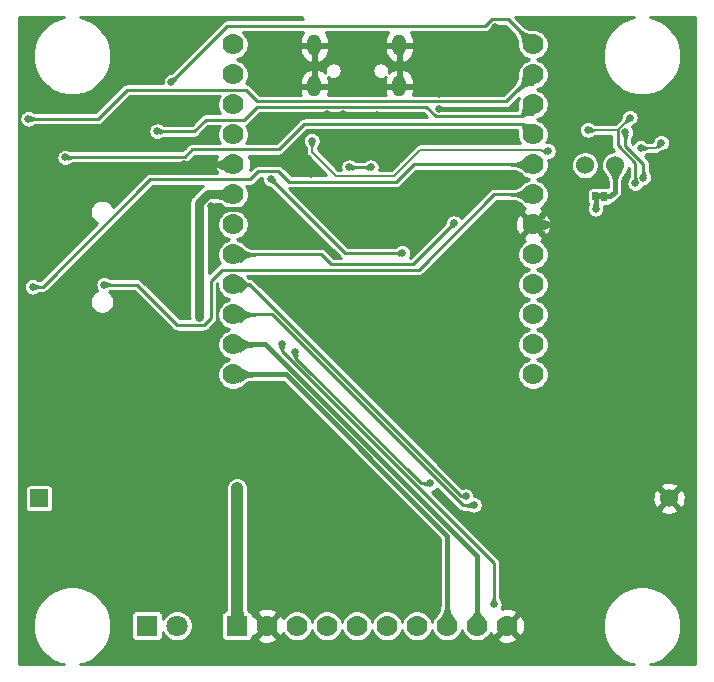
<source format=gbr>
G04 #@! TF.GenerationSoftware,KiCad,Pcbnew,5.1.5+dfsg1-2build2*
G04 #@! TF.CreationDate,2021-03-17T14:18:53+02:00*
G04 #@! TF.ProjectId,LoRa-STM32WL-DevKit_RevA,4c6f5261-2d53-4544-9d33-32574c2d4465,rev?*
G04 #@! TF.SameCoordinates,Original*
G04 #@! TF.FileFunction,Copper,L4,Bot*
G04 #@! TF.FilePolarity,Positive*
%FSLAX46Y46*%
G04 Gerber Fmt 4.6, Leading zero omitted, Abs format (unit mm)*
G04 Created by KiCad (PCBNEW 5.1.5+dfsg1-2build2) date 2021-03-17 14:18:53*
%MOMM*%
%LPD*%
G04 APERTURE LIST*
%ADD10C,0.100000*%
%ADD11R,0.508000X0.762000*%
%ADD12C,1.778000*%
%ADD13O,1.200000X1.800000*%
%ADD14C,1.800000*%
%ADD15R,1.800000X1.800000*%
%ADD16C,1.524000*%
%ADD17R,1.778000X1.778000*%
%ADD18R,1.524000X1.524000*%
%ADD19C,0.650000*%
%ADD20C,0.405000*%
%ADD21C,0.457200*%
%ADD22C,0.250000*%
%ADD23C,0.203200*%
%ADD24C,0.787400*%
%ADD25C,1.000000*%
%ADD26C,0.254000*%
%ADD27C,0.025400*%
G04 APERTURE END LIST*
G04 #@! TA.AperFunction,SMDPad,CuDef*
D10*
G36*
X104521000Y-102336600D02*
G01*
X104013000Y-102336600D01*
X104009454Y-102336575D01*
X103984687Y-102335017D01*
X103960190Y-102331049D01*
X103936198Y-102324710D01*
X103912939Y-102316060D01*
X103890635Y-102305182D01*
X103869498Y-102292179D01*
X103849732Y-102277175D01*
X103831524Y-102260314D01*
X103815048Y-102241757D01*
X103800462Y-102221681D01*
X103787904Y-102200277D01*
X103777495Y-102177750D01*
X103769334Y-102154315D01*
X103763499Y-102130195D01*
X103760045Y-102105621D01*
X103759006Y-102080827D01*
X103760391Y-102056050D01*
X103764188Y-102031526D01*
X103770359Y-102007490D01*
X103778847Y-101984171D01*
X103789569Y-101961791D01*
X103802424Y-101940565D01*
X103817290Y-101920694D01*
X103834023Y-101902369D01*
X103852465Y-101885764D01*
X103872439Y-101871038D01*
X103893754Y-101858331D01*
X103916208Y-101847765D01*
X103939586Y-101839441D01*
X103963664Y-101833437D01*
X103988214Y-101829812D01*
X104013000Y-101828600D01*
X104521000Y-101828600D01*
X104521000Y-101701600D01*
X105029000Y-101701600D01*
X105029000Y-102463600D01*
X104521000Y-102463600D01*
X104521000Y-102336600D01*
G37*
G04 #@! TD.AperFunction*
D11*
X104013000Y-102082600D03*
D12*
X98724000Y-89210000D03*
X98724000Y-91750000D03*
X98724000Y-94290000D03*
X98724000Y-96830000D03*
X98724000Y-99370000D03*
X98724000Y-101910000D03*
X98724000Y-104450000D03*
X98724000Y-106990000D03*
X98724000Y-109530000D03*
X98724000Y-112070000D03*
X98724000Y-114610000D03*
X98724000Y-117150000D03*
X73324000Y-89210000D03*
X73324000Y-91750000D03*
X73324000Y-94290000D03*
X73324000Y-96830000D03*
X73324000Y-99370000D03*
X73324000Y-101910000D03*
X73324000Y-104450000D03*
X73324000Y-106990000D03*
X73324000Y-109530000D03*
X73324000Y-112070000D03*
X73324000Y-114610000D03*
X73324000Y-117150000D03*
D13*
X80220000Y-89272000D03*
X80220000Y-92742000D03*
X87420000Y-92742000D03*
X87420000Y-89272000D03*
D14*
X68580000Y-138430000D03*
D15*
X66040000Y-138430000D03*
D16*
X105664000Y-99441000D03*
X103124000Y-99441000D03*
D12*
X81280000Y-138430000D03*
X78740000Y-138430000D03*
X76200000Y-138430000D03*
D17*
X73660000Y-138430000D03*
D12*
X83820000Y-138430000D03*
X86360000Y-138430000D03*
X91440000Y-138430000D03*
X88900000Y-138430000D03*
X93980000Y-138430000D03*
X96520000Y-138430000D03*
D16*
X110240000Y-127640000D03*
D18*
X56900000Y-127640000D03*
D19*
X79921100Y-100203000D03*
X78333600Y-104533700D03*
X80899000Y-101688900D03*
X68999100Y-114998500D03*
X61506100Y-112242600D03*
X56794400Y-112242600D03*
X110755300Y-98310700D03*
X103403400Y-92900500D03*
X100660200Y-94284800D03*
X103898700Y-109753400D03*
X82664300Y-95123000D03*
X81318100Y-95123000D03*
X85509100Y-95148400D03*
X85534500Y-97472500D03*
X87223600Y-98945700D03*
X82410300Y-109232700D03*
X79159100Y-106197400D03*
X75107800Y-103822500D03*
X71501000Y-102870000D03*
X101409500Y-99034600D03*
X101409500Y-97129600D03*
X95516700Y-87706200D03*
X91541600Y-89293700D03*
X90766900Y-93408500D03*
X90779600Y-94678500D03*
X103136700Y-104470200D03*
X109423200Y-104482900D03*
X69164200Y-99364800D03*
X69176900Y-97904300D03*
X80187800Y-109270800D03*
X80187800Y-111213900D03*
X82410300Y-111213900D03*
X75095100Y-120675400D03*
X78308200Y-120205500D03*
X75082400Y-122885200D03*
X80060800Y-128358900D03*
X82740500Y-128358900D03*
X84988400Y-128320800D03*
X87579200Y-128333500D03*
X71437500Y-96888300D03*
X69570600Y-94030800D03*
X63512700Y-96685100D03*
X58331100Y-96850200D03*
X82524600Y-104267000D03*
X90233500Y-103962200D03*
X91579700Y-107569000D03*
X92671900Y-121462800D03*
X94843600Y-115773200D03*
X95224600Y-113080800D03*
X95808800Y-110883700D03*
X96850200Y-108458000D03*
X90004900Y-126365000D03*
X78587600Y-115265200D03*
X93700600Y-128193800D03*
X108064300Y-100482400D03*
X106541384Y-96652190D03*
X83159600Y-99593400D03*
X84988400Y-99606100D03*
X87642700Y-106870500D03*
X76528108Y-100583995D03*
X106921300Y-95402400D03*
X103378000Y-96443800D03*
X93014800Y-127457200D03*
X107378500Y-100977700D03*
X104025700Y-103111300D03*
X92024200Y-104343200D03*
X55994300Y-95491300D03*
X66903600Y-96545400D03*
X68110100Y-92354400D03*
X77457300Y-114566700D03*
X95402400Y-136626600D03*
X109575600Y-97520198D03*
X99987100Y-98234500D03*
X79984600Y-97370900D03*
X107834310Y-97976861D03*
X56349900Y-109728000D03*
X62407800Y-109537500D03*
X59118500Y-98780600D03*
X70459600Y-112268000D03*
X73660000Y-126784100D03*
D20*
X85750400Y-97472500D02*
X87223600Y-98945700D01*
X85534500Y-97472500D02*
X85750400Y-97472500D01*
X78333600Y-105371900D02*
X79159100Y-106197400D01*
X78333600Y-104533700D02*
X78333600Y-105371900D01*
X74782801Y-103497501D02*
X75107800Y-103822500D01*
X74465999Y-103180699D02*
X74782801Y-103497501D01*
X71811699Y-103180699D02*
X74465999Y-103180699D01*
X71501000Y-102870000D02*
X71811699Y-103180699D01*
X100660200Y-96380300D02*
X101409500Y-97129600D01*
X100660200Y-94284800D02*
X100660200Y-96380300D01*
X101409500Y-97129600D02*
X101409500Y-99034600D01*
X93929200Y-89293700D02*
X95516700Y-87706200D01*
X91541600Y-89293700D02*
X93929200Y-89293700D01*
D21*
X90766900Y-90068400D02*
X91541600Y-89293700D01*
X90766900Y-93408500D02*
X90766900Y-90068400D01*
X103116500Y-104450000D02*
X103136700Y-104470200D01*
X98724000Y-104450000D02*
X103116500Y-104450000D01*
X109410500Y-104470200D02*
X109423200Y-104482900D01*
X103136700Y-104470200D02*
X109410500Y-104470200D01*
X73318800Y-99364800D02*
X73324000Y-99370000D01*
X69164200Y-99364800D02*
X73318800Y-99364800D01*
D22*
X80187800Y-109270800D02*
X80187800Y-111213900D01*
X82410300Y-109232700D02*
X82410300Y-111213900D01*
X77838300Y-120675400D02*
X78308200Y-120205500D01*
X75095100Y-120675400D02*
X77838300Y-120675400D01*
X89230200Y-126365000D02*
X78587600Y-115722400D01*
X90004900Y-126365000D02*
X89230200Y-126365000D01*
X78587600Y-115722400D02*
X78587600Y-115265200D01*
X76639046Y-112070000D02*
X92800946Y-128231900D01*
X73324000Y-112070000D02*
X76639046Y-112070000D01*
X92800946Y-128231900D02*
X93637100Y-128231900D01*
X93662500Y-128231900D02*
X93700600Y-128193800D01*
X93637100Y-128231900D02*
X93662500Y-128231900D01*
X106541384Y-97803784D02*
X106541384Y-97111809D01*
X108064300Y-99326700D02*
X106541384Y-97803784D01*
X108064300Y-100482400D02*
X108064300Y-99326700D01*
X106541384Y-97111809D02*
X106541384Y-96652190D01*
X84975700Y-99593400D02*
X84988400Y-99606100D01*
X83159600Y-99593400D02*
X84975700Y-99593400D01*
X87642700Y-106870500D02*
X82814613Y-106870500D01*
X82814613Y-106870500D02*
X76853107Y-100908994D01*
X76853107Y-100908994D02*
X76528108Y-100583995D01*
D23*
X105879900Y-96443800D02*
X103378000Y-96443800D01*
X106921300Y-95402400D02*
X105879900Y-96443800D01*
D22*
X73324000Y-109530000D02*
X74704060Y-109530000D01*
X92631260Y-127457200D02*
X93014800Y-127457200D01*
X74704060Y-109530000D02*
X92631260Y-127457200D01*
X107378500Y-99245916D02*
X105879900Y-97747316D01*
X107378500Y-100977700D02*
X107378500Y-99245916D01*
X105879900Y-97747316D02*
X105879900Y-96443800D01*
D20*
X104025700Y-102095300D02*
X104013000Y-102082600D01*
X104025700Y-103111300D02*
X104025700Y-102095300D01*
X105664000Y-99441000D02*
X105664000Y-101663500D01*
X105244900Y-102082600D02*
X104775000Y-102082600D01*
X105664000Y-101663500D02*
X105244900Y-102082600D01*
D22*
X91699201Y-104668199D02*
X92024200Y-104343200D01*
X88531700Y-107835700D02*
X91699201Y-104668199D01*
X81648300Y-107835700D02*
X88531700Y-107835700D01*
X80802600Y-106990000D02*
X81648300Y-107835700D01*
X73324000Y-106990000D02*
X80802600Y-106990000D01*
D20*
X91440000Y-130810000D02*
X91440000Y-138430000D01*
X77780000Y-117150000D02*
X91440000Y-130810000D01*
X73324000Y-117150000D02*
X77780000Y-117150000D01*
X73324000Y-114610000D02*
X76064219Y-114610000D01*
X93980000Y-132525781D02*
X93980000Y-137172765D01*
X76064219Y-114610000D02*
X93980000Y-132525781D01*
X93980000Y-137172765D02*
X93980000Y-138430000D01*
D22*
X61899800Y-95491300D02*
X55994300Y-95491300D01*
X64350900Y-93040200D02*
X61899800Y-95491300D01*
X74396600Y-93040200D02*
X64350900Y-93040200D01*
X75392701Y-94036301D02*
X74396600Y-93040200D01*
X96437699Y-94036301D02*
X75392701Y-94036301D01*
X98724000Y-91750000D02*
X96437699Y-94036301D01*
X70040500Y-96545400D02*
X66903600Y-96545400D01*
X74282300Y-95580200D02*
X71005700Y-95580200D01*
X75398389Y-94464111D02*
X74282300Y-95580200D01*
X89636065Y-94464111D02*
X75398389Y-94464111D01*
X90478255Y-95306301D02*
X89636065Y-94464111D01*
X97707699Y-95306301D02*
X90478255Y-95306301D01*
X71005700Y-95580200D02*
X70040500Y-96545400D01*
X98724000Y-94290000D02*
X97707699Y-95306301D01*
X72845115Y-87619385D02*
X68110100Y-92354400D01*
X94674369Y-87619385D02*
X72845115Y-87619385D01*
X95215355Y-87078399D02*
X94674369Y-87619385D01*
X96592399Y-87078399D02*
X95215355Y-87078399D01*
X98724000Y-89210000D02*
X96592399Y-87078399D01*
X95402400Y-136166981D02*
X95402400Y-136626600D01*
X77457300Y-114566700D02*
X77457300Y-115197116D01*
X77457300Y-115197116D02*
X95402400Y-133142216D01*
X95402400Y-133142216D02*
X95402400Y-136166981D01*
D23*
X109118937Y-97976861D02*
X107834310Y-97976861D01*
X109575600Y-97520198D02*
X109118937Y-97976861D01*
X79995528Y-97841447D02*
X79984600Y-97830519D01*
X86956900Y-100330000D02*
X82029300Y-100330000D01*
X79995528Y-98296228D02*
X79995528Y-97841447D01*
X89179400Y-98107500D02*
X86956900Y-100330000D01*
X99400481Y-98107500D02*
X89179400Y-98107500D01*
X79984600Y-97830519D02*
X79984600Y-97370900D01*
X99527481Y-98234500D02*
X99400481Y-98107500D01*
X82029300Y-100330000D02*
X79995528Y-98296228D01*
X99987100Y-98234500D02*
X99527481Y-98234500D01*
D22*
X74777600Y-100622100D02*
X66322046Y-100622100D01*
X75457635Y-99942065D02*
X74777600Y-100622100D01*
X56809519Y-109728000D02*
X56349900Y-109728000D01*
X77170965Y-99942065D02*
X75457635Y-99942065D01*
X78059701Y-100830801D02*
X77170965Y-99942065D01*
X87167299Y-100830801D02*
X78059701Y-100830801D01*
X88628100Y-99370000D02*
X87167299Y-100830801D01*
X57216146Y-109728000D02*
X56809519Y-109728000D01*
X66322046Y-100622100D02*
X57216146Y-109728000D01*
X98724000Y-99370000D02*
X88628100Y-99370000D01*
X65164500Y-109537500D02*
X62407800Y-109537500D01*
X68591510Y-112964510D02*
X65164500Y-109537500D01*
X70867990Y-112964510D02*
X68591510Y-112964510D01*
X71437500Y-112395000D02*
X70867990Y-112964510D01*
X71437500Y-109220000D02*
X71437500Y-112395000D01*
X72390000Y-108267500D02*
X71437500Y-109220000D01*
X89052400Y-108267500D02*
X72390000Y-108267500D01*
X95409900Y-101910000D02*
X89052400Y-108267500D01*
X98724000Y-101910000D02*
X95409900Y-101910000D01*
X59162101Y-98736999D02*
X59118500Y-98780600D01*
X69245901Y-98736999D02*
X59162101Y-98736999D01*
X69888100Y-98094800D02*
X69245901Y-98736999D01*
X77177900Y-98094800D02*
X69888100Y-98094800D01*
X79331699Y-95941001D02*
X77177900Y-98094800D01*
X97835001Y-95941001D02*
X79331699Y-95941001D01*
X98724000Y-96830000D02*
X97835001Y-95941001D01*
D24*
X70459600Y-102628700D02*
X70459600Y-112268000D01*
X71178300Y-101910000D02*
X70459600Y-102628700D01*
X73324000Y-101910000D02*
X71178300Y-101910000D01*
D25*
X73660000Y-126784100D02*
X73685400Y-126758700D01*
X73660000Y-138430000D02*
X73660000Y-126784100D01*
D26*
G36*
X58719550Y-86970855D02*
G01*
X58114075Y-87221651D01*
X57569161Y-87585750D01*
X57105750Y-88049161D01*
X56741651Y-88594075D01*
X56490855Y-89199550D01*
X56363000Y-89842319D01*
X56363000Y-90497681D01*
X56490855Y-91140450D01*
X56741651Y-91745925D01*
X57105750Y-92290839D01*
X57569161Y-92754250D01*
X58114075Y-93118349D01*
X58719550Y-93369145D01*
X59362319Y-93497000D01*
X60017681Y-93497000D01*
X60660450Y-93369145D01*
X61265925Y-93118349D01*
X61810839Y-92754250D01*
X62274250Y-92290839D01*
X62638349Y-91745925D01*
X62889145Y-91140450D01*
X63017000Y-90497681D01*
X63017000Y-89842319D01*
X62889145Y-89199550D01*
X62638349Y-88594075D01*
X62274250Y-88049161D01*
X61810839Y-87585750D01*
X61265925Y-87221651D01*
X60660450Y-86970855D01*
X60374621Y-86914000D01*
X79108734Y-86914000D01*
X79231442Y-87067385D01*
X72872212Y-87067385D01*
X72845114Y-87064716D01*
X72818016Y-87067385D01*
X72818006Y-87067385D01*
X72736904Y-87075373D01*
X72632852Y-87106937D01*
X72588213Y-87130797D01*
X72536956Y-87158194D01*
X72479794Y-87205106D01*
X72452904Y-87227174D01*
X72435623Y-87248231D01*
X68081456Y-91602400D01*
X68036034Y-91602400D01*
X67890750Y-91631299D01*
X67753894Y-91687986D01*
X67630728Y-91770283D01*
X67525983Y-91875028D01*
X67443686Y-91998194D01*
X67386999Y-92135050D01*
X67358100Y-92280334D01*
X67358100Y-92428466D01*
X67369982Y-92488200D01*
X64378006Y-92488200D01*
X64350900Y-92485530D01*
X64323794Y-92488200D01*
X64323791Y-92488200D01*
X64242689Y-92496188D01*
X64138637Y-92527752D01*
X64042742Y-92579009D01*
X63958689Y-92647989D01*
X63941404Y-92669051D01*
X61671156Y-94939300D01*
X56505789Y-94939300D01*
X56473672Y-94907183D01*
X56350506Y-94824886D01*
X56213650Y-94768199D01*
X56068366Y-94739300D01*
X55920234Y-94739300D01*
X55774950Y-94768199D01*
X55638094Y-94824886D01*
X55514928Y-94907183D01*
X55410183Y-95011928D01*
X55327886Y-95135094D01*
X55271199Y-95271950D01*
X55242300Y-95417234D01*
X55242300Y-95565366D01*
X55271199Y-95710650D01*
X55327886Y-95847506D01*
X55410183Y-95970672D01*
X55514928Y-96075417D01*
X55638094Y-96157714D01*
X55774950Y-96214401D01*
X55920234Y-96243300D01*
X56068366Y-96243300D01*
X56213650Y-96214401D01*
X56350506Y-96157714D01*
X56473672Y-96075417D01*
X56505789Y-96043300D01*
X61872694Y-96043300D01*
X61899800Y-96045970D01*
X61926906Y-96043300D01*
X61926909Y-96043300D01*
X62008011Y-96035312D01*
X62112063Y-96003748D01*
X62207958Y-95952491D01*
X62292011Y-95883511D01*
X62309301Y-95862443D01*
X64579545Y-93592200D01*
X72207515Y-93592200D01*
X72157776Y-93666640D01*
X72058573Y-93906137D01*
X72008000Y-94160385D01*
X72008000Y-94419615D01*
X72058573Y-94673863D01*
X72157776Y-94913360D01*
X72234510Y-95028200D01*
X71032806Y-95028200D01*
X71005700Y-95025530D01*
X70978594Y-95028200D01*
X70978591Y-95028200D01*
X70897489Y-95036188D01*
X70793437Y-95067752D01*
X70697542Y-95119009D01*
X70613489Y-95187989D01*
X70596204Y-95209051D01*
X69811856Y-95993400D01*
X67415089Y-95993400D01*
X67382972Y-95961283D01*
X67259806Y-95878986D01*
X67122950Y-95822299D01*
X66977666Y-95793400D01*
X66829534Y-95793400D01*
X66684250Y-95822299D01*
X66547394Y-95878986D01*
X66424228Y-95961283D01*
X66319483Y-96066028D01*
X66237186Y-96189194D01*
X66180499Y-96326050D01*
X66151600Y-96471334D01*
X66151600Y-96619466D01*
X66180499Y-96764750D01*
X66237186Y-96901606D01*
X66319483Y-97024772D01*
X66424228Y-97129517D01*
X66547394Y-97211814D01*
X66684250Y-97268501D01*
X66829534Y-97297400D01*
X66977666Y-97297400D01*
X67122950Y-97268501D01*
X67259806Y-97211814D01*
X67382972Y-97129517D01*
X67415089Y-97097400D01*
X70013394Y-97097400D01*
X70040500Y-97100070D01*
X70067606Y-97097400D01*
X70067609Y-97097400D01*
X70148711Y-97089412D01*
X70252763Y-97057848D01*
X70348658Y-97006591D01*
X70432711Y-96937611D01*
X70450000Y-96916544D01*
X71234345Y-96132200D01*
X72207515Y-96132200D01*
X72157776Y-96206640D01*
X72058573Y-96446137D01*
X72008000Y-96700385D01*
X72008000Y-96959615D01*
X72058573Y-97213863D01*
X72157776Y-97453360D01*
X72217538Y-97542800D01*
X69915209Y-97542800D01*
X69888100Y-97540130D01*
X69860991Y-97542800D01*
X69813079Y-97547519D01*
X69779889Y-97550788D01*
X69675837Y-97582352D01*
X69579942Y-97633609D01*
X69549922Y-97658246D01*
X69495889Y-97702589D01*
X69478608Y-97723646D01*
X69017256Y-98184999D01*
X59580685Y-98184999D01*
X59474706Y-98114186D01*
X59337850Y-98057499D01*
X59192566Y-98028600D01*
X59044434Y-98028600D01*
X58899150Y-98057499D01*
X58762294Y-98114186D01*
X58639128Y-98196483D01*
X58534383Y-98301228D01*
X58452086Y-98424394D01*
X58395399Y-98561250D01*
X58366500Y-98706534D01*
X58366500Y-98854666D01*
X58395399Y-98999950D01*
X58452086Y-99136806D01*
X58534383Y-99259972D01*
X58639128Y-99364717D01*
X58762294Y-99447014D01*
X58899150Y-99503701D01*
X59044434Y-99532600D01*
X59192566Y-99532600D01*
X59337850Y-99503701D01*
X59474706Y-99447014D01*
X59597872Y-99364717D01*
X59648872Y-99313717D01*
X59653760Y-99309088D01*
X59654847Y-99308318D01*
X59658418Y-99306122D01*
X59664535Y-99302860D01*
X59673409Y-99298763D01*
X59685226Y-99294055D01*
X59700008Y-99288999D01*
X69218795Y-99288999D01*
X69245901Y-99291669D01*
X69273007Y-99288999D01*
X69273010Y-99288999D01*
X69354112Y-99281011D01*
X69458164Y-99249447D01*
X69554059Y-99198190D01*
X69638112Y-99129210D01*
X69655401Y-99108143D01*
X70116745Y-98646800D01*
X71980631Y-98646800D01*
X71884914Y-98846418D01*
X71844284Y-99005029D01*
X71830341Y-99006415D01*
X71721174Y-99009243D01*
X71699687Y-99011640D01*
X71675862Y-99018867D01*
X71653906Y-99030603D01*
X71634660Y-99046397D01*
X71618866Y-99065643D01*
X71607130Y-99087599D01*
X71599903Y-99111424D01*
X71597463Y-99136200D01*
X71597463Y-99593400D01*
X71598949Y-99612770D01*
X71605139Y-99636884D01*
X71615916Y-99659328D01*
X71630863Y-99679237D01*
X71649408Y-99695848D01*
X71670837Y-99708523D01*
X71694326Y-99716773D01*
X71718974Y-99720281D01*
X71828242Y-99725008D01*
X71835365Y-99725830D01*
X71836557Y-99734171D01*
X71936184Y-100017359D01*
X71964375Y-100070100D01*
X66349143Y-100070100D01*
X66322045Y-100067431D01*
X66294947Y-100070100D01*
X66294937Y-100070100D01*
X66213835Y-100078088D01*
X66109783Y-100109652D01*
X66068321Y-100131814D01*
X66013887Y-100160909D01*
X65977437Y-100190823D01*
X65929835Y-100229889D01*
X65912554Y-100250946D01*
X63178734Y-102984767D01*
X63140115Y-102891533D01*
X63027723Y-102723326D01*
X62884674Y-102580277D01*
X62716467Y-102467885D01*
X62529565Y-102390467D01*
X62331151Y-102351000D01*
X62128849Y-102351000D01*
X61930435Y-102390467D01*
X61743533Y-102467885D01*
X61575326Y-102580277D01*
X61432277Y-102723326D01*
X61319885Y-102891533D01*
X61242467Y-103078435D01*
X61203000Y-103276849D01*
X61203000Y-103479151D01*
X61242467Y-103677565D01*
X61319885Y-103864467D01*
X61432277Y-104032674D01*
X61575326Y-104175723D01*
X61743533Y-104288115D01*
X61836767Y-104326734D01*
X56987502Y-109176000D01*
X56861389Y-109176000D01*
X56829272Y-109143883D01*
X56706106Y-109061586D01*
X56569250Y-109004899D01*
X56423966Y-108976000D01*
X56275834Y-108976000D01*
X56130550Y-109004899D01*
X55993694Y-109061586D01*
X55870528Y-109143883D01*
X55765783Y-109248628D01*
X55683486Y-109371794D01*
X55626799Y-109508650D01*
X55597900Y-109653934D01*
X55597900Y-109802066D01*
X55626799Y-109947350D01*
X55683486Y-110084206D01*
X55765783Y-110207372D01*
X55870528Y-110312117D01*
X55993694Y-110394414D01*
X56130550Y-110451101D01*
X56275834Y-110480000D01*
X56423966Y-110480000D01*
X56569250Y-110451101D01*
X56706106Y-110394414D01*
X56829272Y-110312117D01*
X56861389Y-110280000D01*
X57189040Y-110280000D01*
X57216146Y-110282670D01*
X57243252Y-110280000D01*
X57243255Y-110280000D01*
X57324357Y-110272012D01*
X57428409Y-110240448D01*
X57524304Y-110189191D01*
X57608357Y-110120211D01*
X57625647Y-110099143D01*
X66550692Y-101174100D01*
X70814075Y-101174100D01*
X70720137Y-101224311D01*
X70651333Y-101280778D01*
X70628212Y-101299753D01*
X70595170Y-101326870D01*
X70569470Y-101358185D01*
X69907789Y-102019867D01*
X69876470Y-102045570D01*
X69773911Y-102170538D01*
X69697703Y-102313113D01*
X69676952Y-102381521D01*
X69652596Y-102461814D01*
X69650775Y-102467816D01*
X69638900Y-102588383D01*
X69638900Y-102588390D01*
X69634930Y-102628700D01*
X69638900Y-102669010D01*
X69638901Y-112308318D01*
X69649163Y-112412510D01*
X68820155Y-112412510D01*
X65574001Y-109166357D01*
X65556711Y-109145289D01*
X65472658Y-109076309D01*
X65376763Y-109025052D01*
X65272711Y-108993488D01*
X65191609Y-108985500D01*
X65191606Y-108985500D01*
X65164500Y-108982830D01*
X65137394Y-108985500D01*
X62919289Y-108985500D01*
X62887172Y-108953383D01*
X62764006Y-108871086D01*
X62627150Y-108814399D01*
X62481866Y-108785500D01*
X62333734Y-108785500D01*
X62188450Y-108814399D01*
X62051594Y-108871086D01*
X61928428Y-108953383D01*
X61823683Y-109058128D01*
X61741386Y-109181294D01*
X61684699Y-109318150D01*
X61655800Y-109463434D01*
X61655800Y-109611566D01*
X61684699Y-109756850D01*
X61741386Y-109893706D01*
X61823683Y-110016872D01*
X61850421Y-110043610D01*
X61743533Y-110087885D01*
X61575326Y-110200277D01*
X61432277Y-110343326D01*
X61319885Y-110511533D01*
X61242467Y-110698435D01*
X61203000Y-110896849D01*
X61203000Y-111099151D01*
X61242467Y-111297565D01*
X61319885Y-111484467D01*
X61432277Y-111652674D01*
X61575326Y-111795723D01*
X61743533Y-111908115D01*
X61930435Y-111985533D01*
X62128849Y-112025000D01*
X62331151Y-112025000D01*
X62529565Y-111985533D01*
X62716467Y-111908115D01*
X62884674Y-111795723D01*
X63027723Y-111652674D01*
X63140115Y-111484467D01*
X63217533Y-111297565D01*
X63257000Y-111099151D01*
X63257000Y-110896849D01*
X63217533Y-110698435D01*
X63140115Y-110511533D01*
X63027723Y-110343326D01*
X62884674Y-110200277D01*
X62827061Y-110161782D01*
X62887172Y-110121617D01*
X62919289Y-110089500D01*
X64935856Y-110089500D01*
X68182014Y-113335659D01*
X68199299Y-113356721D01*
X68283352Y-113425701D01*
X68379247Y-113476958D01*
X68483299Y-113508522D01*
X68564401Y-113516510D01*
X68564403Y-113516510D01*
X68591509Y-113519180D01*
X68618615Y-113516510D01*
X70840884Y-113516510D01*
X70867990Y-113519180D01*
X70895096Y-113516510D01*
X70895099Y-113516510D01*
X70976201Y-113508522D01*
X71080253Y-113476958D01*
X71176148Y-113425701D01*
X71260201Y-113356721D01*
X71277490Y-113335654D01*
X71808654Y-112804492D01*
X71829711Y-112787211D01*
X71898691Y-112703158D01*
X71949948Y-112607263D01*
X71981512Y-112503211D01*
X71989500Y-112422109D01*
X71992170Y-112395000D01*
X71989500Y-112367892D01*
X71989500Y-109448644D01*
X72008000Y-109430144D01*
X72008000Y-109659615D01*
X72058573Y-109913863D01*
X72157776Y-110153360D01*
X72301796Y-110368901D01*
X72485099Y-110552204D01*
X72700640Y-110696224D01*
X72940137Y-110795427D01*
X72963127Y-110800000D01*
X72940137Y-110804573D01*
X72700640Y-110903776D01*
X72485099Y-111047796D01*
X72301796Y-111231099D01*
X72157776Y-111446640D01*
X72058573Y-111686137D01*
X72008000Y-111940385D01*
X72008000Y-112199615D01*
X72058573Y-112453863D01*
X72157776Y-112693360D01*
X72301796Y-112908901D01*
X72485099Y-113092204D01*
X72700640Y-113236224D01*
X72940137Y-113335427D01*
X72963127Y-113340000D01*
X72940137Y-113344573D01*
X72700640Y-113443776D01*
X72485099Y-113587796D01*
X72301796Y-113771099D01*
X72157776Y-113986640D01*
X72058573Y-114226137D01*
X72008000Y-114480385D01*
X72008000Y-114739615D01*
X72058573Y-114993863D01*
X72157776Y-115233360D01*
X72301796Y-115448901D01*
X72485099Y-115632204D01*
X72700640Y-115776224D01*
X72940137Y-115875427D01*
X72963127Y-115880000D01*
X72940137Y-115884573D01*
X72700640Y-115983776D01*
X72485099Y-116127796D01*
X72301796Y-116311099D01*
X72157776Y-116526640D01*
X72058573Y-116766137D01*
X72008000Y-117020385D01*
X72008000Y-117279615D01*
X72058573Y-117533863D01*
X72157776Y-117773360D01*
X72301796Y-117988901D01*
X72485099Y-118172204D01*
X72700640Y-118316224D01*
X72940137Y-118415427D01*
X73194385Y-118466000D01*
X73453615Y-118466000D01*
X73707863Y-118415427D01*
X73947360Y-118316224D01*
X74162901Y-118172204D01*
X74257831Y-118077274D01*
X74324557Y-118014133D01*
X74386431Y-117964115D01*
X74449746Y-117920907D01*
X74514941Y-117883946D01*
X74582585Y-117852788D01*
X74653398Y-117827122D01*
X74728059Y-117806851D01*
X74807266Y-117792036D01*
X74891644Y-117782892D01*
X74988778Y-117779500D01*
X77519253Y-117779500D01*
X90810500Y-131070748D01*
X90810501Y-136765195D01*
X90807107Y-136862354D01*
X90797963Y-136946733D01*
X90783148Y-137025940D01*
X90762877Y-137100601D01*
X90737211Y-137171414D01*
X90706053Y-137239058D01*
X90669092Y-137304253D01*
X90625884Y-137367568D01*
X90575865Y-137429443D01*
X90512720Y-137496175D01*
X90417796Y-137591099D01*
X90273776Y-137806640D01*
X90174573Y-138046137D01*
X90170000Y-138069127D01*
X90165427Y-138046137D01*
X90066224Y-137806640D01*
X89922204Y-137591099D01*
X89738901Y-137407796D01*
X89523360Y-137263776D01*
X89283863Y-137164573D01*
X89029615Y-137114000D01*
X88770385Y-137114000D01*
X88516137Y-137164573D01*
X88276640Y-137263776D01*
X88061099Y-137407796D01*
X87877796Y-137591099D01*
X87733776Y-137806640D01*
X87634573Y-138046137D01*
X87630000Y-138069127D01*
X87625427Y-138046137D01*
X87526224Y-137806640D01*
X87382204Y-137591099D01*
X87198901Y-137407796D01*
X86983360Y-137263776D01*
X86743863Y-137164573D01*
X86489615Y-137114000D01*
X86230385Y-137114000D01*
X85976137Y-137164573D01*
X85736640Y-137263776D01*
X85521099Y-137407796D01*
X85337796Y-137591099D01*
X85193776Y-137806640D01*
X85094573Y-138046137D01*
X85090000Y-138069127D01*
X85085427Y-138046137D01*
X84986224Y-137806640D01*
X84842204Y-137591099D01*
X84658901Y-137407796D01*
X84443360Y-137263776D01*
X84203863Y-137164573D01*
X83949615Y-137114000D01*
X83690385Y-137114000D01*
X83436137Y-137164573D01*
X83196640Y-137263776D01*
X82981099Y-137407796D01*
X82797796Y-137591099D01*
X82653776Y-137806640D01*
X82554573Y-138046137D01*
X82550000Y-138069127D01*
X82545427Y-138046137D01*
X82446224Y-137806640D01*
X82302204Y-137591099D01*
X82118901Y-137407796D01*
X81903360Y-137263776D01*
X81663863Y-137164573D01*
X81409615Y-137114000D01*
X81150385Y-137114000D01*
X80896137Y-137164573D01*
X80656640Y-137263776D01*
X80441099Y-137407796D01*
X80257796Y-137591099D01*
X80113776Y-137806640D01*
X80014573Y-138046137D01*
X80010000Y-138069127D01*
X80005427Y-138046137D01*
X79906224Y-137806640D01*
X79762204Y-137591099D01*
X79578901Y-137407796D01*
X79363360Y-137263776D01*
X79123863Y-137164573D01*
X78869615Y-137114000D01*
X78610385Y-137114000D01*
X78356137Y-137164573D01*
X78116640Y-137263776D01*
X77901099Y-137407796D01*
X77717796Y-137591099D01*
X77588504Y-137784598D01*
X77587816Y-137782641D01*
X77509289Y-137635727D01*
X77256231Y-137553374D01*
X76379605Y-138430000D01*
X77256231Y-139306626D01*
X77509289Y-139224273D01*
X77583945Y-139068579D01*
X77717796Y-139268901D01*
X77901099Y-139452204D01*
X78116640Y-139596224D01*
X78356137Y-139695427D01*
X78610385Y-139746000D01*
X78869615Y-139746000D01*
X79123863Y-139695427D01*
X79363360Y-139596224D01*
X79578901Y-139452204D01*
X79762204Y-139268901D01*
X79906224Y-139053360D01*
X80005427Y-138813863D01*
X80010000Y-138790873D01*
X80014573Y-138813863D01*
X80113776Y-139053360D01*
X80257796Y-139268901D01*
X80441099Y-139452204D01*
X80656640Y-139596224D01*
X80896137Y-139695427D01*
X81150385Y-139746000D01*
X81409615Y-139746000D01*
X81663863Y-139695427D01*
X81903360Y-139596224D01*
X82118901Y-139452204D01*
X82302204Y-139268901D01*
X82446224Y-139053360D01*
X82545427Y-138813863D01*
X82550000Y-138790873D01*
X82554573Y-138813863D01*
X82653776Y-139053360D01*
X82797796Y-139268901D01*
X82981099Y-139452204D01*
X83196640Y-139596224D01*
X83436137Y-139695427D01*
X83690385Y-139746000D01*
X83949615Y-139746000D01*
X84203863Y-139695427D01*
X84443360Y-139596224D01*
X84658901Y-139452204D01*
X84842204Y-139268901D01*
X84986224Y-139053360D01*
X85085427Y-138813863D01*
X85090000Y-138790873D01*
X85094573Y-138813863D01*
X85193776Y-139053360D01*
X85337796Y-139268901D01*
X85521099Y-139452204D01*
X85736640Y-139596224D01*
X85976137Y-139695427D01*
X86230385Y-139746000D01*
X86489615Y-139746000D01*
X86743863Y-139695427D01*
X86983360Y-139596224D01*
X87198901Y-139452204D01*
X87382204Y-139268901D01*
X87526224Y-139053360D01*
X87625427Y-138813863D01*
X87630000Y-138790873D01*
X87634573Y-138813863D01*
X87733776Y-139053360D01*
X87877796Y-139268901D01*
X88061099Y-139452204D01*
X88276640Y-139596224D01*
X88516137Y-139695427D01*
X88770385Y-139746000D01*
X89029615Y-139746000D01*
X89283863Y-139695427D01*
X89523360Y-139596224D01*
X89738901Y-139452204D01*
X89922204Y-139268901D01*
X90066224Y-139053360D01*
X90165427Y-138813863D01*
X90170000Y-138790873D01*
X90174573Y-138813863D01*
X90273776Y-139053360D01*
X90417796Y-139268901D01*
X90601099Y-139452204D01*
X90816640Y-139596224D01*
X91056137Y-139695427D01*
X91310385Y-139746000D01*
X91569615Y-139746000D01*
X91823863Y-139695427D01*
X92063360Y-139596224D01*
X92278901Y-139452204D01*
X92462204Y-139268901D01*
X92606224Y-139053360D01*
X92705427Y-138813863D01*
X92710000Y-138790873D01*
X92714573Y-138813863D01*
X92813776Y-139053360D01*
X92957796Y-139268901D01*
X93141099Y-139452204D01*
X93356640Y-139596224D01*
X93596137Y-139695427D01*
X93850385Y-139746000D01*
X94109615Y-139746000D01*
X94363863Y-139695427D01*
X94603360Y-139596224D01*
X94767976Y-139486231D01*
X95643374Y-139486231D01*
X95725727Y-139739289D01*
X95996418Y-139869086D01*
X96287230Y-139943580D01*
X96586988Y-139959908D01*
X96884171Y-139917443D01*
X97167359Y-139817816D01*
X97314273Y-139739289D01*
X97396626Y-139486231D01*
X96520000Y-138609605D01*
X95643374Y-139486231D01*
X94767976Y-139486231D01*
X94818901Y-139452204D01*
X95002204Y-139268901D01*
X95131496Y-139075402D01*
X95132184Y-139077359D01*
X95210711Y-139224273D01*
X95463769Y-139306626D01*
X96340395Y-138430000D01*
X96699605Y-138430000D01*
X97576231Y-139306626D01*
X97829289Y-139224273D01*
X97959086Y-138953582D01*
X98033580Y-138662770D01*
X98049908Y-138363012D01*
X98007443Y-138065829D01*
X97907816Y-137782641D01*
X97829289Y-137635727D01*
X97576231Y-137553374D01*
X96699605Y-138430000D01*
X96340395Y-138430000D01*
X96326253Y-138415858D01*
X96505858Y-138236253D01*
X96520000Y-138250395D01*
X97396626Y-137373769D01*
X97314273Y-137120711D01*
X97043582Y-136990914D01*
X96752770Y-136916420D01*
X96453012Y-136900092D01*
X96155829Y-136942557D01*
X96073486Y-136971526D01*
X96125501Y-136845950D01*
X96154400Y-136700666D01*
X96154400Y-136552534D01*
X96125501Y-136407250D01*
X96068814Y-136270394D01*
X95986517Y-136147228D01*
X95954400Y-136115111D01*
X95954400Y-133169324D01*
X95957070Y-133142216D01*
X95946412Y-133034005D01*
X95914848Y-132929953D01*
X95863591Y-132834058D01*
X95811892Y-132771062D01*
X95811891Y-132771061D01*
X95794611Y-132750005D01*
X95773555Y-132732725D01*
X90144745Y-127103916D01*
X90224250Y-127088101D01*
X90361106Y-127031414D01*
X90484272Y-126949117D01*
X90589017Y-126844372D01*
X90606543Y-126818143D01*
X92391455Y-128603055D01*
X92408735Y-128624111D01*
X92492788Y-128693091D01*
X92588683Y-128744348D01*
X92692735Y-128775912D01*
X92773837Y-128783900D01*
X92773847Y-128783900D01*
X92800945Y-128786569D01*
X92828043Y-128783900D01*
X93230182Y-128783900D01*
X93344394Y-128860214D01*
X93481250Y-128916901D01*
X93626534Y-128945800D01*
X93774666Y-128945800D01*
X93919950Y-128916901D01*
X94056806Y-128860214D01*
X94179972Y-128777917D01*
X94284717Y-128673172D01*
X94329890Y-128605565D01*
X109454040Y-128605565D01*
X109521020Y-128845656D01*
X109770048Y-128962756D01*
X110037135Y-129029023D01*
X110312017Y-129041910D01*
X110584133Y-129000922D01*
X110843023Y-128907636D01*
X110958980Y-128845656D01*
X111025960Y-128605565D01*
X110240000Y-127819605D01*
X109454040Y-128605565D01*
X94329890Y-128605565D01*
X94367014Y-128550006D01*
X94423701Y-128413150D01*
X94452600Y-128267866D01*
X94452600Y-128119734D01*
X94423701Y-127974450D01*
X94367014Y-127837594D01*
X94284717Y-127714428D01*
X94282306Y-127712017D01*
X108838090Y-127712017D01*
X108879078Y-127984133D01*
X108972364Y-128243023D01*
X109034344Y-128358980D01*
X109274435Y-128425960D01*
X110060395Y-127640000D01*
X110419605Y-127640000D01*
X111205565Y-128425960D01*
X111445656Y-128358980D01*
X111562756Y-128109952D01*
X111629023Y-127842865D01*
X111641910Y-127567983D01*
X111600922Y-127295867D01*
X111507636Y-127036977D01*
X111445656Y-126921020D01*
X111205565Y-126854040D01*
X110419605Y-127640000D01*
X110060395Y-127640000D01*
X109274435Y-126854040D01*
X109034344Y-126921020D01*
X108917244Y-127170048D01*
X108850977Y-127437135D01*
X108838090Y-127712017D01*
X94282306Y-127712017D01*
X94179972Y-127609683D01*
X94056806Y-127527386D01*
X93919950Y-127470699D01*
X93774666Y-127441800D01*
X93766800Y-127441800D01*
X93766800Y-127383134D01*
X93737901Y-127237850D01*
X93681214Y-127100994D01*
X93598917Y-126977828D01*
X93494172Y-126873083D01*
X93371006Y-126790786D01*
X93234150Y-126734099D01*
X93088866Y-126705200D01*
X92940734Y-126705200D01*
X92795450Y-126734099D01*
X92720040Y-126765334D01*
X92629141Y-126674435D01*
X109454040Y-126674435D01*
X110240000Y-127460395D01*
X111025960Y-126674435D01*
X110958980Y-126434344D01*
X110709952Y-126317244D01*
X110442865Y-126250977D01*
X110167983Y-126238090D01*
X109895867Y-126279078D01*
X109636977Y-126372364D01*
X109521020Y-126434344D01*
X109454040Y-126674435D01*
X92629141Y-126674435D01*
X76928127Y-110973421D01*
X79833577Y-110973421D01*
X79834376Y-110998304D01*
X79840015Y-111022554D01*
X79850276Y-111045237D01*
X80077776Y-111439833D01*
X80087091Y-111453774D01*
X80104121Y-111471935D01*
X80124367Y-111486424D01*
X80147050Y-111496685D01*
X80171300Y-111502324D01*
X80196183Y-111503123D01*
X80220745Y-111499053D01*
X80244040Y-111490269D01*
X80265174Y-111477109D01*
X80283335Y-111460079D01*
X80297824Y-111439833D01*
X80525324Y-111045237D01*
X80531233Y-111033656D01*
X80539121Y-111010042D01*
X80542251Y-110985343D01*
X80541412Y-110973421D01*
X82056077Y-110973421D01*
X82056876Y-110998304D01*
X82062515Y-111022554D01*
X82072776Y-111045237D01*
X82300276Y-111439833D01*
X82309591Y-111453774D01*
X82326621Y-111471935D01*
X82346867Y-111486424D01*
X82369550Y-111496685D01*
X82393800Y-111502324D01*
X82418683Y-111503123D01*
X82443245Y-111499053D01*
X82466540Y-111490269D01*
X82487674Y-111477109D01*
X82505835Y-111460079D01*
X82520324Y-111439833D01*
X82747824Y-111045237D01*
X82753733Y-111033656D01*
X82761621Y-111010042D01*
X82764751Y-110985343D01*
X82763002Y-110960508D01*
X82756441Y-110936492D01*
X82745322Y-110914217D01*
X82730070Y-110894539D01*
X82714019Y-110877567D01*
X82702971Y-110863880D01*
X82693485Y-110849946D01*
X82685403Y-110835644D01*
X82678579Y-110820771D01*
X82672942Y-110805145D01*
X82668454Y-110788526D01*
X82665148Y-110770744D01*
X82663088Y-110751613D01*
X82662224Y-110726663D01*
X82659860Y-110706284D01*
X82652633Y-110682459D01*
X82640897Y-110660503D01*
X82625103Y-110641257D01*
X82605857Y-110625463D01*
X82583901Y-110613727D01*
X82560076Y-110606500D01*
X82535300Y-110604060D01*
X82285300Y-110604060D01*
X82264856Y-110605716D01*
X82240795Y-110612113D01*
X82218445Y-110623081D01*
X82198664Y-110638199D01*
X82182212Y-110656885D01*
X82169722Y-110678422D01*
X82161674Y-110701981D01*
X82158376Y-110726658D01*
X82157511Y-110751614D01*
X82155451Y-110770744D01*
X82152145Y-110788526D01*
X82147657Y-110805145D01*
X82142020Y-110820771D01*
X82135196Y-110835644D01*
X82127114Y-110849946D01*
X82117628Y-110863880D01*
X82106580Y-110877568D01*
X82090528Y-110894541D01*
X82082091Y-110904430D01*
X82068931Y-110925564D01*
X82060147Y-110948859D01*
X82056077Y-110973421D01*
X80541412Y-110973421D01*
X80540502Y-110960508D01*
X80533941Y-110936492D01*
X80522822Y-110914217D01*
X80507570Y-110894539D01*
X80491519Y-110877567D01*
X80480471Y-110863880D01*
X80470985Y-110849946D01*
X80462903Y-110835644D01*
X80456079Y-110820771D01*
X80450442Y-110805145D01*
X80445954Y-110788526D01*
X80442648Y-110770744D01*
X80440588Y-110751613D01*
X80439724Y-110726663D01*
X80437360Y-110706284D01*
X80430133Y-110682459D01*
X80418397Y-110660503D01*
X80402603Y-110641257D01*
X80383357Y-110625463D01*
X80361401Y-110613727D01*
X80337576Y-110606500D01*
X80312800Y-110604060D01*
X80062800Y-110604060D01*
X80042356Y-110605716D01*
X80018295Y-110612113D01*
X79995945Y-110623081D01*
X79976164Y-110638199D01*
X79959712Y-110656885D01*
X79947222Y-110678422D01*
X79939174Y-110701981D01*
X79935876Y-110726658D01*
X79935011Y-110751614D01*
X79932951Y-110770744D01*
X79929645Y-110788526D01*
X79925157Y-110805145D01*
X79919520Y-110820771D01*
X79912696Y-110835644D01*
X79904614Y-110849946D01*
X79895128Y-110863880D01*
X79884080Y-110877568D01*
X79868028Y-110894541D01*
X79859591Y-110904430D01*
X79846431Y-110925564D01*
X79837647Y-110948859D01*
X79833577Y-110973421D01*
X76928127Y-110973421D01*
X75454062Y-109499357D01*
X79833349Y-109499357D01*
X79835098Y-109524192D01*
X79841658Y-109548208D01*
X79852778Y-109570483D01*
X79868030Y-109590161D01*
X79884080Y-109607132D01*
X79895128Y-109620819D01*
X79904614Y-109634753D01*
X79912701Y-109649063D01*
X79919520Y-109663926D01*
X79925155Y-109679548D01*
X79929645Y-109696173D01*
X79932951Y-109713955D01*
X79935011Y-109733085D01*
X79935876Y-109758042D01*
X79938240Y-109778416D01*
X79945467Y-109802241D01*
X79957203Y-109824197D01*
X79972997Y-109843443D01*
X79992243Y-109859237D01*
X80014199Y-109870973D01*
X80038024Y-109878200D01*
X80062800Y-109880640D01*
X80312800Y-109880640D01*
X80333249Y-109878983D01*
X80357309Y-109872585D01*
X80379659Y-109861616D01*
X80399439Y-109846498D01*
X80415890Y-109827811D01*
X80428380Y-109806274D01*
X80436427Y-109782714D01*
X80439724Y-109758037D01*
X80440588Y-109733086D01*
X80442648Y-109713955D01*
X80445954Y-109696173D01*
X80450444Y-109679548D01*
X80456079Y-109663926D01*
X80462898Y-109649063D01*
X80470985Y-109634753D01*
X80480471Y-109620819D01*
X80491519Y-109607132D01*
X80507568Y-109590163D01*
X80516009Y-109580270D01*
X80529169Y-109559136D01*
X80537953Y-109535841D01*
X80542023Y-109511279D01*
X80541224Y-109486396D01*
X80535585Y-109462146D01*
X80535183Y-109461257D01*
X82055849Y-109461257D01*
X82057598Y-109486092D01*
X82064158Y-109510108D01*
X82075278Y-109532383D01*
X82090530Y-109552061D01*
X82106580Y-109569032D01*
X82117628Y-109582719D01*
X82127114Y-109596653D01*
X82135201Y-109610963D01*
X82142020Y-109625826D01*
X82147655Y-109641448D01*
X82152145Y-109658073D01*
X82155451Y-109675855D01*
X82157511Y-109694985D01*
X82158376Y-109719942D01*
X82160740Y-109740316D01*
X82167967Y-109764141D01*
X82179703Y-109786097D01*
X82195497Y-109805343D01*
X82214743Y-109821137D01*
X82236699Y-109832873D01*
X82260524Y-109840100D01*
X82285300Y-109842540D01*
X82535300Y-109842540D01*
X82555749Y-109840883D01*
X82579809Y-109834485D01*
X82602159Y-109823516D01*
X82621939Y-109808398D01*
X82638390Y-109789711D01*
X82650880Y-109768174D01*
X82658927Y-109744614D01*
X82662224Y-109719937D01*
X82663088Y-109694986D01*
X82665148Y-109675855D01*
X82668454Y-109658073D01*
X82672944Y-109641448D01*
X82678579Y-109625826D01*
X82685398Y-109610963D01*
X82693485Y-109596653D01*
X82702971Y-109582719D01*
X82714019Y-109569032D01*
X82730068Y-109552063D01*
X82738509Y-109542170D01*
X82751669Y-109521036D01*
X82760453Y-109497741D01*
X82764523Y-109473179D01*
X82763724Y-109448296D01*
X82758085Y-109424046D01*
X82747824Y-109401363D01*
X82520324Y-109006767D01*
X82511009Y-108992826D01*
X82493979Y-108974665D01*
X82473733Y-108960176D01*
X82451050Y-108949915D01*
X82426800Y-108944276D01*
X82401917Y-108943477D01*
X82377355Y-108947547D01*
X82354060Y-108956331D01*
X82332926Y-108969491D01*
X82314765Y-108986521D01*
X82300276Y-109006767D01*
X82072776Y-109401363D01*
X82066867Y-109412944D01*
X82058979Y-109436558D01*
X82055849Y-109461257D01*
X80535183Y-109461257D01*
X80525324Y-109439463D01*
X80297824Y-109044867D01*
X80288509Y-109030926D01*
X80271479Y-109012765D01*
X80251233Y-108998276D01*
X80228550Y-108988015D01*
X80204300Y-108982376D01*
X80179417Y-108981577D01*
X80154855Y-108985647D01*
X80131560Y-108994431D01*
X80110426Y-109007591D01*
X80092265Y-109024621D01*
X80077776Y-109044867D01*
X79850276Y-109439463D01*
X79844367Y-109451044D01*
X79836479Y-109474658D01*
X79833349Y-109499357D01*
X75454062Y-109499357D01*
X75113561Y-109158857D01*
X75096271Y-109137789D01*
X75012218Y-109068809D01*
X74916323Y-109017552D01*
X74812271Y-108985988D01*
X74731169Y-108978000D01*
X74731166Y-108978000D01*
X74720790Y-108976978D01*
X74705237Y-108970843D01*
X74671635Y-108953547D01*
X74625435Y-108924916D01*
X74568871Y-108884635D01*
X74503461Y-108832692D01*
X74488251Y-108819500D01*
X89025294Y-108819500D01*
X89052400Y-108822170D01*
X89079506Y-108819500D01*
X89079509Y-108819500D01*
X89160611Y-108811512D01*
X89264663Y-108779948D01*
X89360558Y-108728691D01*
X89444611Y-108659711D01*
X89461901Y-108638643D01*
X95638546Y-102462000D01*
X96872100Y-102462000D01*
X96991081Y-102466165D01*
X97096540Y-102477617D01*
X97196198Y-102496292D01*
X97290606Y-102521967D01*
X97380470Y-102554586D01*
X97466477Y-102594253D01*
X97549360Y-102641289D01*
X97629682Y-102696145D01*
X97707843Y-102759360D01*
X97790168Y-102837273D01*
X97885099Y-102932204D01*
X98078598Y-103061496D01*
X98076641Y-103062184D01*
X97929727Y-103140711D01*
X97847374Y-103393769D01*
X98582385Y-104128780D01*
X98354537Y-104260142D01*
X97667769Y-103573374D01*
X97414711Y-103655727D01*
X97284914Y-103926418D01*
X97210420Y-104217230D01*
X97194092Y-104516988D01*
X97236557Y-104814171D01*
X97336184Y-105097359D01*
X97414711Y-105244273D01*
X97667769Y-105326626D01*
X98354537Y-104639858D01*
X98582385Y-104771220D01*
X97847374Y-105506231D01*
X97929727Y-105759289D01*
X98085421Y-105833945D01*
X97885099Y-105967796D01*
X97701796Y-106151099D01*
X97557776Y-106366640D01*
X97458573Y-106606137D01*
X97408000Y-106860385D01*
X97408000Y-107119615D01*
X97458573Y-107373863D01*
X97557776Y-107613360D01*
X97701796Y-107828901D01*
X97885099Y-108012204D01*
X98100640Y-108156224D01*
X98340137Y-108255427D01*
X98363127Y-108260000D01*
X98340137Y-108264573D01*
X98100640Y-108363776D01*
X97885099Y-108507796D01*
X97701796Y-108691099D01*
X97557776Y-108906640D01*
X97458573Y-109146137D01*
X97408000Y-109400385D01*
X97408000Y-109659615D01*
X97458573Y-109913863D01*
X97557776Y-110153360D01*
X97701796Y-110368901D01*
X97885099Y-110552204D01*
X98100640Y-110696224D01*
X98340137Y-110795427D01*
X98363127Y-110800000D01*
X98340137Y-110804573D01*
X98100640Y-110903776D01*
X97885099Y-111047796D01*
X97701796Y-111231099D01*
X97557776Y-111446640D01*
X97458573Y-111686137D01*
X97408000Y-111940385D01*
X97408000Y-112199615D01*
X97458573Y-112453863D01*
X97557776Y-112693360D01*
X97701796Y-112908901D01*
X97885099Y-113092204D01*
X98100640Y-113236224D01*
X98340137Y-113335427D01*
X98363127Y-113340000D01*
X98340137Y-113344573D01*
X98100640Y-113443776D01*
X97885099Y-113587796D01*
X97701796Y-113771099D01*
X97557776Y-113986640D01*
X97458573Y-114226137D01*
X97408000Y-114480385D01*
X97408000Y-114739615D01*
X97458573Y-114993863D01*
X97557776Y-115233360D01*
X97701796Y-115448901D01*
X97885099Y-115632204D01*
X98100640Y-115776224D01*
X98340137Y-115875427D01*
X98363127Y-115880000D01*
X98340137Y-115884573D01*
X98100640Y-115983776D01*
X97885099Y-116127796D01*
X97701796Y-116311099D01*
X97557776Y-116526640D01*
X97458573Y-116766137D01*
X97408000Y-117020385D01*
X97408000Y-117279615D01*
X97458573Y-117533863D01*
X97557776Y-117773360D01*
X97701796Y-117988901D01*
X97885099Y-118172204D01*
X98100640Y-118316224D01*
X98340137Y-118415427D01*
X98594385Y-118466000D01*
X98853615Y-118466000D01*
X99107863Y-118415427D01*
X99347360Y-118316224D01*
X99562901Y-118172204D01*
X99746204Y-117988901D01*
X99890224Y-117773360D01*
X99989427Y-117533863D01*
X100040000Y-117279615D01*
X100040000Y-117020385D01*
X99989427Y-116766137D01*
X99890224Y-116526640D01*
X99746204Y-116311099D01*
X99562901Y-116127796D01*
X99347360Y-115983776D01*
X99107863Y-115884573D01*
X99084873Y-115880000D01*
X99107863Y-115875427D01*
X99347360Y-115776224D01*
X99562901Y-115632204D01*
X99746204Y-115448901D01*
X99890224Y-115233360D01*
X99989427Y-114993863D01*
X100040000Y-114739615D01*
X100040000Y-114480385D01*
X99989427Y-114226137D01*
X99890224Y-113986640D01*
X99746204Y-113771099D01*
X99562901Y-113587796D01*
X99347360Y-113443776D01*
X99107863Y-113344573D01*
X99084873Y-113340000D01*
X99107863Y-113335427D01*
X99347360Y-113236224D01*
X99562901Y-113092204D01*
X99746204Y-112908901D01*
X99890224Y-112693360D01*
X99989427Y-112453863D01*
X100040000Y-112199615D01*
X100040000Y-111940385D01*
X99989427Y-111686137D01*
X99890224Y-111446640D01*
X99746204Y-111231099D01*
X99562901Y-111047796D01*
X99347360Y-110903776D01*
X99107863Y-110804573D01*
X99084873Y-110800000D01*
X99107863Y-110795427D01*
X99347360Y-110696224D01*
X99562901Y-110552204D01*
X99746204Y-110368901D01*
X99890224Y-110153360D01*
X99989427Y-109913863D01*
X100040000Y-109659615D01*
X100040000Y-109400385D01*
X99989427Y-109146137D01*
X99890224Y-108906640D01*
X99746204Y-108691099D01*
X99562901Y-108507796D01*
X99347360Y-108363776D01*
X99107863Y-108264573D01*
X99084873Y-108260000D01*
X99107863Y-108255427D01*
X99347360Y-108156224D01*
X99562901Y-108012204D01*
X99746204Y-107828901D01*
X99890224Y-107613360D01*
X99989427Y-107373863D01*
X100040000Y-107119615D01*
X100040000Y-106860385D01*
X99989427Y-106606137D01*
X99890224Y-106366640D01*
X99746204Y-106151099D01*
X99562901Y-105967796D01*
X99369402Y-105838504D01*
X99371359Y-105837816D01*
X99518273Y-105759289D01*
X99600626Y-105506231D01*
X99251232Y-105156837D01*
X99295439Y-105182324D01*
X99307048Y-105188245D01*
X99330663Y-105196128D01*
X99355363Y-105199252D01*
X99380197Y-105197497D01*
X99404212Y-105190931D01*
X99426485Y-105179806D01*
X99446159Y-105164550D01*
X99521615Y-105093153D01*
X99535520Y-105081915D01*
X99780231Y-105326626D01*
X100033289Y-105244273D01*
X100163086Y-104973582D01*
X100204901Y-104810343D01*
X100214559Y-104809297D01*
X100322764Y-104805523D01*
X100343113Y-104803160D01*
X100366938Y-104795933D01*
X100388894Y-104784197D01*
X100408140Y-104768403D01*
X100423934Y-104749157D01*
X100435670Y-104727201D01*
X100442897Y-104703376D01*
X100445337Y-104678600D01*
X100445337Y-104221400D01*
X100443685Y-104200982D01*
X100437293Y-104176920D01*
X100426330Y-104154568D01*
X100411216Y-104134783D01*
X100392534Y-104118328D01*
X100371000Y-104105833D01*
X100347442Y-104097780D01*
X100322766Y-104094477D01*
X100214559Y-104090702D01*
X100212101Y-104090436D01*
X100211443Y-104085829D01*
X100111816Y-103802641D01*
X100033289Y-103655727D01*
X99780231Y-103573374D01*
X99535521Y-103818084D01*
X99521608Y-103806840D01*
X99446158Y-103735450D01*
X99436246Y-103726991D01*
X99415112Y-103713831D01*
X99391817Y-103705047D01*
X99367255Y-103700977D01*
X99342372Y-103701776D01*
X99318122Y-103707415D01*
X99295439Y-103717676D01*
X99251232Y-103743163D01*
X99600626Y-103393769D01*
X99518273Y-103140711D01*
X99362579Y-103066055D01*
X99562901Y-102932204D01*
X99746204Y-102748901D01*
X99890224Y-102533360D01*
X99989427Y-102293863D01*
X100040000Y-102039615D01*
X100040000Y-101780385D01*
X99989427Y-101526137D01*
X99890224Y-101286640D01*
X99746204Y-101071099D01*
X99562901Y-100887796D01*
X99347360Y-100743776D01*
X99107863Y-100644573D01*
X99084873Y-100640000D01*
X99107863Y-100635427D01*
X99347360Y-100536224D01*
X99562901Y-100392204D01*
X99746204Y-100208901D01*
X99890224Y-99993360D01*
X99989427Y-99753863D01*
X100040000Y-99499615D01*
X100040000Y-99323894D01*
X101935000Y-99323894D01*
X101935000Y-99558106D01*
X101980693Y-99787818D01*
X102070322Y-100004203D01*
X102200443Y-100198943D01*
X102366057Y-100364557D01*
X102560797Y-100494678D01*
X102777182Y-100584307D01*
X103006894Y-100630000D01*
X103241106Y-100630000D01*
X103470818Y-100584307D01*
X103687203Y-100494678D01*
X103881943Y-100364557D01*
X104047557Y-100198943D01*
X104177678Y-100004203D01*
X104267307Y-99787818D01*
X104313000Y-99558106D01*
X104313000Y-99323894D01*
X104267307Y-99094182D01*
X104177678Y-98877797D01*
X104047557Y-98683057D01*
X103881943Y-98517443D01*
X103687203Y-98387322D01*
X103470818Y-98297693D01*
X103241106Y-98252000D01*
X103006894Y-98252000D01*
X102777182Y-98297693D01*
X102560797Y-98387322D01*
X102366057Y-98517443D01*
X102200443Y-98683057D01*
X102070322Y-98877797D01*
X101980693Y-99094182D01*
X101935000Y-99323894D01*
X100040000Y-99323894D01*
X100040000Y-99240385D01*
X99989499Y-98986500D01*
X100061166Y-98986500D01*
X100206450Y-98957601D01*
X100343306Y-98900914D01*
X100466472Y-98818617D01*
X100490968Y-98794121D01*
X101055277Y-98794121D01*
X101056076Y-98819004D01*
X101061715Y-98843254D01*
X101071976Y-98865937D01*
X101299476Y-99260533D01*
X101308791Y-99274474D01*
X101325821Y-99292635D01*
X101346067Y-99307124D01*
X101368750Y-99317385D01*
X101393000Y-99323024D01*
X101417883Y-99323823D01*
X101442445Y-99319753D01*
X101465740Y-99310969D01*
X101486874Y-99297809D01*
X101505035Y-99280779D01*
X101519524Y-99260533D01*
X101747024Y-98865937D01*
X101756867Y-98844468D01*
X101762750Y-98820277D01*
X101763801Y-98795403D01*
X101759979Y-98770801D01*
X101751432Y-98747418D01*
X101746379Y-98739117D01*
X101745880Y-98736847D01*
X101744175Y-98725918D01*
X101742477Y-98710482D01*
X101741022Y-98691117D01*
X101739919Y-98668090D01*
X101739236Y-98641737D01*
X101738996Y-98611105D01*
X101736560Y-98587324D01*
X101729333Y-98563499D01*
X101717597Y-98541543D01*
X101701803Y-98522297D01*
X101682557Y-98506503D01*
X101660601Y-98494767D01*
X101636776Y-98487540D01*
X101612000Y-98485100D01*
X101207000Y-98485100D01*
X101183205Y-98487349D01*
X101159324Y-98494388D01*
X101137276Y-98505951D01*
X101117907Y-98521593D01*
X101101962Y-98540714D01*
X101090053Y-98562577D01*
X101082639Y-98586344D01*
X101080004Y-98611101D01*
X101079763Y-98641737D01*
X101079080Y-98668090D01*
X101077977Y-98691117D01*
X101076522Y-98710482D01*
X101074824Y-98725918D01*
X101073119Y-98736847D01*
X101072670Y-98738891D01*
X101068131Y-98746264D01*
X101059347Y-98769559D01*
X101055277Y-98794121D01*
X100490968Y-98794121D01*
X100571217Y-98713872D01*
X100653514Y-98590706D01*
X100710201Y-98453850D01*
X100739100Y-98308566D01*
X100739100Y-98160434D01*
X100710201Y-98015150D01*
X100653514Y-97878294D01*
X100571217Y-97755128D01*
X100466472Y-97650383D01*
X100343306Y-97568086D01*
X100206450Y-97511399D01*
X100061166Y-97482500D01*
X99913034Y-97482500D01*
X99864272Y-97492199D01*
X99890224Y-97453360D01*
X99989427Y-97213863D01*
X100037329Y-96973039D01*
X100840563Y-96973039D01*
X100842808Y-96997834D01*
X100849848Y-97021714D01*
X100861411Y-97043763D01*
X100877054Y-97063131D01*
X100898509Y-97084925D01*
X100916742Y-97104130D01*
X100932190Y-97121132D01*
X100944861Y-97135861D01*
X100954579Y-97147982D01*
X100961094Y-97156906D01*
X100962228Y-97158678D01*
X100964232Y-97167100D01*
X100974493Y-97189783D01*
X100988982Y-97210029D01*
X101007143Y-97227059D01*
X101028277Y-97240219D01*
X101051572Y-97249003D01*
X101093832Y-97260354D01*
X101071976Y-97298263D01*
X101062134Y-97319729D01*
X101056250Y-97343920D01*
X101055199Y-97368794D01*
X101059020Y-97393396D01*
X101067567Y-97416779D01*
X101072620Y-97425080D01*
X101073119Y-97427352D01*
X101074824Y-97438281D01*
X101076522Y-97453717D01*
X101077977Y-97473082D01*
X101079080Y-97496109D01*
X101079763Y-97522462D01*
X101080004Y-97553099D01*
X101082440Y-97576876D01*
X101089667Y-97600701D01*
X101101403Y-97622657D01*
X101117197Y-97641903D01*
X101136443Y-97657697D01*
X101158399Y-97669433D01*
X101182224Y-97676660D01*
X101207000Y-97679100D01*
X101612000Y-97679100D01*
X101635799Y-97676850D01*
X101659680Y-97669810D01*
X101681728Y-97658246D01*
X101701096Y-97642604D01*
X101717040Y-97623483D01*
X101728948Y-97601619D01*
X101736362Y-97577852D01*
X101738996Y-97553095D01*
X101739236Y-97522462D01*
X101739919Y-97496109D01*
X101741022Y-97473082D01*
X101742477Y-97453717D01*
X101744175Y-97438281D01*
X101745880Y-97427352D01*
X101746329Y-97425309D01*
X101750869Y-97417936D01*
X101759653Y-97394641D01*
X101763723Y-97370079D01*
X101762924Y-97345196D01*
X101757285Y-97320946D01*
X101747024Y-97298263D01*
X101603463Y-97049258D01*
X101528903Y-96771672D01*
X101520689Y-96749547D01*
X101507746Y-96728279D01*
X101490903Y-96709945D01*
X101470807Y-96695249D01*
X101448230Y-96684756D01*
X101438777Y-96682456D01*
X101436806Y-96681194D01*
X101427882Y-96674679D01*
X101415761Y-96664961D01*
X101401032Y-96652290D01*
X101384030Y-96636842D01*
X101364825Y-96618609D01*
X101343031Y-96597154D01*
X101324494Y-96582062D01*
X101302538Y-96570326D01*
X101278713Y-96563099D01*
X101253937Y-96560659D01*
X101229161Y-96563099D01*
X101205336Y-96570326D01*
X101183380Y-96582062D01*
X101164134Y-96597856D01*
X100877756Y-96884234D01*
X100862520Y-96902652D01*
X100850612Y-96924516D01*
X100843198Y-96948283D01*
X100840563Y-96973039D01*
X100037329Y-96973039D01*
X100040000Y-96959615D01*
X100040000Y-96700385D01*
X99989427Y-96446137D01*
X99957780Y-96369734D01*
X102626000Y-96369734D01*
X102626000Y-96517866D01*
X102654899Y-96663150D01*
X102711586Y-96800006D01*
X102793883Y-96923172D01*
X102898628Y-97027917D01*
X103021794Y-97110214D01*
X103158650Y-97166901D01*
X103303934Y-97195800D01*
X103452066Y-97195800D01*
X103597350Y-97166901D01*
X103734206Y-97110214D01*
X103857372Y-97027917D01*
X103908289Y-96977000D01*
X103912708Y-96972819D01*
X103924757Y-96972400D01*
X105327901Y-96972400D01*
X105327900Y-97720210D01*
X105325230Y-97747316D01*
X105327900Y-97774422D01*
X105327900Y-97774424D01*
X105335888Y-97855526D01*
X105367452Y-97959578D01*
X105418709Y-98055474D01*
X105487689Y-98139527D01*
X105508756Y-98156816D01*
X105603940Y-98252000D01*
X105546894Y-98252000D01*
X105317182Y-98297693D01*
X105100797Y-98387322D01*
X104906057Y-98517443D01*
X104740443Y-98683057D01*
X104610322Y-98877797D01*
X104520693Y-99094182D01*
X104475000Y-99323894D01*
X104475000Y-99558106D01*
X104520693Y-99787818D01*
X104610322Y-100004203D01*
X104740443Y-100198943D01*
X104825442Y-100283942D01*
X104871847Y-100332987D01*
X104906740Y-100376163D01*
X104936604Y-100419942D01*
X104962011Y-100464782D01*
X104983395Y-100511240D01*
X105001065Y-100560035D01*
X105015128Y-100611879D01*
X105025511Y-100667450D01*
X105031994Y-100727341D01*
X105034501Y-100799193D01*
X105034501Y-101273076D01*
X105029000Y-101272534D01*
X104521000Y-101272534D01*
X104437293Y-101280778D01*
X104394000Y-101293911D01*
X104350707Y-101280778D01*
X104267000Y-101272534D01*
X103759000Y-101272534D01*
X103675293Y-101280778D01*
X103594804Y-101305195D01*
X103520624Y-101344845D01*
X103455605Y-101398205D01*
X103402245Y-101463224D01*
X103362595Y-101537404D01*
X103338178Y-101617893D01*
X103329934Y-101701600D01*
X103329934Y-102463600D01*
X103338178Y-102547307D01*
X103362595Y-102627796D01*
X103396172Y-102690615D01*
X103396098Y-102700001D01*
X103359286Y-102755094D01*
X103302599Y-102891950D01*
X103273700Y-103037234D01*
X103273700Y-103185366D01*
X103302599Y-103330650D01*
X103359286Y-103467506D01*
X103441583Y-103590672D01*
X103546328Y-103695417D01*
X103669494Y-103777714D01*
X103806350Y-103834401D01*
X103951634Y-103863300D01*
X104099766Y-103863300D01*
X104245050Y-103834401D01*
X104381906Y-103777714D01*
X104505072Y-103695417D01*
X104609817Y-103590672D01*
X104692114Y-103467506D01*
X104748801Y-103330650D01*
X104777700Y-103185366D01*
X104777700Y-103037234D01*
X104748943Y-102892666D01*
X105029000Y-102892666D01*
X105112707Y-102884422D01*
X105193196Y-102860005D01*
X105267376Y-102820355D01*
X105332395Y-102766995D01*
X105385755Y-102701976D01*
X105388485Y-102696869D01*
X105486964Y-102666995D01*
X105596323Y-102608542D01*
X105692177Y-102529877D01*
X105711888Y-102505859D01*
X106087259Y-102130488D01*
X106111277Y-102110777D01*
X106189942Y-102014923D01*
X106248395Y-101905564D01*
X106284391Y-101786903D01*
X106293500Y-101694417D01*
X106293500Y-101694414D01*
X106296545Y-101663500D01*
X106293500Y-101632586D01*
X106293500Y-100799197D01*
X106296006Y-100727327D01*
X106302488Y-100667450D01*
X106312871Y-100611879D01*
X106326934Y-100560035D01*
X106344604Y-100511240D01*
X106365988Y-100464782D01*
X106391395Y-100419942D01*
X106421259Y-100376163D01*
X106456158Y-100332980D01*
X106502537Y-100283963D01*
X106587557Y-100198943D01*
X106717678Y-100004203D01*
X106807307Y-99787818D01*
X106826501Y-99691326D01*
X106826500Y-100466211D01*
X106794383Y-100498328D01*
X106712086Y-100621494D01*
X106655399Y-100758350D01*
X106626500Y-100903634D01*
X106626500Y-101051766D01*
X106655399Y-101197050D01*
X106712086Y-101333906D01*
X106794383Y-101457072D01*
X106899128Y-101561817D01*
X107022294Y-101644114D01*
X107159150Y-101700801D01*
X107304434Y-101729700D01*
X107452566Y-101729700D01*
X107597850Y-101700801D01*
X107734706Y-101644114D01*
X107857872Y-101561817D01*
X107962617Y-101457072D01*
X108044914Y-101333906D01*
X108086130Y-101234400D01*
X108138366Y-101234400D01*
X108283650Y-101205501D01*
X108420506Y-101148814D01*
X108543672Y-101066517D01*
X108648417Y-100961772D01*
X108730714Y-100838606D01*
X108787401Y-100701750D01*
X108816300Y-100556466D01*
X108816300Y-100408334D01*
X108787401Y-100263050D01*
X108730714Y-100126194D01*
X108648417Y-100003028D01*
X108616300Y-99970911D01*
X108616300Y-99353797D01*
X108618969Y-99326699D01*
X108616300Y-99299601D01*
X108616300Y-99299591D01*
X108608312Y-99218489D01*
X108576748Y-99114437D01*
X108525491Y-99018542D01*
X108456511Y-98934489D01*
X108435454Y-98917208D01*
X108170013Y-98651767D01*
X108190516Y-98643275D01*
X108313682Y-98560978D01*
X108364599Y-98510061D01*
X108369018Y-98505880D01*
X108381067Y-98505461D01*
X109092975Y-98505461D01*
X109118937Y-98508018D01*
X109144899Y-98505461D01*
X109222561Y-98497812D01*
X109322202Y-98467586D01*
X109414032Y-98418502D01*
X109494522Y-98352446D01*
X109511079Y-98332271D01*
X109562739Y-98280612D01*
X109571579Y-98272366D01*
X109577643Y-98272198D01*
X109649666Y-98272198D01*
X109794950Y-98243299D01*
X109931806Y-98186612D01*
X110054972Y-98104315D01*
X110159717Y-97999570D01*
X110242014Y-97876404D01*
X110298701Y-97739548D01*
X110327600Y-97594264D01*
X110327600Y-97446132D01*
X110298701Y-97300848D01*
X110242014Y-97163992D01*
X110159717Y-97040826D01*
X110054972Y-96936081D01*
X109931806Y-96853784D01*
X109794950Y-96797097D01*
X109649666Y-96768198D01*
X109501534Y-96768198D01*
X109356250Y-96797097D01*
X109219394Y-96853784D01*
X109096228Y-96936081D01*
X108991483Y-97040826D01*
X108909186Y-97163992D01*
X108852499Y-97300848D01*
X108823600Y-97446132D01*
X108823600Y-97448261D01*
X108381057Y-97448261D01*
X108369018Y-97447842D01*
X108364605Y-97443667D01*
X108313682Y-97392744D01*
X108190516Y-97310447D01*
X108053660Y-97253760D01*
X107908376Y-97224861D01*
X107760244Y-97224861D01*
X107614960Y-97253760D01*
X107478104Y-97310447D01*
X107354938Y-97392744D01*
X107250193Y-97497489D01*
X107167896Y-97620655D01*
X107159403Y-97641159D01*
X107093384Y-97575140D01*
X107093384Y-97163679D01*
X107125501Y-97131562D01*
X107207798Y-97008396D01*
X107264485Y-96871540D01*
X107293384Y-96726256D01*
X107293384Y-96578124D01*
X107264485Y-96432840D01*
X107207798Y-96295984D01*
X107125501Y-96172818D01*
X107088548Y-96135865D01*
X107140650Y-96125501D01*
X107277506Y-96068814D01*
X107400672Y-95986517D01*
X107505417Y-95881772D01*
X107587714Y-95758606D01*
X107644401Y-95621750D01*
X107673300Y-95476466D01*
X107673300Y-95328334D01*
X107644401Y-95183050D01*
X107587714Y-95046194D01*
X107505417Y-94923028D01*
X107400672Y-94818283D01*
X107277506Y-94735986D01*
X107140650Y-94679299D01*
X106995366Y-94650400D01*
X106847234Y-94650400D01*
X106701950Y-94679299D01*
X106565094Y-94735986D01*
X106441928Y-94818283D01*
X106337183Y-94923028D01*
X106254886Y-95046194D01*
X106198199Y-95183050D01*
X106169300Y-95328334D01*
X106169300Y-95400333D01*
X106169131Y-95406421D01*
X106160889Y-95415259D01*
X105660948Y-95915200D01*
X103924747Y-95915200D01*
X103912708Y-95914781D01*
X103908295Y-95910606D01*
X103857372Y-95859683D01*
X103734206Y-95777386D01*
X103597350Y-95720699D01*
X103452066Y-95691800D01*
X103303934Y-95691800D01*
X103158650Y-95720699D01*
X103021794Y-95777386D01*
X102898628Y-95859683D01*
X102793883Y-95964428D01*
X102711586Y-96087594D01*
X102654899Y-96224450D01*
X102626000Y-96369734D01*
X99957780Y-96369734D01*
X99890224Y-96206640D01*
X99746204Y-95991099D01*
X99562901Y-95807796D01*
X99347360Y-95663776D01*
X99107863Y-95564573D01*
X99084873Y-95560000D01*
X99107863Y-95555427D01*
X99347360Y-95456224D01*
X99562901Y-95312204D01*
X99746204Y-95128901D01*
X99890224Y-94913360D01*
X99989427Y-94673863D01*
X100019237Y-94523994D01*
X100305899Y-94523994D01*
X100309720Y-94548596D01*
X100318267Y-94571979D01*
X100323320Y-94580280D01*
X100323819Y-94582552D01*
X100325524Y-94593481D01*
X100327222Y-94608917D01*
X100328677Y-94628282D01*
X100329780Y-94651309D01*
X100330463Y-94677662D01*
X100330704Y-94708299D01*
X100333140Y-94732076D01*
X100340367Y-94755901D01*
X100352103Y-94777857D01*
X100367897Y-94797103D01*
X100387143Y-94812897D01*
X100409099Y-94824633D01*
X100432924Y-94831860D01*
X100457700Y-94834300D01*
X100862700Y-94834300D01*
X100886499Y-94832050D01*
X100910380Y-94825010D01*
X100932428Y-94813446D01*
X100951796Y-94797804D01*
X100967740Y-94778683D01*
X100979648Y-94756819D01*
X100987062Y-94733052D01*
X100989696Y-94708295D01*
X100989936Y-94677662D01*
X100990619Y-94651309D01*
X100991722Y-94628282D01*
X100993177Y-94608917D01*
X100994875Y-94593481D01*
X100996580Y-94582552D01*
X100997029Y-94580509D01*
X101001569Y-94573136D01*
X101010353Y-94549841D01*
X101014423Y-94525279D01*
X101013624Y-94500396D01*
X101007985Y-94476146D01*
X100997724Y-94453463D01*
X100770224Y-94058867D01*
X100760909Y-94044926D01*
X100743879Y-94026765D01*
X100723633Y-94012276D01*
X100700950Y-94002015D01*
X100676700Y-93996376D01*
X100651817Y-93995577D01*
X100627255Y-93999647D01*
X100603960Y-94008431D01*
X100582826Y-94021591D01*
X100564665Y-94038621D01*
X100550176Y-94058867D01*
X100322676Y-94453463D01*
X100312834Y-94474929D01*
X100306950Y-94499120D01*
X100305899Y-94523994D01*
X100019237Y-94523994D01*
X100040000Y-94419615D01*
X100040000Y-94160385D01*
X99989427Y-93906137D01*
X99890224Y-93666640D01*
X99746204Y-93451099D01*
X99562901Y-93267796D01*
X99347360Y-93123776D01*
X99107863Y-93024573D01*
X99084873Y-93020000D01*
X99107863Y-93015427D01*
X99347360Y-92916224D01*
X99562901Y-92772204D01*
X99746204Y-92588901D01*
X99890224Y-92373360D01*
X99989427Y-92133863D01*
X100040000Y-91879615D01*
X100040000Y-91620385D01*
X99989427Y-91366137D01*
X99890224Y-91126640D01*
X99746204Y-90911099D01*
X99562901Y-90727796D01*
X99347360Y-90583776D01*
X99107863Y-90484573D01*
X99084873Y-90480000D01*
X99107863Y-90475427D01*
X99347360Y-90376224D01*
X99562901Y-90232204D01*
X99746204Y-90048901D01*
X99890224Y-89833360D01*
X99989427Y-89593863D01*
X100040000Y-89339615D01*
X100040000Y-89080385D01*
X99989427Y-88826137D01*
X99890224Y-88586640D01*
X99746204Y-88371099D01*
X99562901Y-88187796D01*
X99347360Y-88043776D01*
X99107863Y-87944573D01*
X98853615Y-87894000D01*
X98719346Y-87894000D01*
X98606075Y-87890881D01*
X98506072Y-87880308D01*
X98410514Y-87862306D01*
X98318644Y-87836958D01*
X98229759Y-87804183D01*
X98143167Y-87763712D01*
X98058248Y-87715107D01*
X97974590Y-87657855D01*
X97891906Y-87591369D01*
X97804792Y-87510148D01*
X97208644Y-86914000D01*
X107265379Y-86914000D01*
X106979550Y-86970855D01*
X106374075Y-87221651D01*
X105829161Y-87585750D01*
X105365750Y-88049161D01*
X105001651Y-88594075D01*
X104750855Y-89199550D01*
X104623000Y-89842319D01*
X104623000Y-90497681D01*
X104750855Y-91140450D01*
X105001651Y-91745925D01*
X105365750Y-92290839D01*
X105829161Y-92754250D01*
X106374075Y-93118349D01*
X106979550Y-93369145D01*
X107622319Y-93497000D01*
X108277681Y-93497000D01*
X108920450Y-93369145D01*
X109525925Y-93118349D01*
X110070839Y-92754250D01*
X110534250Y-92290839D01*
X110898349Y-91745925D01*
X111149145Y-91140450D01*
X111277000Y-90497681D01*
X111277000Y-89842319D01*
X111149145Y-89199550D01*
X110898349Y-88594075D01*
X110534250Y-88049161D01*
X110070839Y-87585750D01*
X109525925Y-87221651D01*
X108920450Y-86970855D01*
X108634621Y-86914000D01*
X112476000Y-86914000D01*
X112476001Y-141686000D01*
X108634621Y-141686000D01*
X108920450Y-141629145D01*
X109525925Y-141378349D01*
X110070839Y-141014250D01*
X110534250Y-140550839D01*
X110898349Y-140005925D01*
X111149145Y-139400450D01*
X111277000Y-138757681D01*
X111277000Y-138102319D01*
X111149145Y-137459550D01*
X110898349Y-136854075D01*
X110534250Y-136309161D01*
X110070839Y-135845750D01*
X109525925Y-135481651D01*
X108920450Y-135230855D01*
X108277681Y-135103000D01*
X107622319Y-135103000D01*
X106979550Y-135230855D01*
X106374075Y-135481651D01*
X105829161Y-135845750D01*
X105365750Y-136309161D01*
X105001651Y-136854075D01*
X104750855Y-137459550D01*
X104623000Y-138102319D01*
X104623000Y-138757681D01*
X104750855Y-139400450D01*
X105001651Y-140005925D01*
X105365750Y-140550839D01*
X105829161Y-141014250D01*
X106374075Y-141378349D01*
X106979550Y-141629145D01*
X107265379Y-141686000D01*
X60374621Y-141686000D01*
X60660450Y-141629145D01*
X61265925Y-141378349D01*
X61810839Y-141014250D01*
X62274250Y-140550839D01*
X62638349Y-140005925D01*
X62889145Y-139400450D01*
X63017000Y-138757681D01*
X63017000Y-138102319D01*
X62903159Y-137530000D01*
X64710934Y-137530000D01*
X64710934Y-139330000D01*
X64719178Y-139413707D01*
X64743595Y-139494196D01*
X64783245Y-139568376D01*
X64836605Y-139633395D01*
X64901624Y-139686755D01*
X64975804Y-139726405D01*
X65056293Y-139750822D01*
X65140000Y-139759066D01*
X66940000Y-139759066D01*
X67023707Y-139750822D01*
X67104196Y-139726405D01*
X67178376Y-139686755D01*
X67243395Y-139633395D01*
X67296755Y-139568376D01*
X67336405Y-139494196D01*
X67360822Y-139413707D01*
X67369066Y-139330000D01*
X67369066Y-138974164D01*
X67404028Y-139058570D01*
X67549252Y-139275913D01*
X67734087Y-139460748D01*
X67951430Y-139605972D01*
X68192928Y-139706004D01*
X68449302Y-139757000D01*
X68710698Y-139757000D01*
X68967072Y-139706004D01*
X69208570Y-139605972D01*
X69425913Y-139460748D01*
X69610748Y-139275913D01*
X69755972Y-139058570D01*
X69856004Y-138817072D01*
X69907000Y-138560698D01*
X69907000Y-138299302D01*
X69856004Y-138042928D01*
X69755972Y-137801430D01*
X69610748Y-137584087D01*
X69567661Y-137541000D01*
X72341934Y-137541000D01*
X72341934Y-139319000D01*
X72350178Y-139402707D01*
X72374595Y-139483196D01*
X72414245Y-139557376D01*
X72467605Y-139622395D01*
X72532624Y-139675755D01*
X72606804Y-139715405D01*
X72687293Y-139739822D01*
X72771000Y-139748066D01*
X74549000Y-139748066D01*
X74632707Y-139739822D01*
X74713196Y-139715405D01*
X74787376Y-139675755D01*
X74852395Y-139622395D01*
X74905755Y-139557376D01*
X74943782Y-139486231D01*
X75323374Y-139486231D01*
X75405727Y-139739289D01*
X75676418Y-139869086D01*
X75967230Y-139943580D01*
X76266988Y-139959908D01*
X76564171Y-139917443D01*
X76847359Y-139817816D01*
X76994273Y-139739289D01*
X77076626Y-139486231D01*
X76200000Y-138609605D01*
X75323374Y-139486231D01*
X74943782Y-139486231D01*
X74945405Y-139483196D01*
X74969822Y-139402707D01*
X74978066Y-139319000D01*
X74978066Y-139252701D01*
X75143769Y-139306626D01*
X76020395Y-138430000D01*
X75143769Y-137553374D01*
X74978066Y-137607299D01*
X74978066Y-137541000D01*
X74969822Y-137457293D01*
X74945405Y-137376804D01*
X74943783Y-137373769D01*
X75323374Y-137373769D01*
X76200000Y-138250395D01*
X77076626Y-137373769D01*
X76994273Y-137120711D01*
X76723582Y-136990914D01*
X76432770Y-136916420D01*
X76133012Y-136900092D01*
X75835829Y-136942557D01*
X75552641Y-137042184D01*
X75405727Y-137120711D01*
X75323374Y-137373769D01*
X74943783Y-137373769D01*
X74905755Y-137302624D01*
X74852395Y-137237605D01*
X74787376Y-137184245D01*
X74713196Y-137144595D01*
X74632707Y-137120178D01*
X74587000Y-137115676D01*
X74587000Y-126979936D01*
X74598986Y-126940423D01*
X74616884Y-126758701D01*
X74598986Y-126576977D01*
X74545980Y-126402237D01*
X74459901Y-126241195D01*
X74344059Y-126100041D01*
X74202905Y-125984199D01*
X74041863Y-125898120D01*
X73867123Y-125845114D01*
X73685399Y-125827216D01*
X73503677Y-125845114D01*
X73328937Y-125898120D01*
X73167895Y-125984199D01*
X73062113Y-126071012D01*
X73036709Y-126096416D01*
X73001342Y-126125441D01*
X72972317Y-126160808D01*
X72972312Y-126160813D01*
X72885499Y-126266595D01*
X72799420Y-126427637D01*
X72780503Y-126490000D01*
X72746414Y-126602376D01*
X72739443Y-126673157D01*
X72728516Y-126784100D01*
X72733001Y-126829637D01*
X72733000Y-137115676D01*
X72687293Y-137120178D01*
X72606804Y-137144595D01*
X72532624Y-137184245D01*
X72467605Y-137237605D01*
X72414245Y-137302624D01*
X72374595Y-137376804D01*
X72350178Y-137457293D01*
X72341934Y-137541000D01*
X69567661Y-137541000D01*
X69425913Y-137399252D01*
X69208570Y-137254028D01*
X68967072Y-137153996D01*
X68710698Y-137103000D01*
X68449302Y-137103000D01*
X68192928Y-137153996D01*
X67951430Y-137254028D01*
X67734087Y-137399252D01*
X67549252Y-137584087D01*
X67404028Y-137801430D01*
X67369066Y-137885836D01*
X67369066Y-137530000D01*
X67360822Y-137446293D01*
X67336405Y-137365804D01*
X67296755Y-137291624D01*
X67243395Y-137226605D01*
X67178376Y-137173245D01*
X67104196Y-137133595D01*
X67023707Y-137109178D01*
X66940000Y-137100934D01*
X65140000Y-137100934D01*
X65056293Y-137109178D01*
X64975804Y-137133595D01*
X64901624Y-137173245D01*
X64836605Y-137226605D01*
X64783245Y-137291624D01*
X64743595Y-137365804D01*
X64719178Y-137446293D01*
X64710934Y-137530000D01*
X62903159Y-137530000D01*
X62889145Y-137459550D01*
X62638349Y-136854075D01*
X62274250Y-136309161D01*
X61810839Y-135845750D01*
X61265925Y-135481651D01*
X60660450Y-135230855D01*
X60017681Y-135103000D01*
X59362319Y-135103000D01*
X58719550Y-135230855D01*
X58114075Y-135481651D01*
X57569161Y-135845750D01*
X57105750Y-136309161D01*
X56741651Y-136854075D01*
X56490855Y-137459550D01*
X56363000Y-138102319D01*
X56363000Y-138757681D01*
X56490855Y-139400450D01*
X56741651Y-140005925D01*
X57105750Y-140550839D01*
X57569161Y-141014250D01*
X58114075Y-141378349D01*
X58719550Y-141629145D01*
X59005379Y-141686000D01*
X55164000Y-141686000D01*
X55164000Y-126878000D01*
X55708934Y-126878000D01*
X55708934Y-128402000D01*
X55717178Y-128485707D01*
X55741595Y-128566196D01*
X55781245Y-128640376D01*
X55834605Y-128705395D01*
X55899624Y-128758755D01*
X55973804Y-128798405D01*
X56054293Y-128822822D01*
X56138000Y-128831066D01*
X57662000Y-128831066D01*
X57745707Y-128822822D01*
X57826196Y-128798405D01*
X57900376Y-128758755D01*
X57965395Y-128705395D01*
X58018755Y-128640376D01*
X58058405Y-128566196D01*
X58082822Y-128485707D01*
X58091066Y-128402000D01*
X58091066Y-126878000D01*
X58082822Y-126794293D01*
X58058405Y-126713804D01*
X58018755Y-126639624D01*
X57965395Y-126574605D01*
X57900376Y-126521245D01*
X57826196Y-126481595D01*
X57745707Y-126457178D01*
X57662000Y-126448934D01*
X56138000Y-126448934D01*
X56054293Y-126457178D01*
X55973804Y-126481595D01*
X55899624Y-126521245D01*
X55834605Y-126574605D01*
X55781245Y-126639624D01*
X55741595Y-126713804D01*
X55717178Y-126794293D01*
X55708934Y-126878000D01*
X55164000Y-126878000D01*
X55164000Y-120683783D01*
X74805877Y-120683783D01*
X74809947Y-120708345D01*
X74818731Y-120731640D01*
X74831891Y-120752774D01*
X74848921Y-120770935D01*
X74869167Y-120785424D01*
X75263763Y-121012924D01*
X75275347Y-121018834D01*
X75298961Y-121026722D01*
X75323660Y-121029851D01*
X75348495Y-121028101D01*
X75372511Y-121021540D01*
X75394786Y-121010420D01*
X75414463Y-120995168D01*
X75431432Y-120979119D01*
X75445119Y-120968071D01*
X75459053Y-120958585D01*
X75473363Y-120950498D01*
X75488226Y-120943679D01*
X75503848Y-120938044D01*
X75520473Y-120933554D01*
X75538255Y-120930248D01*
X75557386Y-120928188D01*
X75582337Y-120927324D01*
X75602716Y-120924960D01*
X75626541Y-120917733D01*
X75648497Y-120905997D01*
X75667743Y-120890203D01*
X75683537Y-120870957D01*
X75695273Y-120849001D01*
X75702500Y-120825176D01*
X75704940Y-120800400D01*
X75704940Y-120550400D01*
X75703284Y-120529955D01*
X75696887Y-120505895D01*
X75685919Y-120483545D01*
X75670801Y-120463764D01*
X75664858Y-120458531D01*
X77751393Y-120458531D01*
X77753833Y-120483307D01*
X77761060Y-120507132D01*
X77772796Y-120529088D01*
X77788590Y-120548334D01*
X77965366Y-120725110D01*
X77980996Y-120738396D01*
X78002532Y-120750885D01*
X78026092Y-120758934D01*
X78050769Y-120762231D01*
X78075615Y-120760650D01*
X78099676Y-120754253D01*
X78122026Y-120743285D01*
X78141806Y-120728167D01*
X78160056Y-120711140D01*
X78175047Y-120699063D01*
X78189966Y-120688823D01*
X78204884Y-120680248D01*
X78219921Y-120673184D01*
X78235248Y-120667498D01*
X78251085Y-120663097D01*
X78267653Y-120659950D01*
X78285136Y-120658084D01*
X78308485Y-120657434D01*
X78321450Y-120656407D01*
X78345700Y-120650768D01*
X78368383Y-120640507D01*
X78388629Y-120626018D01*
X78405659Y-120607857D01*
X78418819Y-120586723D01*
X78427603Y-120563428D01*
X78545757Y-120123541D01*
X78549028Y-120107096D01*
X78549827Y-120082213D01*
X78545757Y-120057651D01*
X78536973Y-120034356D01*
X78523813Y-120013222D01*
X78506783Y-119995061D01*
X78486537Y-119980572D01*
X78463854Y-119970311D01*
X78439604Y-119964672D01*
X78414721Y-119963873D01*
X78390159Y-119967943D01*
X77950272Y-120086097D01*
X77937906Y-120090108D01*
X77915630Y-120101228D01*
X77895952Y-120116479D01*
X77879628Y-120135277D01*
X77867285Y-120156898D01*
X77859396Y-120180511D01*
X77856266Y-120205210D01*
X77855615Y-120228563D01*
X77853749Y-120246046D01*
X77850602Y-120262614D01*
X77846201Y-120278451D01*
X77840515Y-120293778D01*
X77833451Y-120308815D01*
X77824876Y-120323733D01*
X77814636Y-120338652D01*
X77802559Y-120353643D01*
X77785529Y-120371898D01*
X77772796Y-120387974D01*
X77761060Y-120409930D01*
X77753833Y-120433755D01*
X77751393Y-120458531D01*
X75664858Y-120458531D01*
X75652115Y-120447312D01*
X75630578Y-120434822D01*
X75607019Y-120426774D01*
X75582342Y-120423476D01*
X75557385Y-120422611D01*
X75538255Y-120420551D01*
X75520473Y-120417245D01*
X75503848Y-120412755D01*
X75488226Y-120407120D01*
X75473363Y-120400301D01*
X75459053Y-120392214D01*
X75445119Y-120382728D01*
X75431432Y-120371680D01*
X75414461Y-120355630D01*
X75404570Y-120347191D01*
X75383436Y-120334031D01*
X75360141Y-120325247D01*
X75335579Y-120321177D01*
X75310696Y-120321976D01*
X75286446Y-120327615D01*
X75263763Y-120337876D01*
X74869167Y-120565376D01*
X74855226Y-120574691D01*
X74837065Y-120591721D01*
X74822576Y-120611967D01*
X74812315Y-120634650D01*
X74806676Y-120658900D01*
X74805877Y-120683783D01*
X55164000Y-120683783D01*
X55164000Y-86914000D01*
X59005379Y-86914000D01*
X58719550Y-86970855D01*
G37*
X58719550Y-86970855D02*
X58114075Y-87221651D01*
X57569161Y-87585750D01*
X57105750Y-88049161D01*
X56741651Y-88594075D01*
X56490855Y-89199550D01*
X56363000Y-89842319D01*
X56363000Y-90497681D01*
X56490855Y-91140450D01*
X56741651Y-91745925D01*
X57105750Y-92290839D01*
X57569161Y-92754250D01*
X58114075Y-93118349D01*
X58719550Y-93369145D01*
X59362319Y-93497000D01*
X60017681Y-93497000D01*
X60660450Y-93369145D01*
X61265925Y-93118349D01*
X61810839Y-92754250D01*
X62274250Y-92290839D01*
X62638349Y-91745925D01*
X62889145Y-91140450D01*
X63017000Y-90497681D01*
X63017000Y-89842319D01*
X62889145Y-89199550D01*
X62638349Y-88594075D01*
X62274250Y-88049161D01*
X61810839Y-87585750D01*
X61265925Y-87221651D01*
X60660450Y-86970855D01*
X60374621Y-86914000D01*
X79108734Y-86914000D01*
X79231442Y-87067385D01*
X72872212Y-87067385D01*
X72845114Y-87064716D01*
X72818016Y-87067385D01*
X72818006Y-87067385D01*
X72736904Y-87075373D01*
X72632852Y-87106937D01*
X72588213Y-87130797D01*
X72536956Y-87158194D01*
X72479794Y-87205106D01*
X72452904Y-87227174D01*
X72435623Y-87248231D01*
X68081456Y-91602400D01*
X68036034Y-91602400D01*
X67890750Y-91631299D01*
X67753894Y-91687986D01*
X67630728Y-91770283D01*
X67525983Y-91875028D01*
X67443686Y-91998194D01*
X67386999Y-92135050D01*
X67358100Y-92280334D01*
X67358100Y-92428466D01*
X67369982Y-92488200D01*
X64378006Y-92488200D01*
X64350900Y-92485530D01*
X64323794Y-92488200D01*
X64323791Y-92488200D01*
X64242689Y-92496188D01*
X64138637Y-92527752D01*
X64042742Y-92579009D01*
X63958689Y-92647989D01*
X63941404Y-92669051D01*
X61671156Y-94939300D01*
X56505789Y-94939300D01*
X56473672Y-94907183D01*
X56350506Y-94824886D01*
X56213650Y-94768199D01*
X56068366Y-94739300D01*
X55920234Y-94739300D01*
X55774950Y-94768199D01*
X55638094Y-94824886D01*
X55514928Y-94907183D01*
X55410183Y-95011928D01*
X55327886Y-95135094D01*
X55271199Y-95271950D01*
X55242300Y-95417234D01*
X55242300Y-95565366D01*
X55271199Y-95710650D01*
X55327886Y-95847506D01*
X55410183Y-95970672D01*
X55514928Y-96075417D01*
X55638094Y-96157714D01*
X55774950Y-96214401D01*
X55920234Y-96243300D01*
X56068366Y-96243300D01*
X56213650Y-96214401D01*
X56350506Y-96157714D01*
X56473672Y-96075417D01*
X56505789Y-96043300D01*
X61872694Y-96043300D01*
X61899800Y-96045970D01*
X61926906Y-96043300D01*
X61926909Y-96043300D01*
X62008011Y-96035312D01*
X62112063Y-96003748D01*
X62207958Y-95952491D01*
X62292011Y-95883511D01*
X62309301Y-95862443D01*
X64579545Y-93592200D01*
X72207515Y-93592200D01*
X72157776Y-93666640D01*
X72058573Y-93906137D01*
X72008000Y-94160385D01*
X72008000Y-94419615D01*
X72058573Y-94673863D01*
X72157776Y-94913360D01*
X72234510Y-95028200D01*
X71032806Y-95028200D01*
X71005700Y-95025530D01*
X70978594Y-95028200D01*
X70978591Y-95028200D01*
X70897489Y-95036188D01*
X70793437Y-95067752D01*
X70697542Y-95119009D01*
X70613489Y-95187989D01*
X70596204Y-95209051D01*
X69811856Y-95993400D01*
X67415089Y-95993400D01*
X67382972Y-95961283D01*
X67259806Y-95878986D01*
X67122950Y-95822299D01*
X66977666Y-95793400D01*
X66829534Y-95793400D01*
X66684250Y-95822299D01*
X66547394Y-95878986D01*
X66424228Y-95961283D01*
X66319483Y-96066028D01*
X66237186Y-96189194D01*
X66180499Y-96326050D01*
X66151600Y-96471334D01*
X66151600Y-96619466D01*
X66180499Y-96764750D01*
X66237186Y-96901606D01*
X66319483Y-97024772D01*
X66424228Y-97129517D01*
X66547394Y-97211814D01*
X66684250Y-97268501D01*
X66829534Y-97297400D01*
X66977666Y-97297400D01*
X67122950Y-97268501D01*
X67259806Y-97211814D01*
X67382972Y-97129517D01*
X67415089Y-97097400D01*
X70013394Y-97097400D01*
X70040500Y-97100070D01*
X70067606Y-97097400D01*
X70067609Y-97097400D01*
X70148711Y-97089412D01*
X70252763Y-97057848D01*
X70348658Y-97006591D01*
X70432711Y-96937611D01*
X70450000Y-96916544D01*
X71234345Y-96132200D01*
X72207515Y-96132200D01*
X72157776Y-96206640D01*
X72058573Y-96446137D01*
X72008000Y-96700385D01*
X72008000Y-96959615D01*
X72058573Y-97213863D01*
X72157776Y-97453360D01*
X72217538Y-97542800D01*
X69915209Y-97542800D01*
X69888100Y-97540130D01*
X69860991Y-97542800D01*
X69813079Y-97547519D01*
X69779889Y-97550788D01*
X69675837Y-97582352D01*
X69579942Y-97633609D01*
X69549922Y-97658246D01*
X69495889Y-97702589D01*
X69478608Y-97723646D01*
X69017256Y-98184999D01*
X59580685Y-98184999D01*
X59474706Y-98114186D01*
X59337850Y-98057499D01*
X59192566Y-98028600D01*
X59044434Y-98028600D01*
X58899150Y-98057499D01*
X58762294Y-98114186D01*
X58639128Y-98196483D01*
X58534383Y-98301228D01*
X58452086Y-98424394D01*
X58395399Y-98561250D01*
X58366500Y-98706534D01*
X58366500Y-98854666D01*
X58395399Y-98999950D01*
X58452086Y-99136806D01*
X58534383Y-99259972D01*
X58639128Y-99364717D01*
X58762294Y-99447014D01*
X58899150Y-99503701D01*
X59044434Y-99532600D01*
X59192566Y-99532600D01*
X59337850Y-99503701D01*
X59474706Y-99447014D01*
X59597872Y-99364717D01*
X59648872Y-99313717D01*
X59653760Y-99309088D01*
X59654847Y-99308318D01*
X59658418Y-99306122D01*
X59664535Y-99302860D01*
X59673409Y-99298763D01*
X59685226Y-99294055D01*
X59700008Y-99288999D01*
X69218795Y-99288999D01*
X69245901Y-99291669D01*
X69273007Y-99288999D01*
X69273010Y-99288999D01*
X69354112Y-99281011D01*
X69458164Y-99249447D01*
X69554059Y-99198190D01*
X69638112Y-99129210D01*
X69655401Y-99108143D01*
X70116745Y-98646800D01*
X71980631Y-98646800D01*
X71884914Y-98846418D01*
X71844284Y-99005029D01*
X71830341Y-99006415D01*
X71721174Y-99009243D01*
X71699687Y-99011640D01*
X71675862Y-99018867D01*
X71653906Y-99030603D01*
X71634660Y-99046397D01*
X71618866Y-99065643D01*
X71607130Y-99087599D01*
X71599903Y-99111424D01*
X71597463Y-99136200D01*
X71597463Y-99593400D01*
X71598949Y-99612770D01*
X71605139Y-99636884D01*
X71615916Y-99659328D01*
X71630863Y-99679237D01*
X71649408Y-99695848D01*
X71670837Y-99708523D01*
X71694326Y-99716773D01*
X71718974Y-99720281D01*
X71828242Y-99725008D01*
X71835365Y-99725830D01*
X71836557Y-99734171D01*
X71936184Y-100017359D01*
X71964375Y-100070100D01*
X66349143Y-100070100D01*
X66322045Y-100067431D01*
X66294947Y-100070100D01*
X66294937Y-100070100D01*
X66213835Y-100078088D01*
X66109783Y-100109652D01*
X66068321Y-100131814D01*
X66013887Y-100160909D01*
X65977437Y-100190823D01*
X65929835Y-100229889D01*
X65912554Y-100250946D01*
X63178734Y-102984767D01*
X63140115Y-102891533D01*
X63027723Y-102723326D01*
X62884674Y-102580277D01*
X62716467Y-102467885D01*
X62529565Y-102390467D01*
X62331151Y-102351000D01*
X62128849Y-102351000D01*
X61930435Y-102390467D01*
X61743533Y-102467885D01*
X61575326Y-102580277D01*
X61432277Y-102723326D01*
X61319885Y-102891533D01*
X61242467Y-103078435D01*
X61203000Y-103276849D01*
X61203000Y-103479151D01*
X61242467Y-103677565D01*
X61319885Y-103864467D01*
X61432277Y-104032674D01*
X61575326Y-104175723D01*
X61743533Y-104288115D01*
X61836767Y-104326734D01*
X56987502Y-109176000D01*
X56861389Y-109176000D01*
X56829272Y-109143883D01*
X56706106Y-109061586D01*
X56569250Y-109004899D01*
X56423966Y-108976000D01*
X56275834Y-108976000D01*
X56130550Y-109004899D01*
X55993694Y-109061586D01*
X55870528Y-109143883D01*
X55765783Y-109248628D01*
X55683486Y-109371794D01*
X55626799Y-109508650D01*
X55597900Y-109653934D01*
X55597900Y-109802066D01*
X55626799Y-109947350D01*
X55683486Y-110084206D01*
X55765783Y-110207372D01*
X55870528Y-110312117D01*
X55993694Y-110394414D01*
X56130550Y-110451101D01*
X56275834Y-110480000D01*
X56423966Y-110480000D01*
X56569250Y-110451101D01*
X56706106Y-110394414D01*
X56829272Y-110312117D01*
X56861389Y-110280000D01*
X57189040Y-110280000D01*
X57216146Y-110282670D01*
X57243252Y-110280000D01*
X57243255Y-110280000D01*
X57324357Y-110272012D01*
X57428409Y-110240448D01*
X57524304Y-110189191D01*
X57608357Y-110120211D01*
X57625647Y-110099143D01*
X66550692Y-101174100D01*
X70814075Y-101174100D01*
X70720137Y-101224311D01*
X70651333Y-101280778D01*
X70628212Y-101299753D01*
X70595170Y-101326870D01*
X70569470Y-101358185D01*
X69907789Y-102019867D01*
X69876470Y-102045570D01*
X69773911Y-102170538D01*
X69697703Y-102313113D01*
X69676952Y-102381521D01*
X69652596Y-102461814D01*
X69650775Y-102467816D01*
X69638900Y-102588383D01*
X69638900Y-102588390D01*
X69634930Y-102628700D01*
X69638900Y-102669010D01*
X69638901Y-112308318D01*
X69649163Y-112412510D01*
X68820155Y-112412510D01*
X65574001Y-109166357D01*
X65556711Y-109145289D01*
X65472658Y-109076309D01*
X65376763Y-109025052D01*
X65272711Y-108993488D01*
X65191609Y-108985500D01*
X65191606Y-108985500D01*
X65164500Y-108982830D01*
X65137394Y-108985500D01*
X62919289Y-108985500D01*
X62887172Y-108953383D01*
X62764006Y-108871086D01*
X62627150Y-108814399D01*
X62481866Y-108785500D01*
X62333734Y-108785500D01*
X62188450Y-108814399D01*
X62051594Y-108871086D01*
X61928428Y-108953383D01*
X61823683Y-109058128D01*
X61741386Y-109181294D01*
X61684699Y-109318150D01*
X61655800Y-109463434D01*
X61655800Y-109611566D01*
X61684699Y-109756850D01*
X61741386Y-109893706D01*
X61823683Y-110016872D01*
X61850421Y-110043610D01*
X61743533Y-110087885D01*
X61575326Y-110200277D01*
X61432277Y-110343326D01*
X61319885Y-110511533D01*
X61242467Y-110698435D01*
X61203000Y-110896849D01*
X61203000Y-111099151D01*
X61242467Y-111297565D01*
X61319885Y-111484467D01*
X61432277Y-111652674D01*
X61575326Y-111795723D01*
X61743533Y-111908115D01*
X61930435Y-111985533D01*
X62128849Y-112025000D01*
X62331151Y-112025000D01*
X62529565Y-111985533D01*
X62716467Y-111908115D01*
X62884674Y-111795723D01*
X63027723Y-111652674D01*
X63140115Y-111484467D01*
X63217533Y-111297565D01*
X63257000Y-111099151D01*
X63257000Y-110896849D01*
X63217533Y-110698435D01*
X63140115Y-110511533D01*
X63027723Y-110343326D01*
X62884674Y-110200277D01*
X62827061Y-110161782D01*
X62887172Y-110121617D01*
X62919289Y-110089500D01*
X64935856Y-110089500D01*
X68182014Y-113335659D01*
X68199299Y-113356721D01*
X68283352Y-113425701D01*
X68379247Y-113476958D01*
X68483299Y-113508522D01*
X68564401Y-113516510D01*
X68564403Y-113516510D01*
X68591509Y-113519180D01*
X68618615Y-113516510D01*
X70840884Y-113516510D01*
X70867990Y-113519180D01*
X70895096Y-113516510D01*
X70895099Y-113516510D01*
X70976201Y-113508522D01*
X71080253Y-113476958D01*
X71176148Y-113425701D01*
X71260201Y-113356721D01*
X71277490Y-113335654D01*
X71808654Y-112804492D01*
X71829711Y-112787211D01*
X71898691Y-112703158D01*
X71949948Y-112607263D01*
X71981512Y-112503211D01*
X71989500Y-112422109D01*
X71992170Y-112395000D01*
X71989500Y-112367892D01*
X71989500Y-109448644D01*
X72008000Y-109430144D01*
X72008000Y-109659615D01*
X72058573Y-109913863D01*
X72157776Y-110153360D01*
X72301796Y-110368901D01*
X72485099Y-110552204D01*
X72700640Y-110696224D01*
X72940137Y-110795427D01*
X72963127Y-110800000D01*
X72940137Y-110804573D01*
X72700640Y-110903776D01*
X72485099Y-111047796D01*
X72301796Y-111231099D01*
X72157776Y-111446640D01*
X72058573Y-111686137D01*
X72008000Y-111940385D01*
X72008000Y-112199615D01*
X72058573Y-112453863D01*
X72157776Y-112693360D01*
X72301796Y-112908901D01*
X72485099Y-113092204D01*
X72700640Y-113236224D01*
X72940137Y-113335427D01*
X72963127Y-113340000D01*
X72940137Y-113344573D01*
X72700640Y-113443776D01*
X72485099Y-113587796D01*
X72301796Y-113771099D01*
X72157776Y-113986640D01*
X72058573Y-114226137D01*
X72008000Y-114480385D01*
X72008000Y-114739615D01*
X72058573Y-114993863D01*
X72157776Y-115233360D01*
X72301796Y-115448901D01*
X72485099Y-115632204D01*
X72700640Y-115776224D01*
X72940137Y-115875427D01*
X72963127Y-115880000D01*
X72940137Y-115884573D01*
X72700640Y-115983776D01*
X72485099Y-116127796D01*
X72301796Y-116311099D01*
X72157776Y-116526640D01*
X72058573Y-116766137D01*
X72008000Y-117020385D01*
X72008000Y-117279615D01*
X72058573Y-117533863D01*
X72157776Y-117773360D01*
X72301796Y-117988901D01*
X72485099Y-118172204D01*
X72700640Y-118316224D01*
X72940137Y-118415427D01*
X73194385Y-118466000D01*
X73453615Y-118466000D01*
X73707863Y-118415427D01*
X73947360Y-118316224D01*
X74162901Y-118172204D01*
X74257831Y-118077274D01*
X74324557Y-118014133D01*
X74386431Y-117964115D01*
X74449746Y-117920907D01*
X74514941Y-117883946D01*
X74582585Y-117852788D01*
X74653398Y-117827122D01*
X74728059Y-117806851D01*
X74807266Y-117792036D01*
X74891644Y-117782892D01*
X74988778Y-117779500D01*
X77519253Y-117779500D01*
X90810500Y-131070748D01*
X90810501Y-136765195D01*
X90807107Y-136862354D01*
X90797963Y-136946733D01*
X90783148Y-137025940D01*
X90762877Y-137100601D01*
X90737211Y-137171414D01*
X90706053Y-137239058D01*
X90669092Y-137304253D01*
X90625884Y-137367568D01*
X90575865Y-137429443D01*
X90512720Y-137496175D01*
X90417796Y-137591099D01*
X90273776Y-137806640D01*
X90174573Y-138046137D01*
X90170000Y-138069127D01*
X90165427Y-138046137D01*
X90066224Y-137806640D01*
X89922204Y-137591099D01*
X89738901Y-137407796D01*
X89523360Y-137263776D01*
X89283863Y-137164573D01*
X89029615Y-137114000D01*
X88770385Y-137114000D01*
X88516137Y-137164573D01*
X88276640Y-137263776D01*
X88061099Y-137407796D01*
X87877796Y-137591099D01*
X87733776Y-137806640D01*
X87634573Y-138046137D01*
X87630000Y-138069127D01*
X87625427Y-138046137D01*
X87526224Y-137806640D01*
X87382204Y-137591099D01*
X87198901Y-137407796D01*
X86983360Y-137263776D01*
X86743863Y-137164573D01*
X86489615Y-137114000D01*
X86230385Y-137114000D01*
X85976137Y-137164573D01*
X85736640Y-137263776D01*
X85521099Y-137407796D01*
X85337796Y-137591099D01*
X85193776Y-137806640D01*
X85094573Y-138046137D01*
X85090000Y-138069127D01*
X85085427Y-138046137D01*
X84986224Y-137806640D01*
X84842204Y-137591099D01*
X84658901Y-137407796D01*
X84443360Y-137263776D01*
X84203863Y-137164573D01*
X83949615Y-137114000D01*
X83690385Y-137114000D01*
X83436137Y-137164573D01*
X83196640Y-137263776D01*
X82981099Y-137407796D01*
X82797796Y-137591099D01*
X82653776Y-137806640D01*
X82554573Y-138046137D01*
X82550000Y-138069127D01*
X82545427Y-138046137D01*
X82446224Y-137806640D01*
X82302204Y-137591099D01*
X82118901Y-137407796D01*
X81903360Y-137263776D01*
X81663863Y-137164573D01*
X81409615Y-137114000D01*
X81150385Y-137114000D01*
X80896137Y-137164573D01*
X80656640Y-137263776D01*
X80441099Y-137407796D01*
X80257796Y-137591099D01*
X80113776Y-137806640D01*
X80014573Y-138046137D01*
X80010000Y-138069127D01*
X80005427Y-138046137D01*
X79906224Y-137806640D01*
X79762204Y-137591099D01*
X79578901Y-137407796D01*
X79363360Y-137263776D01*
X79123863Y-137164573D01*
X78869615Y-137114000D01*
X78610385Y-137114000D01*
X78356137Y-137164573D01*
X78116640Y-137263776D01*
X77901099Y-137407796D01*
X77717796Y-137591099D01*
X77588504Y-137784598D01*
X77587816Y-137782641D01*
X77509289Y-137635727D01*
X77256231Y-137553374D01*
X76379605Y-138430000D01*
X77256231Y-139306626D01*
X77509289Y-139224273D01*
X77583945Y-139068579D01*
X77717796Y-139268901D01*
X77901099Y-139452204D01*
X78116640Y-139596224D01*
X78356137Y-139695427D01*
X78610385Y-139746000D01*
X78869615Y-139746000D01*
X79123863Y-139695427D01*
X79363360Y-139596224D01*
X79578901Y-139452204D01*
X79762204Y-139268901D01*
X79906224Y-139053360D01*
X80005427Y-138813863D01*
X80010000Y-138790873D01*
X80014573Y-138813863D01*
X80113776Y-139053360D01*
X80257796Y-139268901D01*
X80441099Y-139452204D01*
X80656640Y-139596224D01*
X80896137Y-139695427D01*
X81150385Y-139746000D01*
X81409615Y-139746000D01*
X81663863Y-139695427D01*
X81903360Y-139596224D01*
X82118901Y-139452204D01*
X82302204Y-139268901D01*
X82446224Y-139053360D01*
X82545427Y-138813863D01*
X82550000Y-138790873D01*
X82554573Y-138813863D01*
X82653776Y-139053360D01*
X82797796Y-139268901D01*
X82981099Y-139452204D01*
X83196640Y-139596224D01*
X83436137Y-139695427D01*
X83690385Y-139746000D01*
X83949615Y-139746000D01*
X84203863Y-139695427D01*
X84443360Y-139596224D01*
X84658901Y-139452204D01*
X84842204Y-139268901D01*
X84986224Y-139053360D01*
X85085427Y-138813863D01*
X85090000Y-138790873D01*
X85094573Y-138813863D01*
X85193776Y-139053360D01*
X85337796Y-139268901D01*
X85521099Y-139452204D01*
X85736640Y-139596224D01*
X85976137Y-139695427D01*
X86230385Y-139746000D01*
X86489615Y-139746000D01*
X86743863Y-139695427D01*
X86983360Y-139596224D01*
X87198901Y-139452204D01*
X87382204Y-139268901D01*
X87526224Y-139053360D01*
X87625427Y-138813863D01*
X87630000Y-138790873D01*
X87634573Y-138813863D01*
X87733776Y-139053360D01*
X87877796Y-139268901D01*
X88061099Y-139452204D01*
X88276640Y-139596224D01*
X88516137Y-139695427D01*
X88770385Y-139746000D01*
X89029615Y-139746000D01*
X89283863Y-139695427D01*
X89523360Y-139596224D01*
X89738901Y-139452204D01*
X89922204Y-139268901D01*
X90066224Y-139053360D01*
X90165427Y-138813863D01*
X90170000Y-138790873D01*
X90174573Y-138813863D01*
X90273776Y-139053360D01*
X90417796Y-139268901D01*
X90601099Y-139452204D01*
X90816640Y-139596224D01*
X91056137Y-139695427D01*
X91310385Y-139746000D01*
X91569615Y-139746000D01*
X91823863Y-139695427D01*
X92063360Y-139596224D01*
X92278901Y-139452204D01*
X92462204Y-139268901D01*
X92606224Y-139053360D01*
X92705427Y-138813863D01*
X92710000Y-138790873D01*
X92714573Y-138813863D01*
X92813776Y-139053360D01*
X92957796Y-139268901D01*
X93141099Y-139452204D01*
X93356640Y-139596224D01*
X93596137Y-139695427D01*
X93850385Y-139746000D01*
X94109615Y-139746000D01*
X94363863Y-139695427D01*
X94603360Y-139596224D01*
X94767976Y-139486231D01*
X95643374Y-139486231D01*
X95725727Y-139739289D01*
X95996418Y-139869086D01*
X96287230Y-139943580D01*
X96586988Y-139959908D01*
X96884171Y-139917443D01*
X97167359Y-139817816D01*
X97314273Y-139739289D01*
X97396626Y-139486231D01*
X96520000Y-138609605D01*
X95643374Y-139486231D01*
X94767976Y-139486231D01*
X94818901Y-139452204D01*
X95002204Y-139268901D01*
X95131496Y-139075402D01*
X95132184Y-139077359D01*
X95210711Y-139224273D01*
X95463769Y-139306626D01*
X96340395Y-138430000D01*
X96699605Y-138430000D01*
X97576231Y-139306626D01*
X97829289Y-139224273D01*
X97959086Y-138953582D01*
X98033580Y-138662770D01*
X98049908Y-138363012D01*
X98007443Y-138065829D01*
X97907816Y-137782641D01*
X97829289Y-137635727D01*
X97576231Y-137553374D01*
X96699605Y-138430000D01*
X96340395Y-138430000D01*
X96326253Y-138415858D01*
X96505858Y-138236253D01*
X96520000Y-138250395D01*
X97396626Y-137373769D01*
X97314273Y-137120711D01*
X97043582Y-136990914D01*
X96752770Y-136916420D01*
X96453012Y-136900092D01*
X96155829Y-136942557D01*
X96073486Y-136971526D01*
X96125501Y-136845950D01*
X96154400Y-136700666D01*
X96154400Y-136552534D01*
X96125501Y-136407250D01*
X96068814Y-136270394D01*
X95986517Y-136147228D01*
X95954400Y-136115111D01*
X95954400Y-133169324D01*
X95957070Y-133142216D01*
X95946412Y-133034005D01*
X95914848Y-132929953D01*
X95863591Y-132834058D01*
X95811892Y-132771062D01*
X95811891Y-132771061D01*
X95794611Y-132750005D01*
X95773555Y-132732725D01*
X90144745Y-127103916D01*
X90224250Y-127088101D01*
X90361106Y-127031414D01*
X90484272Y-126949117D01*
X90589017Y-126844372D01*
X90606543Y-126818143D01*
X92391455Y-128603055D01*
X92408735Y-128624111D01*
X92492788Y-128693091D01*
X92588683Y-128744348D01*
X92692735Y-128775912D01*
X92773837Y-128783900D01*
X92773847Y-128783900D01*
X92800945Y-128786569D01*
X92828043Y-128783900D01*
X93230182Y-128783900D01*
X93344394Y-128860214D01*
X93481250Y-128916901D01*
X93626534Y-128945800D01*
X93774666Y-128945800D01*
X93919950Y-128916901D01*
X94056806Y-128860214D01*
X94179972Y-128777917D01*
X94284717Y-128673172D01*
X94329890Y-128605565D01*
X109454040Y-128605565D01*
X109521020Y-128845656D01*
X109770048Y-128962756D01*
X110037135Y-129029023D01*
X110312017Y-129041910D01*
X110584133Y-129000922D01*
X110843023Y-128907636D01*
X110958980Y-128845656D01*
X111025960Y-128605565D01*
X110240000Y-127819605D01*
X109454040Y-128605565D01*
X94329890Y-128605565D01*
X94367014Y-128550006D01*
X94423701Y-128413150D01*
X94452600Y-128267866D01*
X94452600Y-128119734D01*
X94423701Y-127974450D01*
X94367014Y-127837594D01*
X94284717Y-127714428D01*
X94282306Y-127712017D01*
X108838090Y-127712017D01*
X108879078Y-127984133D01*
X108972364Y-128243023D01*
X109034344Y-128358980D01*
X109274435Y-128425960D01*
X110060395Y-127640000D01*
X110419605Y-127640000D01*
X111205565Y-128425960D01*
X111445656Y-128358980D01*
X111562756Y-128109952D01*
X111629023Y-127842865D01*
X111641910Y-127567983D01*
X111600922Y-127295867D01*
X111507636Y-127036977D01*
X111445656Y-126921020D01*
X111205565Y-126854040D01*
X110419605Y-127640000D01*
X110060395Y-127640000D01*
X109274435Y-126854040D01*
X109034344Y-126921020D01*
X108917244Y-127170048D01*
X108850977Y-127437135D01*
X108838090Y-127712017D01*
X94282306Y-127712017D01*
X94179972Y-127609683D01*
X94056806Y-127527386D01*
X93919950Y-127470699D01*
X93774666Y-127441800D01*
X93766800Y-127441800D01*
X93766800Y-127383134D01*
X93737901Y-127237850D01*
X93681214Y-127100994D01*
X93598917Y-126977828D01*
X93494172Y-126873083D01*
X93371006Y-126790786D01*
X93234150Y-126734099D01*
X93088866Y-126705200D01*
X92940734Y-126705200D01*
X92795450Y-126734099D01*
X92720040Y-126765334D01*
X92629141Y-126674435D01*
X109454040Y-126674435D01*
X110240000Y-127460395D01*
X111025960Y-126674435D01*
X110958980Y-126434344D01*
X110709952Y-126317244D01*
X110442865Y-126250977D01*
X110167983Y-126238090D01*
X109895867Y-126279078D01*
X109636977Y-126372364D01*
X109521020Y-126434344D01*
X109454040Y-126674435D01*
X92629141Y-126674435D01*
X76928127Y-110973421D01*
X79833577Y-110973421D01*
X79834376Y-110998304D01*
X79840015Y-111022554D01*
X79850276Y-111045237D01*
X80077776Y-111439833D01*
X80087091Y-111453774D01*
X80104121Y-111471935D01*
X80124367Y-111486424D01*
X80147050Y-111496685D01*
X80171300Y-111502324D01*
X80196183Y-111503123D01*
X80220745Y-111499053D01*
X80244040Y-111490269D01*
X80265174Y-111477109D01*
X80283335Y-111460079D01*
X80297824Y-111439833D01*
X80525324Y-111045237D01*
X80531233Y-111033656D01*
X80539121Y-111010042D01*
X80542251Y-110985343D01*
X80541412Y-110973421D01*
X82056077Y-110973421D01*
X82056876Y-110998304D01*
X82062515Y-111022554D01*
X82072776Y-111045237D01*
X82300276Y-111439833D01*
X82309591Y-111453774D01*
X82326621Y-111471935D01*
X82346867Y-111486424D01*
X82369550Y-111496685D01*
X82393800Y-111502324D01*
X82418683Y-111503123D01*
X82443245Y-111499053D01*
X82466540Y-111490269D01*
X82487674Y-111477109D01*
X82505835Y-111460079D01*
X82520324Y-111439833D01*
X82747824Y-111045237D01*
X82753733Y-111033656D01*
X82761621Y-111010042D01*
X82764751Y-110985343D01*
X82763002Y-110960508D01*
X82756441Y-110936492D01*
X82745322Y-110914217D01*
X82730070Y-110894539D01*
X82714019Y-110877567D01*
X82702971Y-110863880D01*
X82693485Y-110849946D01*
X82685403Y-110835644D01*
X82678579Y-110820771D01*
X82672942Y-110805145D01*
X82668454Y-110788526D01*
X82665148Y-110770744D01*
X82663088Y-110751613D01*
X82662224Y-110726663D01*
X82659860Y-110706284D01*
X82652633Y-110682459D01*
X82640897Y-110660503D01*
X82625103Y-110641257D01*
X82605857Y-110625463D01*
X82583901Y-110613727D01*
X82560076Y-110606500D01*
X82535300Y-110604060D01*
X82285300Y-110604060D01*
X82264856Y-110605716D01*
X82240795Y-110612113D01*
X82218445Y-110623081D01*
X82198664Y-110638199D01*
X82182212Y-110656885D01*
X82169722Y-110678422D01*
X82161674Y-110701981D01*
X82158376Y-110726658D01*
X82157511Y-110751614D01*
X82155451Y-110770744D01*
X82152145Y-110788526D01*
X82147657Y-110805145D01*
X82142020Y-110820771D01*
X82135196Y-110835644D01*
X82127114Y-110849946D01*
X82117628Y-110863880D01*
X82106580Y-110877568D01*
X82090528Y-110894541D01*
X82082091Y-110904430D01*
X82068931Y-110925564D01*
X82060147Y-110948859D01*
X82056077Y-110973421D01*
X80541412Y-110973421D01*
X80540502Y-110960508D01*
X80533941Y-110936492D01*
X80522822Y-110914217D01*
X80507570Y-110894539D01*
X80491519Y-110877567D01*
X80480471Y-110863880D01*
X80470985Y-110849946D01*
X80462903Y-110835644D01*
X80456079Y-110820771D01*
X80450442Y-110805145D01*
X80445954Y-110788526D01*
X80442648Y-110770744D01*
X80440588Y-110751613D01*
X80439724Y-110726663D01*
X80437360Y-110706284D01*
X80430133Y-110682459D01*
X80418397Y-110660503D01*
X80402603Y-110641257D01*
X80383357Y-110625463D01*
X80361401Y-110613727D01*
X80337576Y-110606500D01*
X80312800Y-110604060D01*
X80062800Y-110604060D01*
X80042356Y-110605716D01*
X80018295Y-110612113D01*
X79995945Y-110623081D01*
X79976164Y-110638199D01*
X79959712Y-110656885D01*
X79947222Y-110678422D01*
X79939174Y-110701981D01*
X79935876Y-110726658D01*
X79935011Y-110751614D01*
X79932951Y-110770744D01*
X79929645Y-110788526D01*
X79925157Y-110805145D01*
X79919520Y-110820771D01*
X79912696Y-110835644D01*
X79904614Y-110849946D01*
X79895128Y-110863880D01*
X79884080Y-110877568D01*
X79868028Y-110894541D01*
X79859591Y-110904430D01*
X79846431Y-110925564D01*
X79837647Y-110948859D01*
X79833577Y-110973421D01*
X76928127Y-110973421D01*
X75454062Y-109499357D01*
X79833349Y-109499357D01*
X79835098Y-109524192D01*
X79841658Y-109548208D01*
X79852778Y-109570483D01*
X79868030Y-109590161D01*
X79884080Y-109607132D01*
X79895128Y-109620819D01*
X79904614Y-109634753D01*
X79912701Y-109649063D01*
X79919520Y-109663926D01*
X79925155Y-109679548D01*
X79929645Y-109696173D01*
X79932951Y-109713955D01*
X79935011Y-109733085D01*
X79935876Y-109758042D01*
X79938240Y-109778416D01*
X79945467Y-109802241D01*
X79957203Y-109824197D01*
X79972997Y-109843443D01*
X79992243Y-109859237D01*
X80014199Y-109870973D01*
X80038024Y-109878200D01*
X80062800Y-109880640D01*
X80312800Y-109880640D01*
X80333249Y-109878983D01*
X80357309Y-109872585D01*
X80379659Y-109861616D01*
X80399439Y-109846498D01*
X80415890Y-109827811D01*
X80428380Y-109806274D01*
X80436427Y-109782714D01*
X80439724Y-109758037D01*
X80440588Y-109733086D01*
X80442648Y-109713955D01*
X80445954Y-109696173D01*
X80450444Y-109679548D01*
X80456079Y-109663926D01*
X80462898Y-109649063D01*
X80470985Y-109634753D01*
X80480471Y-109620819D01*
X80491519Y-109607132D01*
X80507568Y-109590163D01*
X80516009Y-109580270D01*
X80529169Y-109559136D01*
X80537953Y-109535841D01*
X80542023Y-109511279D01*
X80541224Y-109486396D01*
X80535585Y-109462146D01*
X80535183Y-109461257D01*
X82055849Y-109461257D01*
X82057598Y-109486092D01*
X82064158Y-109510108D01*
X82075278Y-109532383D01*
X82090530Y-109552061D01*
X82106580Y-109569032D01*
X82117628Y-109582719D01*
X82127114Y-109596653D01*
X82135201Y-109610963D01*
X82142020Y-109625826D01*
X82147655Y-109641448D01*
X82152145Y-109658073D01*
X82155451Y-109675855D01*
X82157511Y-109694985D01*
X82158376Y-109719942D01*
X82160740Y-109740316D01*
X82167967Y-109764141D01*
X82179703Y-109786097D01*
X82195497Y-109805343D01*
X82214743Y-109821137D01*
X82236699Y-109832873D01*
X82260524Y-109840100D01*
X82285300Y-109842540D01*
X82535300Y-109842540D01*
X82555749Y-109840883D01*
X82579809Y-109834485D01*
X82602159Y-109823516D01*
X82621939Y-109808398D01*
X82638390Y-109789711D01*
X82650880Y-109768174D01*
X82658927Y-109744614D01*
X82662224Y-109719937D01*
X82663088Y-109694986D01*
X82665148Y-109675855D01*
X82668454Y-109658073D01*
X82672944Y-109641448D01*
X82678579Y-109625826D01*
X82685398Y-109610963D01*
X82693485Y-109596653D01*
X82702971Y-109582719D01*
X82714019Y-109569032D01*
X82730068Y-109552063D01*
X82738509Y-109542170D01*
X82751669Y-109521036D01*
X82760453Y-109497741D01*
X82764523Y-109473179D01*
X82763724Y-109448296D01*
X82758085Y-109424046D01*
X82747824Y-109401363D01*
X82520324Y-109006767D01*
X82511009Y-108992826D01*
X82493979Y-108974665D01*
X82473733Y-108960176D01*
X82451050Y-108949915D01*
X82426800Y-108944276D01*
X82401917Y-108943477D01*
X82377355Y-108947547D01*
X82354060Y-108956331D01*
X82332926Y-108969491D01*
X82314765Y-108986521D01*
X82300276Y-109006767D01*
X82072776Y-109401363D01*
X82066867Y-109412944D01*
X82058979Y-109436558D01*
X82055849Y-109461257D01*
X80535183Y-109461257D01*
X80525324Y-109439463D01*
X80297824Y-109044867D01*
X80288509Y-109030926D01*
X80271479Y-109012765D01*
X80251233Y-108998276D01*
X80228550Y-108988015D01*
X80204300Y-108982376D01*
X80179417Y-108981577D01*
X80154855Y-108985647D01*
X80131560Y-108994431D01*
X80110426Y-109007591D01*
X80092265Y-109024621D01*
X80077776Y-109044867D01*
X79850276Y-109439463D01*
X79844367Y-109451044D01*
X79836479Y-109474658D01*
X79833349Y-109499357D01*
X75454062Y-109499357D01*
X75113561Y-109158857D01*
X75096271Y-109137789D01*
X75012218Y-109068809D01*
X74916323Y-109017552D01*
X74812271Y-108985988D01*
X74731169Y-108978000D01*
X74731166Y-108978000D01*
X74720790Y-108976978D01*
X74705237Y-108970843D01*
X74671635Y-108953547D01*
X74625435Y-108924916D01*
X74568871Y-108884635D01*
X74503461Y-108832692D01*
X74488251Y-108819500D01*
X89025294Y-108819500D01*
X89052400Y-108822170D01*
X89079506Y-108819500D01*
X89079509Y-108819500D01*
X89160611Y-108811512D01*
X89264663Y-108779948D01*
X89360558Y-108728691D01*
X89444611Y-108659711D01*
X89461901Y-108638643D01*
X95638546Y-102462000D01*
X96872100Y-102462000D01*
X96991081Y-102466165D01*
X97096540Y-102477617D01*
X97196198Y-102496292D01*
X97290606Y-102521967D01*
X97380470Y-102554586D01*
X97466477Y-102594253D01*
X97549360Y-102641289D01*
X97629682Y-102696145D01*
X97707843Y-102759360D01*
X97790168Y-102837273D01*
X97885099Y-102932204D01*
X98078598Y-103061496D01*
X98076641Y-103062184D01*
X97929727Y-103140711D01*
X97847374Y-103393769D01*
X98582385Y-104128780D01*
X98354537Y-104260142D01*
X97667769Y-103573374D01*
X97414711Y-103655727D01*
X97284914Y-103926418D01*
X97210420Y-104217230D01*
X97194092Y-104516988D01*
X97236557Y-104814171D01*
X97336184Y-105097359D01*
X97414711Y-105244273D01*
X97667769Y-105326626D01*
X98354537Y-104639858D01*
X98582385Y-104771220D01*
X97847374Y-105506231D01*
X97929727Y-105759289D01*
X98085421Y-105833945D01*
X97885099Y-105967796D01*
X97701796Y-106151099D01*
X97557776Y-106366640D01*
X97458573Y-106606137D01*
X97408000Y-106860385D01*
X97408000Y-107119615D01*
X97458573Y-107373863D01*
X97557776Y-107613360D01*
X97701796Y-107828901D01*
X97885099Y-108012204D01*
X98100640Y-108156224D01*
X98340137Y-108255427D01*
X98363127Y-108260000D01*
X98340137Y-108264573D01*
X98100640Y-108363776D01*
X97885099Y-108507796D01*
X97701796Y-108691099D01*
X97557776Y-108906640D01*
X97458573Y-109146137D01*
X97408000Y-109400385D01*
X97408000Y-109659615D01*
X97458573Y-109913863D01*
X97557776Y-110153360D01*
X97701796Y-110368901D01*
X97885099Y-110552204D01*
X98100640Y-110696224D01*
X98340137Y-110795427D01*
X98363127Y-110800000D01*
X98340137Y-110804573D01*
X98100640Y-110903776D01*
X97885099Y-111047796D01*
X97701796Y-111231099D01*
X97557776Y-111446640D01*
X97458573Y-111686137D01*
X97408000Y-111940385D01*
X97408000Y-112199615D01*
X97458573Y-112453863D01*
X97557776Y-112693360D01*
X97701796Y-112908901D01*
X97885099Y-113092204D01*
X98100640Y-113236224D01*
X98340137Y-113335427D01*
X98363127Y-113340000D01*
X98340137Y-113344573D01*
X98100640Y-113443776D01*
X97885099Y-113587796D01*
X97701796Y-113771099D01*
X97557776Y-113986640D01*
X97458573Y-114226137D01*
X97408000Y-114480385D01*
X97408000Y-114739615D01*
X97458573Y-114993863D01*
X97557776Y-115233360D01*
X97701796Y-115448901D01*
X97885099Y-115632204D01*
X98100640Y-115776224D01*
X98340137Y-115875427D01*
X98363127Y-115880000D01*
X98340137Y-115884573D01*
X98100640Y-115983776D01*
X97885099Y-116127796D01*
X97701796Y-116311099D01*
X97557776Y-116526640D01*
X97458573Y-116766137D01*
X97408000Y-117020385D01*
X97408000Y-117279615D01*
X97458573Y-117533863D01*
X97557776Y-117773360D01*
X97701796Y-117988901D01*
X97885099Y-118172204D01*
X98100640Y-118316224D01*
X98340137Y-118415427D01*
X98594385Y-118466000D01*
X98853615Y-118466000D01*
X99107863Y-118415427D01*
X99347360Y-118316224D01*
X99562901Y-118172204D01*
X99746204Y-117988901D01*
X99890224Y-117773360D01*
X99989427Y-117533863D01*
X100040000Y-117279615D01*
X100040000Y-117020385D01*
X99989427Y-116766137D01*
X99890224Y-116526640D01*
X99746204Y-116311099D01*
X99562901Y-116127796D01*
X99347360Y-115983776D01*
X99107863Y-115884573D01*
X99084873Y-115880000D01*
X99107863Y-115875427D01*
X99347360Y-115776224D01*
X99562901Y-115632204D01*
X99746204Y-115448901D01*
X99890224Y-115233360D01*
X99989427Y-114993863D01*
X100040000Y-114739615D01*
X100040000Y-114480385D01*
X99989427Y-114226137D01*
X99890224Y-113986640D01*
X99746204Y-113771099D01*
X99562901Y-113587796D01*
X99347360Y-113443776D01*
X99107863Y-113344573D01*
X99084873Y-113340000D01*
X99107863Y-113335427D01*
X99347360Y-113236224D01*
X99562901Y-113092204D01*
X99746204Y-112908901D01*
X99890224Y-112693360D01*
X99989427Y-112453863D01*
X100040000Y-112199615D01*
X100040000Y-111940385D01*
X99989427Y-111686137D01*
X99890224Y-111446640D01*
X99746204Y-111231099D01*
X99562901Y-111047796D01*
X99347360Y-110903776D01*
X99107863Y-110804573D01*
X99084873Y-110800000D01*
X99107863Y-110795427D01*
X99347360Y-110696224D01*
X99562901Y-110552204D01*
X99746204Y-110368901D01*
X99890224Y-110153360D01*
X99989427Y-109913863D01*
X100040000Y-109659615D01*
X100040000Y-109400385D01*
X99989427Y-109146137D01*
X99890224Y-108906640D01*
X99746204Y-108691099D01*
X99562901Y-108507796D01*
X99347360Y-108363776D01*
X99107863Y-108264573D01*
X99084873Y-108260000D01*
X99107863Y-108255427D01*
X99347360Y-108156224D01*
X99562901Y-108012204D01*
X99746204Y-107828901D01*
X99890224Y-107613360D01*
X99989427Y-107373863D01*
X100040000Y-107119615D01*
X100040000Y-106860385D01*
X99989427Y-106606137D01*
X99890224Y-106366640D01*
X99746204Y-106151099D01*
X99562901Y-105967796D01*
X99369402Y-105838504D01*
X99371359Y-105837816D01*
X99518273Y-105759289D01*
X99600626Y-105506231D01*
X99251232Y-105156837D01*
X99295439Y-105182324D01*
X99307048Y-105188245D01*
X99330663Y-105196128D01*
X99355363Y-105199252D01*
X99380197Y-105197497D01*
X99404212Y-105190931D01*
X99426485Y-105179806D01*
X99446159Y-105164550D01*
X99521615Y-105093153D01*
X99535520Y-105081915D01*
X99780231Y-105326626D01*
X100033289Y-105244273D01*
X100163086Y-104973582D01*
X100204901Y-104810343D01*
X100214559Y-104809297D01*
X100322764Y-104805523D01*
X100343113Y-104803160D01*
X100366938Y-104795933D01*
X100388894Y-104784197D01*
X100408140Y-104768403D01*
X100423934Y-104749157D01*
X100435670Y-104727201D01*
X100442897Y-104703376D01*
X100445337Y-104678600D01*
X100445337Y-104221400D01*
X100443685Y-104200982D01*
X100437293Y-104176920D01*
X100426330Y-104154568D01*
X100411216Y-104134783D01*
X100392534Y-104118328D01*
X100371000Y-104105833D01*
X100347442Y-104097780D01*
X100322766Y-104094477D01*
X100214559Y-104090702D01*
X100212101Y-104090436D01*
X100211443Y-104085829D01*
X100111816Y-103802641D01*
X100033289Y-103655727D01*
X99780231Y-103573374D01*
X99535521Y-103818084D01*
X99521608Y-103806840D01*
X99446158Y-103735450D01*
X99436246Y-103726991D01*
X99415112Y-103713831D01*
X99391817Y-103705047D01*
X99367255Y-103700977D01*
X99342372Y-103701776D01*
X99318122Y-103707415D01*
X99295439Y-103717676D01*
X99251232Y-103743163D01*
X99600626Y-103393769D01*
X99518273Y-103140711D01*
X99362579Y-103066055D01*
X99562901Y-102932204D01*
X99746204Y-102748901D01*
X99890224Y-102533360D01*
X99989427Y-102293863D01*
X100040000Y-102039615D01*
X100040000Y-101780385D01*
X99989427Y-101526137D01*
X99890224Y-101286640D01*
X99746204Y-101071099D01*
X99562901Y-100887796D01*
X99347360Y-100743776D01*
X99107863Y-100644573D01*
X99084873Y-100640000D01*
X99107863Y-100635427D01*
X99347360Y-100536224D01*
X99562901Y-100392204D01*
X99746204Y-100208901D01*
X99890224Y-99993360D01*
X99989427Y-99753863D01*
X100040000Y-99499615D01*
X100040000Y-99323894D01*
X101935000Y-99323894D01*
X101935000Y-99558106D01*
X101980693Y-99787818D01*
X102070322Y-100004203D01*
X102200443Y-100198943D01*
X102366057Y-100364557D01*
X102560797Y-100494678D01*
X102777182Y-100584307D01*
X103006894Y-100630000D01*
X103241106Y-100630000D01*
X103470818Y-100584307D01*
X103687203Y-100494678D01*
X103881943Y-100364557D01*
X104047557Y-100198943D01*
X104177678Y-100004203D01*
X104267307Y-99787818D01*
X104313000Y-99558106D01*
X104313000Y-99323894D01*
X104267307Y-99094182D01*
X104177678Y-98877797D01*
X104047557Y-98683057D01*
X103881943Y-98517443D01*
X103687203Y-98387322D01*
X103470818Y-98297693D01*
X103241106Y-98252000D01*
X103006894Y-98252000D01*
X102777182Y-98297693D01*
X102560797Y-98387322D01*
X102366057Y-98517443D01*
X102200443Y-98683057D01*
X102070322Y-98877797D01*
X101980693Y-99094182D01*
X101935000Y-99323894D01*
X100040000Y-99323894D01*
X100040000Y-99240385D01*
X99989499Y-98986500D01*
X100061166Y-98986500D01*
X100206450Y-98957601D01*
X100343306Y-98900914D01*
X100466472Y-98818617D01*
X100490968Y-98794121D01*
X101055277Y-98794121D01*
X101056076Y-98819004D01*
X101061715Y-98843254D01*
X101071976Y-98865937D01*
X101299476Y-99260533D01*
X101308791Y-99274474D01*
X101325821Y-99292635D01*
X101346067Y-99307124D01*
X101368750Y-99317385D01*
X101393000Y-99323024D01*
X101417883Y-99323823D01*
X101442445Y-99319753D01*
X101465740Y-99310969D01*
X101486874Y-99297809D01*
X101505035Y-99280779D01*
X101519524Y-99260533D01*
X101747024Y-98865937D01*
X101756867Y-98844468D01*
X101762750Y-98820277D01*
X101763801Y-98795403D01*
X101759979Y-98770801D01*
X101751432Y-98747418D01*
X101746379Y-98739117D01*
X101745880Y-98736847D01*
X101744175Y-98725918D01*
X101742477Y-98710482D01*
X101741022Y-98691117D01*
X101739919Y-98668090D01*
X101739236Y-98641737D01*
X101738996Y-98611105D01*
X101736560Y-98587324D01*
X101729333Y-98563499D01*
X101717597Y-98541543D01*
X101701803Y-98522297D01*
X101682557Y-98506503D01*
X101660601Y-98494767D01*
X101636776Y-98487540D01*
X101612000Y-98485100D01*
X101207000Y-98485100D01*
X101183205Y-98487349D01*
X101159324Y-98494388D01*
X101137276Y-98505951D01*
X101117907Y-98521593D01*
X101101962Y-98540714D01*
X101090053Y-98562577D01*
X101082639Y-98586344D01*
X101080004Y-98611101D01*
X101079763Y-98641737D01*
X101079080Y-98668090D01*
X101077977Y-98691117D01*
X101076522Y-98710482D01*
X101074824Y-98725918D01*
X101073119Y-98736847D01*
X101072670Y-98738891D01*
X101068131Y-98746264D01*
X101059347Y-98769559D01*
X101055277Y-98794121D01*
X100490968Y-98794121D01*
X100571217Y-98713872D01*
X100653514Y-98590706D01*
X100710201Y-98453850D01*
X100739100Y-98308566D01*
X100739100Y-98160434D01*
X100710201Y-98015150D01*
X100653514Y-97878294D01*
X100571217Y-97755128D01*
X100466472Y-97650383D01*
X100343306Y-97568086D01*
X100206450Y-97511399D01*
X100061166Y-97482500D01*
X99913034Y-97482500D01*
X99864272Y-97492199D01*
X99890224Y-97453360D01*
X99989427Y-97213863D01*
X100037329Y-96973039D01*
X100840563Y-96973039D01*
X100842808Y-96997834D01*
X100849848Y-97021714D01*
X100861411Y-97043763D01*
X100877054Y-97063131D01*
X100898509Y-97084925D01*
X100916742Y-97104130D01*
X100932190Y-97121132D01*
X100944861Y-97135861D01*
X100954579Y-97147982D01*
X100961094Y-97156906D01*
X100962228Y-97158678D01*
X100964232Y-97167100D01*
X100974493Y-97189783D01*
X100988982Y-97210029D01*
X101007143Y-97227059D01*
X101028277Y-97240219D01*
X101051572Y-97249003D01*
X101093832Y-97260354D01*
X101071976Y-97298263D01*
X101062134Y-97319729D01*
X101056250Y-97343920D01*
X101055199Y-97368794D01*
X101059020Y-97393396D01*
X101067567Y-97416779D01*
X101072620Y-97425080D01*
X101073119Y-97427352D01*
X101074824Y-97438281D01*
X101076522Y-97453717D01*
X101077977Y-97473082D01*
X101079080Y-97496109D01*
X101079763Y-97522462D01*
X101080004Y-97553099D01*
X101082440Y-97576876D01*
X101089667Y-97600701D01*
X101101403Y-97622657D01*
X101117197Y-97641903D01*
X101136443Y-97657697D01*
X101158399Y-97669433D01*
X101182224Y-97676660D01*
X101207000Y-97679100D01*
X101612000Y-97679100D01*
X101635799Y-97676850D01*
X101659680Y-97669810D01*
X101681728Y-97658246D01*
X101701096Y-97642604D01*
X101717040Y-97623483D01*
X101728948Y-97601619D01*
X101736362Y-97577852D01*
X101738996Y-97553095D01*
X101739236Y-97522462D01*
X101739919Y-97496109D01*
X101741022Y-97473082D01*
X101742477Y-97453717D01*
X101744175Y-97438281D01*
X101745880Y-97427352D01*
X101746329Y-97425309D01*
X101750869Y-97417936D01*
X101759653Y-97394641D01*
X101763723Y-97370079D01*
X101762924Y-97345196D01*
X101757285Y-97320946D01*
X101747024Y-97298263D01*
X101603463Y-97049258D01*
X101528903Y-96771672D01*
X101520689Y-96749547D01*
X101507746Y-96728279D01*
X101490903Y-96709945D01*
X101470807Y-96695249D01*
X101448230Y-96684756D01*
X101438777Y-96682456D01*
X101436806Y-96681194D01*
X101427882Y-96674679D01*
X101415761Y-96664961D01*
X101401032Y-96652290D01*
X101384030Y-96636842D01*
X101364825Y-96618609D01*
X101343031Y-96597154D01*
X101324494Y-96582062D01*
X101302538Y-96570326D01*
X101278713Y-96563099D01*
X101253937Y-96560659D01*
X101229161Y-96563099D01*
X101205336Y-96570326D01*
X101183380Y-96582062D01*
X101164134Y-96597856D01*
X100877756Y-96884234D01*
X100862520Y-96902652D01*
X100850612Y-96924516D01*
X100843198Y-96948283D01*
X100840563Y-96973039D01*
X100037329Y-96973039D01*
X100040000Y-96959615D01*
X100040000Y-96700385D01*
X99989427Y-96446137D01*
X99957780Y-96369734D01*
X102626000Y-96369734D01*
X102626000Y-96517866D01*
X102654899Y-96663150D01*
X102711586Y-96800006D01*
X102793883Y-96923172D01*
X102898628Y-97027917D01*
X103021794Y-97110214D01*
X103158650Y-97166901D01*
X103303934Y-97195800D01*
X103452066Y-97195800D01*
X103597350Y-97166901D01*
X103734206Y-97110214D01*
X103857372Y-97027917D01*
X103908289Y-96977000D01*
X103912708Y-96972819D01*
X103924757Y-96972400D01*
X105327901Y-96972400D01*
X105327900Y-97720210D01*
X105325230Y-97747316D01*
X105327900Y-97774422D01*
X105327900Y-97774424D01*
X105335888Y-97855526D01*
X105367452Y-97959578D01*
X105418709Y-98055474D01*
X105487689Y-98139527D01*
X105508756Y-98156816D01*
X105603940Y-98252000D01*
X105546894Y-98252000D01*
X105317182Y-98297693D01*
X105100797Y-98387322D01*
X104906057Y-98517443D01*
X104740443Y-98683057D01*
X104610322Y-98877797D01*
X104520693Y-99094182D01*
X104475000Y-99323894D01*
X104475000Y-99558106D01*
X104520693Y-99787818D01*
X104610322Y-100004203D01*
X104740443Y-100198943D01*
X104825442Y-100283942D01*
X104871847Y-100332987D01*
X104906740Y-100376163D01*
X104936604Y-100419942D01*
X104962011Y-100464782D01*
X104983395Y-100511240D01*
X105001065Y-100560035D01*
X105015128Y-100611879D01*
X105025511Y-100667450D01*
X105031994Y-100727341D01*
X105034501Y-100799193D01*
X105034501Y-101273076D01*
X105029000Y-101272534D01*
X104521000Y-101272534D01*
X104437293Y-101280778D01*
X104394000Y-101293911D01*
X104350707Y-101280778D01*
X104267000Y-101272534D01*
X103759000Y-101272534D01*
X103675293Y-101280778D01*
X103594804Y-101305195D01*
X103520624Y-101344845D01*
X103455605Y-101398205D01*
X103402245Y-101463224D01*
X103362595Y-101537404D01*
X103338178Y-101617893D01*
X103329934Y-101701600D01*
X103329934Y-102463600D01*
X103338178Y-102547307D01*
X103362595Y-102627796D01*
X103396172Y-102690615D01*
X103396098Y-102700001D01*
X103359286Y-102755094D01*
X103302599Y-102891950D01*
X103273700Y-103037234D01*
X103273700Y-103185366D01*
X103302599Y-103330650D01*
X103359286Y-103467506D01*
X103441583Y-103590672D01*
X103546328Y-103695417D01*
X103669494Y-103777714D01*
X103806350Y-103834401D01*
X103951634Y-103863300D01*
X104099766Y-103863300D01*
X104245050Y-103834401D01*
X104381906Y-103777714D01*
X104505072Y-103695417D01*
X104609817Y-103590672D01*
X104692114Y-103467506D01*
X104748801Y-103330650D01*
X104777700Y-103185366D01*
X104777700Y-103037234D01*
X104748943Y-102892666D01*
X105029000Y-102892666D01*
X105112707Y-102884422D01*
X105193196Y-102860005D01*
X105267376Y-102820355D01*
X105332395Y-102766995D01*
X105385755Y-102701976D01*
X105388485Y-102696869D01*
X105486964Y-102666995D01*
X105596323Y-102608542D01*
X105692177Y-102529877D01*
X105711888Y-102505859D01*
X106087259Y-102130488D01*
X106111277Y-102110777D01*
X106189942Y-102014923D01*
X106248395Y-101905564D01*
X106284391Y-101786903D01*
X106293500Y-101694417D01*
X106293500Y-101694414D01*
X106296545Y-101663500D01*
X106293500Y-101632586D01*
X106293500Y-100799197D01*
X106296006Y-100727327D01*
X106302488Y-100667450D01*
X106312871Y-100611879D01*
X106326934Y-100560035D01*
X106344604Y-100511240D01*
X106365988Y-100464782D01*
X106391395Y-100419942D01*
X106421259Y-100376163D01*
X106456158Y-100332980D01*
X106502537Y-100283963D01*
X106587557Y-100198943D01*
X106717678Y-100004203D01*
X106807307Y-99787818D01*
X106826501Y-99691326D01*
X106826500Y-100466211D01*
X106794383Y-100498328D01*
X106712086Y-100621494D01*
X106655399Y-100758350D01*
X106626500Y-100903634D01*
X106626500Y-101051766D01*
X106655399Y-101197050D01*
X106712086Y-101333906D01*
X106794383Y-101457072D01*
X106899128Y-101561817D01*
X107022294Y-101644114D01*
X107159150Y-101700801D01*
X107304434Y-101729700D01*
X107452566Y-101729700D01*
X107597850Y-101700801D01*
X107734706Y-101644114D01*
X107857872Y-101561817D01*
X107962617Y-101457072D01*
X108044914Y-101333906D01*
X108086130Y-101234400D01*
X108138366Y-101234400D01*
X108283650Y-101205501D01*
X108420506Y-101148814D01*
X108543672Y-101066517D01*
X108648417Y-100961772D01*
X108730714Y-100838606D01*
X108787401Y-100701750D01*
X108816300Y-100556466D01*
X108816300Y-100408334D01*
X108787401Y-100263050D01*
X108730714Y-100126194D01*
X108648417Y-100003028D01*
X108616300Y-99970911D01*
X108616300Y-99353797D01*
X108618969Y-99326699D01*
X108616300Y-99299601D01*
X108616300Y-99299591D01*
X108608312Y-99218489D01*
X108576748Y-99114437D01*
X108525491Y-99018542D01*
X108456511Y-98934489D01*
X108435454Y-98917208D01*
X108170013Y-98651767D01*
X108190516Y-98643275D01*
X108313682Y-98560978D01*
X108364599Y-98510061D01*
X108369018Y-98505880D01*
X108381067Y-98505461D01*
X109092975Y-98505461D01*
X109118937Y-98508018D01*
X109144899Y-98505461D01*
X109222561Y-98497812D01*
X109322202Y-98467586D01*
X109414032Y-98418502D01*
X109494522Y-98352446D01*
X109511079Y-98332271D01*
X109562739Y-98280612D01*
X109571579Y-98272366D01*
X109577643Y-98272198D01*
X109649666Y-98272198D01*
X109794950Y-98243299D01*
X109931806Y-98186612D01*
X110054972Y-98104315D01*
X110159717Y-97999570D01*
X110242014Y-97876404D01*
X110298701Y-97739548D01*
X110327600Y-97594264D01*
X110327600Y-97446132D01*
X110298701Y-97300848D01*
X110242014Y-97163992D01*
X110159717Y-97040826D01*
X110054972Y-96936081D01*
X109931806Y-96853784D01*
X109794950Y-96797097D01*
X109649666Y-96768198D01*
X109501534Y-96768198D01*
X109356250Y-96797097D01*
X109219394Y-96853784D01*
X109096228Y-96936081D01*
X108991483Y-97040826D01*
X108909186Y-97163992D01*
X108852499Y-97300848D01*
X108823600Y-97446132D01*
X108823600Y-97448261D01*
X108381057Y-97448261D01*
X108369018Y-97447842D01*
X108364605Y-97443667D01*
X108313682Y-97392744D01*
X108190516Y-97310447D01*
X108053660Y-97253760D01*
X107908376Y-97224861D01*
X107760244Y-97224861D01*
X107614960Y-97253760D01*
X107478104Y-97310447D01*
X107354938Y-97392744D01*
X107250193Y-97497489D01*
X107167896Y-97620655D01*
X107159403Y-97641159D01*
X107093384Y-97575140D01*
X107093384Y-97163679D01*
X107125501Y-97131562D01*
X107207798Y-97008396D01*
X107264485Y-96871540D01*
X107293384Y-96726256D01*
X107293384Y-96578124D01*
X107264485Y-96432840D01*
X107207798Y-96295984D01*
X107125501Y-96172818D01*
X107088548Y-96135865D01*
X107140650Y-96125501D01*
X107277506Y-96068814D01*
X107400672Y-95986517D01*
X107505417Y-95881772D01*
X107587714Y-95758606D01*
X107644401Y-95621750D01*
X107673300Y-95476466D01*
X107673300Y-95328334D01*
X107644401Y-95183050D01*
X107587714Y-95046194D01*
X107505417Y-94923028D01*
X107400672Y-94818283D01*
X107277506Y-94735986D01*
X107140650Y-94679299D01*
X106995366Y-94650400D01*
X106847234Y-94650400D01*
X106701950Y-94679299D01*
X106565094Y-94735986D01*
X106441928Y-94818283D01*
X106337183Y-94923028D01*
X106254886Y-95046194D01*
X106198199Y-95183050D01*
X106169300Y-95328334D01*
X106169300Y-95400333D01*
X106169131Y-95406421D01*
X106160889Y-95415259D01*
X105660948Y-95915200D01*
X103924747Y-95915200D01*
X103912708Y-95914781D01*
X103908295Y-95910606D01*
X103857372Y-95859683D01*
X103734206Y-95777386D01*
X103597350Y-95720699D01*
X103452066Y-95691800D01*
X103303934Y-95691800D01*
X103158650Y-95720699D01*
X103021794Y-95777386D01*
X102898628Y-95859683D01*
X102793883Y-95964428D01*
X102711586Y-96087594D01*
X102654899Y-96224450D01*
X102626000Y-96369734D01*
X99957780Y-96369734D01*
X99890224Y-96206640D01*
X99746204Y-95991099D01*
X99562901Y-95807796D01*
X99347360Y-95663776D01*
X99107863Y-95564573D01*
X99084873Y-95560000D01*
X99107863Y-95555427D01*
X99347360Y-95456224D01*
X99562901Y-95312204D01*
X99746204Y-95128901D01*
X99890224Y-94913360D01*
X99989427Y-94673863D01*
X100019237Y-94523994D01*
X100305899Y-94523994D01*
X100309720Y-94548596D01*
X100318267Y-94571979D01*
X100323320Y-94580280D01*
X100323819Y-94582552D01*
X100325524Y-94593481D01*
X100327222Y-94608917D01*
X100328677Y-94628282D01*
X100329780Y-94651309D01*
X100330463Y-94677662D01*
X100330704Y-94708299D01*
X100333140Y-94732076D01*
X100340367Y-94755901D01*
X100352103Y-94777857D01*
X100367897Y-94797103D01*
X100387143Y-94812897D01*
X100409099Y-94824633D01*
X100432924Y-94831860D01*
X100457700Y-94834300D01*
X100862700Y-94834300D01*
X100886499Y-94832050D01*
X100910380Y-94825010D01*
X100932428Y-94813446D01*
X100951796Y-94797804D01*
X100967740Y-94778683D01*
X100979648Y-94756819D01*
X100987062Y-94733052D01*
X100989696Y-94708295D01*
X100989936Y-94677662D01*
X100990619Y-94651309D01*
X100991722Y-94628282D01*
X100993177Y-94608917D01*
X100994875Y-94593481D01*
X100996580Y-94582552D01*
X100997029Y-94580509D01*
X101001569Y-94573136D01*
X101010353Y-94549841D01*
X101014423Y-94525279D01*
X101013624Y-94500396D01*
X101007985Y-94476146D01*
X100997724Y-94453463D01*
X100770224Y-94058867D01*
X100760909Y-94044926D01*
X100743879Y-94026765D01*
X100723633Y-94012276D01*
X100700950Y-94002015D01*
X100676700Y-93996376D01*
X100651817Y-93995577D01*
X100627255Y-93999647D01*
X100603960Y-94008431D01*
X100582826Y-94021591D01*
X100564665Y-94038621D01*
X100550176Y-94058867D01*
X100322676Y-94453463D01*
X100312834Y-94474929D01*
X100306950Y-94499120D01*
X100305899Y-94523994D01*
X100019237Y-94523994D01*
X100040000Y-94419615D01*
X100040000Y-94160385D01*
X99989427Y-93906137D01*
X99890224Y-93666640D01*
X99746204Y-93451099D01*
X99562901Y-93267796D01*
X99347360Y-93123776D01*
X99107863Y-93024573D01*
X99084873Y-93020000D01*
X99107863Y-93015427D01*
X99347360Y-92916224D01*
X99562901Y-92772204D01*
X99746204Y-92588901D01*
X99890224Y-92373360D01*
X99989427Y-92133863D01*
X100040000Y-91879615D01*
X100040000Y-91620385D01*
X99989427Y-91366137D01*
X99890224Y-91126640D01*
X99746204Y-90911099D01*
X99562901Y-90727796D01*
X99347360Y-90583776D01*
X99107863Y-90484573D01*
X99084873Y-90480000D01*
X99107863Y-90475427D01*
X99347360Y-90376224D01*
X99562901Y-90232204D01*
X99746204Y-90048901D01*
X99890224Y-89833360D01*
X99989427Y-89593863D01*
X100040000Y-89339615D01*
X100040000Y-89080385D01*
X99989427Y-88826137D01*
X99890224Y-88586640D01*
X99746204Y-88371099D01*
X99562901Y-88187796D01*
X99347360Y-88043776D01*
X99107863Y-87944573D01*
X98853615Y-87894000D01*
X98719346Y-87894000D01*
X98606075Y-87890881D01*
X98506072Y-87880308D01*
X98410514Y-87862306D01*
X98318644Y-87836958D01*
X98229759Y-87804183D01*
X98143167Y-87763712D01*
X98058248Y-87715107D01*
X97974590Y-87657855D01*
X97891906Y-87591369D01*
X97804792Y-87510148D01*
X97208644Y-86914000D01*
X107265379Y-86914000D01*
X106979550Y-86970855D01*
X106374075Y-87221651D01*
X105829161Y-87585750D01*
X105365750Y-88049161D01*
X105001651Y-88594075D01*
X104750855Y-89199550D01*
X104623000Y-89842319D01*
X104623000Y-90497681D01*
X104750855Y-91140450D01*
X105001651Y-91745925D01*
X105365750Y-92290839D01*
X105829161Y-92754250D01*
X106374075Y-93118349D01*
X106979550Y-93369145D01*
X107622319Y-93497000D01*
X108277681Y-93497000D01*
X108920450Y-93369145D01*
X109525925Y-93118349D01*
X110070839Y-92754250D01*
X110534250Y-92290839D01*
X110898349Y-91745925D01*
X111149145Y-91140450D01*
X111277000Y-90497681D01*
X111277000Y-89842319D01*
X111149145Y-89199550D01*
X110898349Y-88594075D01*
X110534250Y-88049161D01*
X110070839Y-87585750D01*
X109525925Y-87221651D01*
X108920450Y-86970855D01*
X108634621Y-86914000D01*
X112476000Y-86914000D01*
X112476001Y-141686000D01*
X108634621Y-141686000D01*
X108920450Y-141629145D01*
X109525925Y-141378349D01*
X110070839Y-141014250D01*
X110534250Y-140550839D01*
X110898349Y-140005925D01*
X111149145Y-139400450D01*
X111277000Y-138757681D01*
X111277000Y-138102319D01*
X111149145Y-137459550D01*
X110898349Y-136854075D01*
X110534250Y-136309161D01*
X110070839Y-135845750D01*
X109525925Y-135481651D01*
X108920450Y-135230855D01*
X108277681Y-135103000D01*
X107622319Y-135103000D01*
X106979550Y-135230855D01*
X106374075Y-135481651D01*
X105829161Y-135845750D01*
X105365750Y-136309161D01*
X105001651Y-136854075D01*
X104750855Y-137459550D01*
X104623000Y-138102319D01*
X104623000Y-138757681D01*
X104750855Y-139400450D01*
X105001651Y-140005925D01*
X105365750Y-140550839D01*
X105829161Y-141014250D01*
X106374075Y-141378349D01*
X106979550Y-141629145D01*
X107265379Y-141686000D01*
X60374621Y-141686000D01*
X60660450Y-141629145D01*
X61265925Y-141378349D01*
X61810839Y-141014250D01*
X62274250Y-140550839D01*
X62638349Y-140005925D01*
X62889145Y-139400450D01*
X63017000Y-138757681D01*
X63017000Y-138102319D01*
X62903159Y-137530000D01*
X64710934Y-137530000D01*
X64710934Y-139330000D01*
X64719178Y-139413707D01*
X64743595Y-139494196D01*
X64783245Y-139568376D01*
X64836605Y-139633395D01*
X64901624Y-139686755D01*
X64975804Y-139726405D01*
X65056293Y-139750822D01*
X65140000Y-139759066D01*
X66940000Y-139759066D01*
X67023707Y-139750822D01*
X67104196Y-139726405D01*
X67178376Y-139686755D01*
X67243395Y-139633395D01*
X67296755Y-139568376D01*
X67336405Y-139494196D01*
X67360822Y-139413707D01*
X67369066Y-139330000D01*
X67369066Y-138974164D01*
X67404028Y-139058570D01*
X67549252Y-139275913D01*
X67734087Y-139460748D01*
X67951430Y-139605972D01*
X68192928Y-139706004D01*
X68449302Y-139757000D01*
X68710698Y-139757000D01*
X68967072Y-139706004D01*
X69208570Y-139605972D01*
X69425913Y-139460748D01*
X69610748Y-139275913D01*
X69755972Y-139058570D01*
X69856004Y-138817072D01*
X69907000Y-138560698D01*
X69907000Y-138299302D01*
X69856004Y-138042928D01*
X69755972Y-137801430D01*
X69610748Y-137584087D01*
X69567661Y-137541000D01*
X72341934Y-137541000D01*
X72341934Y-139319000D01*
X72350178Y-139402707D01*
X72374595Y-139483196D01*
X72414245Y-139557376D01*
X72467605Y-139622395D01*
X72532624Y-139675755D01*
X72606804Y-139715405D01*
X72687293Y-139739822D01*
X72771000Y-139748066D01*
X74549000Y-139748066D01*
X74632707Y-139739822D01*
X74713196Y-139715405D01*
X74787376Y-139675755D01*
X74852395Y-139622395D01*
X74905755Y-139557376D01*
X74943782Y-139486231D01*
X75323374Y-139486231D01*
X75405727Y-139739289D01*
X75676418Y-139869086D01*
X75967230Y-139943580D01*
X76266988Y-139959908D01*
X76564171Y-139917443D01*
X76847359Y-139817816D01*
X76994273Y-139739289D01*
X77076626Y-139486231D01*
X76200000Y-138609605D01*
X75323374Y-139486231D01*
X74943782Y-139486231D01*
X74945405Y-139483196D01*
X74969822Y-139402707D01*
X74978066Y-139319000D01*
X74978066Y-139252701D01*
X75143769Y-139306626D01*
X76020395Y-138430000D01*
X75143769Y-137553374D01*
X74978066Y-137607299D01*
X74978066Y-137541000D01*
X74969822Y-137457293D01*
X74945405Y-137376804D01*
X74943783Y-137373769D01*
X75323374Y-137373769D01*
X76200000Y-138250395D01*
X77076626Y-137373769D01*
X76994273Y-137120711D01*
X76723582Y-136990914D01*
X76432770Y-136916420D01*
X76133012Y-136900092D01*
X75835829Y-136942557D01*
X75552641Y-137042184D01*
X75405727Y-137120711D01*
X75323374Y-137373769D01*
X74943783Y-137373769D01*
X74905755Y-137302624D01*
X74852395Y-137237605D01*
X74787376Y-137184245D01*
X74713196Y-137144595D01*
X74632707Y-137120178D01*
X74587000Y-137115676D01*
X74587000Y-126979936D01*
X74598986Y-126940423D01*
X74616884Y-126758701D01*
X74598986Y-126576977D01*
X74545980Y-126402237D01*
X74459901Y-126241195D01*
X74344059Y-126100041D01*
X74202905Y-125984199D01*
X74041863Y-125898120D01*
X73867123Y-125845114D01*
X73685399Y-125827216D01*
X73503677Y-125845114D01*
X73328937Y-125898120D01*
X73167895Y-125984199D01*
X73062113Y-126071012D01*
X73036709Y-126096416D01*
X73001342Y-126125441D01*
X72972317Y-126160808D01*
X72972312Y-126160813D01*
X72885499Y-126266595D01*
X72799420Y-126427637D01*
X72780503Y-126490000D01*
X72746414Y-126602376D01*
X72739443Y-126673157D01*
X72728516Y-126784100D01*
X72733001Y-126829637D01*
X72733000Y-137115676D01*
X72687293Y-137120178D01*
X72606804Y-137144595D01*
X72532624Y-137184245D01*
X72467605Y-137237605D01*
X72414245Y-137302624D01*
X72374595Y-137376804D01*
X72350178Y-137457293D01*
X72341934Y-137541000D01*
X69567661Y-137541000D01*
X69425913Y-137399252D01*
X69208570Y-137254028D01*
X68967072Y-137153996D01*
X68710698Y-137103000D01*
X68449302Y-137103000D01*
X68192928Y-137153996D01*
X67951430Y-137254028D01*
X67734087Y-137399252D01*
X67549252Y-137584087D01*
X67404028Y-137801430D01*
X67369066Y-137885836D01*
X67369066Y-137530000D01*
X67360822Y-137446293D01*
X67336405Y-137365804D01*
X67296755Y-137291624D01*
X67243395Y-137226605D01*
X67178376Y-137173245D01*
X67104196Y-137133595D01*
X67023707Y-137109178D01*
X66940000Y-137100934D01*
X65140000Y-137100934D01*
X65056293Y-137109178D01*
X64975804Y-137133595D01*
X64901624Y-137173245D01*
X64836605Y-137226605D01*
X64783245Y-137291624D01*
X64743595Y-137365804D01*
X64719178Y-137446293D01*
X64710934Y-137530000D01*
X62903159Y-137530000D01*
X62889145Y-137459550D01*
X62638349Y-136854075D01*
X62274250Y-136309161D01*
X61810839Y-135845750D01*
X61265925Y-135481651D01*
X60660450Y-135230855D01*
X60017681Y-135103000D01*
X59362319Y-135103000D01*
X58719550Y-135230855D01*
X58114075Y-135481651D01*
X57569161Y-135845750D01*
X57105750Y-136309161D01*
X56741651Y-136854075D01*
X56490855Y-137459550D01*
X56363000Y-138102319D01*
X56363000Y-138757681D01*
X56490855Y-139400450D01*
X56741651Y-140005925D01*
X57105750Y-140550839D01*
X57569161Y-141014250D01*
X58114075Y-141378349D01*
X58719550Y-141629145D01*
X59005379Y-141686000D01*
X55164000Y-141686000D01*
X55164000Y-126878000D01*
X55708934Y-126878000D01*
X55708934Y-128402000D01*
X55717178Y-128485707D01*
X55741595Y-128566196D01*
X55781245Y-128640376D01*
X55834605Y-128705395D01*
X55899624Y-128758755D01*
X55973804Y-128798405D01*
X56054293Y-128822822D01*
X56138000Y-128831066D01*
X57662000Y-128831066D01*
X57745707Y-128822822D01*
X57826196Y-128798405D01*
X57900376Y-128758755D01*
X57965395Y-128705395D01*
X58018755Y-128640376D01*
X58058405Y-128566196D01*
X58082822Y-128485707D01*
X58091066Y-128402000D01*
X58091066Y-126878000D01*
X58082822Y-126794293D01*
X58058405Y-126713804D01*
X58018755Y-126639624D01*
X57965395Y-126574605D01*
X57900376Y-126521245D01*
X57826196Y-126481595D01*
X57745707Y-126457178D01*
X57662000Y-126448934D01*
X56138000Y-126448934D01*
X56054293Y-126457178D01*
X55973804Y-126481595D01*
X55899624Y-126521245D01*
X55834605Y-126574605D01*
X55781245Y-126639624D01*
X55741595Y-126713804D01*
X55717178Y-126794293D01*
X55708934Y-126878000D01*
X55164000Y-126878000D01*
X55164000Y-120683783D01*
X74805877Y-120683783D01*
X74809947Y-120708345D01*
X74818731Y-120731640D01*
X74831891Y-120752774D01*
X74848921Y-120770935D01*
X74869167Y-120785424D01*
X75263763Y-121012924D01*
X75275347Y-121018834D01*
X75298961Y-121026722D01*
X75323660Y-121029851D01*
X75348495Y-121028101D01*
X75372511Y-121021540D01*
X75394786Y-121010420D01*
X75414463Y-120995168D01*
X75431432Y-120979119D01*
X75445119Y-120968071D01*
X75459053Y-120958585D01*
X75473363Y-120950498D01*
X75488226Y-120943679D01*
X75503848Y-120938044D01*
X75520473Y-120933554D01*
X75538255Y-120930248D01*
X75557386Y-120928188D01*
X75582337Y-120927324D01*
X75602716Y-120924960D01*
X75626541Y-120917733D01*
X75648497Y-120905997D01*
X75667743Y-120890203D01*
X75683537Y-120870957D01*
X75695273Y-120849001D01*
X75702500Y-120825176D01*
X75704940Y-120800400D01*
X75704940Y-120550400D01*
X75703284Y-120529955D01*
X75696887Y-120505895D01*
X75685919Y-120483545D01*
X75670801Y-120463764D01*
X75664858Y-120458531D01*
X77751393Y-120458531D01*
X77753833Y-120483307D01*
X77761060Y-120507132D01*
X77772796Y-120529088D01*
X77788590Y-120548334D01*
X77965366Y-120725110D01*
X77980996Y-120738396D01*
X78002532Y-120750885D01*
X78026092Y-120758934D01*
X78050769Y-120762231D01*
X78075615Y-120760650D01*
X78099676Y-120754253D01*
X78122026Y-120743285D01*
X78141806Y-120728167D01*
X78160056Y-120711140D01*
X78175047Y-120699063D01*
X78189966Y-120688823D01*
X78204884Y-120680248D01*
X78219921Y-120673184D01*
X78235248Y-120667498D01*
X78251085Y-120663097D01*
X78267653Y-120659950D01*
X78285136Y-120658084D01*
X78308485Y-120657434D01*
X78321450Y-120656407D01*
X78345700Y-120650768D01*
X78368383Y-120640507D01*
X78388629Y-120626018D01*
X78405659Y-120607857D01*
X78418819Y-120586723D01*
X78427603Y-120563428D01*
X78545757Y-120123541D01*
X78549028Y-120107096D01*
X78549827Y-120082213D01*
X78545757Y-120057651D01*
X78536973Y-120034356D01*
X78523813Y-120013222D01*
X78506783Y-119995061D01*
X78486537Y-119980572D01*
X78463854Y-119970311D01*
X78439604Y-119964672D01*
X78414721Y-119963873D01*
X78390159Y-119967943D01*
X77950272Y-120086097D01*
X77937906Y-120090108D01*
X77915630Y-120101228D01*
X77895952Y-120116479D01*
X77879628Y-120135277D01*
X77867285Y-120156898D01*
X77859396Y-120180511D01*
X77856266Y-120205210D01*
X77855615Y-120228563D01*
X77853749Y-120246046D01*
X77850602Y-120262614D01*
X77846201Y-120278451D01*
X77840515Y-120293778D01*
X77833451Y-120308815D01*
X77824876Y-120323733D01*
X77814636Y-120338652D01*
X77802559Y-120353643D01*
X77785529Y-120371898D01*
X77772796Y-120387974D01*
X77761060Y-120409930D01*
X77753833Y-120433755D01*
X77751393Y-120458531D01*
X75664858Y-120458531D01*
X75652115Y-120447312D01*
X75630578Y-120434822D01*
X75607019Y-120426774D01*
X75582342Y-120423476D01*
X75557385Y-120422611D01*
X75538255Y-120420551D01*
X75520473Y-120417245D01*
X75503848Y-120412755D01*
X75488226Y-120407120D01*
X75473363Y-120400301D01*
X75459053Y-120392214D01*
X75445119Y-120382728D01*
X75431432Y-120371680D01*
X75414461Y-120355630D01*
X75404570Y-120347191D01*
X75383436Y-120334031D01*
X75360141Y-120325247D01*
X75335579Y-120321177D01*
X75310696Y-120321976D01*
X75286446Y-120327615D01*
X75263763Y-120337876D01*
X74869167Y-120565376D01*
X74855226Y-120574691D01*
X74837065Y-120591721D01*
X74822576Y-120611967D01*
X74812315Y-120634650D01*
X74806676Y-120658900D01*
X74805877Y-120683783D01*
X55164000Y-120683783D01*
X55164000Y-86914000D01*
X59005379Y-86914000D01*
X58719550Y-86970855D01*
G36*
X72164321Y-102732198D02*
G01*
X72196745Y-102735674D01*
X72225684Y-102741033D01*
X72251724Y-102748039D01*
X72275511Y-102756593D01*
X72297806Y-102766793D01*
X72319267Y-102778894D01*
X72340547Y-102793358D01*
X72362059Y-102810703D01*
X72390262Y-102837367D01*
X72485099Y-102932204D01*
X72700640Y-103076224D01*
X72940137Y-103175427D01*
X72963127Y-103180000D01*
X72940137Y-103184573D01*
X72700640Y-103283776D01*
X72485099Y-103427796D01*
X72301796Y-103611099D01*
X72157776Y-103826640D01*
X72058573Y-104066137D01*
X72008000Y-104320385D01*
X72008000Y-104579615D01*
X72058573Y-104833863D01*
X72157776Y-105073360D01*
X72301796Y-105288901D01*
X72485099Y-105472204D01*
X72700640Y-105616224D01*
X72940137Y-105715427D01*
X72963127Y-105720000D01*
X72940137Y-105724573D01*
X72700640Y-105823776D01*
X72485099Y-105967796D01*
X72301796Y-106151099D01*
X72157776Y-106366640D01*
X72058573Y-106606137D01*
X72008000Y-106860385D01*
X72008000Y-107119615D01*
X72058573Y-107373863D01*
X72157776Y-107613360D01*
X72239860Y-107736207D01*
X72177737Y-107755052D01*
X72138275Y-107776145D01*
X72081841Y-107806309D01*
X72041563Y-107839365D01*
X71997789Y-107875289D01*
X71980508Y-107896346D01*
X71280300Y-108596555D01*
X71280300Y-102968644D01*
X71305251Y-102943693D01*
X71381597Y-103227928D01*
X71389817Y-103250066D01*
X71402762Y-103271332D01*
X71419607Y-103289664D01*
X71439705Y-103304358D01*
X71462283Y-103314849D01*
X71471725Y-103317146D01*
X71473693Y-103318405D01*
X71482617Y-103324920D01*
X71494738Y-103334638D01*
X71509467Y-103347309D01*
X71526469Y-103362757D01*
X71545674Y-103380990D01*
X71567469Y-103402446D01*
X71586006Y-103417538D01*
X71607962Y-103429274D01*
X71631787Y-103436501D01*
X71656563Y-103438941D01*
X71681339Y-103436501D01*
X71705164Y-103429274D01*
X71727120Y-103417538D01*
X71746366Y-103401744D01*
X72032744Y-103115366D01*
X72047980Y-103096948D01*
X72059888Y-103075084D01*
X72067302Y-103051317D01*
X72069937Y-103026561D01*
X72067692Y-103001766D01*
X72060652Y-102977886D01*
X72049089Y-102955837D01*
X72033446Y-102936469D01*
X72011990Y-102914674D01*
X71993757Y-102895469D01*
X71978309Y-102878467D01*
X71965638Y-102863738D01*
X71955920Y-102851617D01*
X71949405Y-102842693D01*
X71948271Y-102840921D01*
X71946268Y-102832500D01*
X71936007Y-102809817D01*
X71921518Y-102789571D01*
X71903357Y-102772541D01*
X71882223Y-102759381D01*
X71858928Y-102750597D01*
X71784852Y-102730700D01*
X72120908Y-102730700D01*
X72164321Y-102732198D01*
G37*
X72164321Y-102732198D02*
X72196745Y-102735674D01*
X72225684Y-102741033D01*
X72251724Y-102748039D01*
X72275511Y-102756593D01*
X72297806Y-102766793D01*
X72319267Y-102778894D01*
X72340547Y-102793358D01*
X72362059Y-102810703D01*
X72390262Y-102837367D01*
X72485099Y-102932204D01*
X72700640Y-103076224D01*
X72940137Y-103175427D01*
X72963127Y-103180000D01*
X72940137Y-103184573D01*
X72700640Y-103283776D01*
X72485099Y-103427796D01*
X72301796Y-103611099D01*
X72157776Y-103826640D01*
X72058573Y-104066137D01*
X72008000Y-104320385D01*
X72008000Y-104579615D01*
X72058573Y-104833863D01*
X72157776Y-105073360D01*
X72301796Y-105288901D01*
X72485099Y-105472204D01*
X72700640Y-105616224D01*
X72940137Y-105715427D01*
X72963127Y-105720000D01*
X72940137Y-105724573D01*
X72700640Y-105823776D01*
X72485099Y-105967796D01*
X72301796Y-106151099D01*
X72157776Y-106366640D01*
X72058573Y-106606137D01*
X72008000Y-106860385D01*
X72008000Y-107119615D01*
X72058573Y-107373863D01*
X72157776Y-107613360D01*
X72239860Y-107736207D01*
X72177737Y-107755052D01*
X72138275Y-107776145D01*
X72081841Y-107806309D01*
X72041563Y-107839365D01*
X71997789Y-107875289D01*
X71980508Y-107896346D01*
X71280300Y-108596555D01*
X71280300Y-102968644D01*
X71305251Y-102943693D01*
X71381597Y-103227928D01*
X71389817Y-103250066D01*
X71402762Y-103271332D01*
X71419607Y-103289664D01*
X71439705Y-103304358D01*
X71462283Y-103314849D01*
X71471725Y-103317146D01*
X71473693Y-103318405D01*
X71482617Y-103324920D01*
X71494738Y-103334638D01*
X71509467Y-103347309D01*
X71526469Y-103362757D01*
X71545674Y-103380990D01*
X71567469Y-103402446D01*
X71586006Y-103417538D01*
X71607962Y-103429274D01*
X71631787Y-103436501D01*
X71656563Y-103438941D01*
X71681339Y-103436501D01*
X71705164Y-103429274D01*
X71727120Y-103417538D01*
X71746366Y-103401744D01*
X72032744Y-103115366D01*
X72047980Y-103096948D01*
X72059888Y-103075084D01*
X72067302Y-103051317D01*
X72069937Y-103026561D01*
X72067692Y-103001766D01*
X72060652Y-102977886D01*
X72049089Y-102955837D01*
X72033446Y-102936469D01*
X72011990Y-102914674D01*
X71993757Y-102895469D01*
X71978309Y-102878467D01*
X71965638Y-102863738D01*
X71955920Y-102851617D01*
X71949405Y-102842693D01*
X71948271Y-102840921D01*
X71946268Y-102832500D01*
X71936007Y-102809817D01*
X71921518Y-102789571D01*
X71903357Y-102772541D01*
X71882223Y-102759381D01*
X71858928Y-102750597D01*
X71784852Y-102730700D01*
X72120908Y-102730700D01*
X72164321Y-102732198D01*
G36*
X96991081Y-99926165D02*
G01*
X97096540Y-99937617D01*
X97196198Y-99956292D01*
X97290606Y-99981967D01*
X97380470Y-100014586D01*
X97466477Y-100054253D01*
X97549360Y-100101289D01*
X97629682Y-100156145D01*
X97707843Y-100219360D01*
X97790168Y-100297273D01*
X97885099Y-100392204D01*
X98100640Y-100536224D01*
X98340137Y-100635427D01*
X98363127Y-100640000D01*
X98340137Y-100644573D01*
X98100640Y-100743776D01*
X97885099Y-100887796D01*
X97790152Y-100982743D01*
X97707851Y-101060633D01*
X97629682Y-101123854D01*
X97549360Y-101178710D01*
X97466477Y-101225746D01*
X97380470Y-101265413D01*
X97290606Y-101298032D01*
X97196198Y-101323707D01*
X97096540Y-101342382D01*
X96991081Y-101353834D01*
X96872095Y-101358000D01*
X95437008Y-101358000D01*
X95409900Y-101355330D01*
X95382791Y-101358000D01*
X95301689Y-101365988D01*
X95197637Y-101397552D01*
X95101742Y-101448809D01*
X95017689Y-101517789D01*
X95000408Y-101538846D01*
X92635197Y-103904057D01*
X92608317Y-103863828D01*
X92503572Y-103759083D01*
X92380406Y-103676786D01*
X92243550Y-103620099D01*
X92098266Y-103591200D01*
X91950134Y-103591200D01*
X91804850Y-103620099D01*
X91667994Y-103676786D01*
X91544828Y-103759083D01*
X91440083Y-103863828D01*
X91357786Y-103986994D01*
X91301099Y-104123850D01*
X91272200Y-104269134D01*
X91272200Y-104314555D01*
X88303056Y-107283700D01*
X88271032Y-107283700D01*
X88309114Y-107226706D01*
X88365801Y-107089850D01*
X88394700Y-106944566D01*
X88394700Y-106796434D01*
X88365801Y-106651150D01*
X88309114Y-106514294D01*
X88226817Y-106391128D01*
X88122072Y-106286383D01*
X87998906Y-106204086D01*
X87862050Y-106147399D01*
X87716766Y-106118500D01*
X87568634Y-106118500D01*
X87423350Y-106147399D01*
X87286494Y-106204086D01*
X87163328Y-106286383D01*
X87131211Y-106318500D01*
X83043259Y-106318500D01*
X78107558Y-101382801D01*
X87140193Y-101382801D01*
X87167299Y-101385471D01*
X87194405Y-101382801D01*
X87194408Y-101382801D01*
X87275510Y-101374813D01*
X87379562Y-101343249D01*
X87475457Y-101291992D01*
X87559510Y-101223012D01*
X87576799Y-101201945D01*
X88856746Y-99922000D01*
X96872100Y-99922000D01*
X96991081Y-99926165D01*
G37*
X96991081Y-99926165D02*
X97096540Y-99937617D01*
X97196198Y-99956292D01*
X97290606Y-99981967D01*
X97380470Y-100014586D01*
X97466477Y-100054253D01*
X97549360Y-100101289D01*
X97629682Y-100156145D01*
X97707843Y-100219360D01*
X97790168Y-100297273D01*
X97885099Y-100392204D01*
X98100640Y-100536224D01*
X98340137Y-100635427D01*
X98363127Y-100640000D01*
X98340137Y-100644573D01*
X98100640Y-100743776D01*
X97885099Y-100887796D01*
X97790152Y-100982743D01*
X97707851Y-101060633D01*
X97629682Y-101123854D01*
X97549360Y-101178710D01*
X97466477Y-101225746D01*
X97380470Y-101265413D01*
X97290606Y-101298032D01*
X97196198Y-101323707D01*
X97096540Y-101342382D01*
X96991081Y-101353834D01*
X96872095Y-101358000D01*
X95437008Y-101358000D01*
X95409900Y-101355330D01*
X95382791Y-101358000D01*
X95301689Y-101365988D01*
X95197637Y-101397552D01*
X95101742Y-101448809D01*
X95017689Y-101517789D01*
X95000408Y-101538846D01*
X92635197Y-103904057D01*
X92608317Y-103863828D01*
X92503572Y-103759083D01*
X92380406Y-103676786D01*
X92243550Y-103620099D01*
X92098266Y-103591200D01*
X91950134Y-103591200D01*
X91804850Y-103620099D01*
X91667994Y-103676786D01*
X91544828Y-103759083D01*
X91440083Y-103863828D01*
X91357786Y-103986994D01*
X91301099Y-104123850D01*
X91272200Y-104269134D01*
X91272200Y-104314555D01*
X88303056Y-107283700D01*
X88271032Y-107283700D01*
X88309114Y-107226706D01*
X88365801Y-107089850D01*
X88394700Y-106944566D01*
X88394700Y-106796434D01*
X88365801Y-106651150D01*
X88309114Y-106514294D01*
X88226817Y-106391128D01*
X88122072Y-106286383D01*
X87998906Y-106204086D01*
X87862050Y-106147399D01*
X87716766Y-106118500D01*
X87568634Y-106118500D01*
X87423350Y-106147399D01*
X87286494Y-106204086D01*
X87163328Y-106286383D01*
X87131211Y-106318500D01*
X83043259Y-106318500D01*
X78107558Y-101382801D01*
X87140193Y-101382801D01*
X87167299Y-101385471D01*
X87194405Y-101382801D01*
X87194408Y-101382801D01*
X87275510Y-101374813D01*
X87379562Y-101343249D01*
X87475457Y-101291992D01*
X87559510Y-101223012D01*
X87576799Y-101201945D01*
X88856746Y-99922000D01*
X96872100Y-99922000D01*
X96991081Y-99926165D01*
G36*
X75776108Y-100509929D02*
G01*
X75776108Y-100658061D01*
X75805007Y-100803345D01*
X75861694Y-100940201D01*
X75943991Y-101063367D01*
X76048736Y-101168112D01*
X76171902Y-101250409D01*
X76308758Y-101307096D01*
X76454042Y-101335995D01*
X76499464Y-101335995D01*
X82405121Y-107241654D01*
X82422402Y-107262711D01*
X82443458Y-107279991D01*
X82443459Y-107279992D01*
X82447977Y-107283700D01*
X81876946Y-107283700D01*
X81212100Y-106618856D01*
X81194811Y-106597789D01*
X81110758Y-106528809D01*
X81014863Y-106477552D01*
X80910811Y-106445988D01*
X80829709Y-106438000D01*
X80829706Y-106438000D01*
X80802600Y-106435330D01*
X80775494Y-106438000D01*
X79288585Y-106438000D01*
X79306949Y-106434957D01*
X79330244Y-106426173D01*
X79351378Y-106413013D01*
X79369539Y-106395983D01*
X79384028Y-106375737D01*
X79394289Y-106353054D01*
X79399928Y-106328804D01*
X79400727Y-106303921D01*
X79396657Y-106279359D01*
X79278503Y-105839472D01*
X79270289Y-105817347D01*
X79257346Y-105796079D01*
X79240503Y-105777745D01*
X79220407Y-105763049D01*
X79197830Y-105752556D01*
X79188377Y-105750256D01*
X79186406Y-105748994D01*
X79177482Y-105742479D01*
X79165361Y-105732761D01*
X79150632Y-105720090D01*
X79133630Y-105704642D01*
X79114425Y-105686409D01*
X79092631Y-105664954D01*
X79074094Y-105649862D01*
X79052138Y-105638126D01*
X79028313Y-105630899D01*
X79003537Y-105628459D01*
X78978761Y-105630899D01*
X78954936Y-105638126D01*
X78932980Y-105649862D01*
X78913734Y-105665656D01*
X78627356Y-105952034D01*
X78612120Y-105970452D01*
X78600212Y-105992316D01*
X78592798Y-106016083D01*
X78590163Y-106040839D01*
X78592408Y-106065634D01*
X78599448Y-106089514D01*
X78611011Y-106111563D01*
X78626654Y-106130931D01*
X78648109Y-106152725D01*
X78666342Y-106171930D01*
X78681790Y-106188932D01*
X78694461Y-106203661D01*
X78704179Y-106215782D01*
X78710694Y-106224706D01*
X78711828Y-106226478D01*
X78713832Y-106234900D01*
X78724093Y-106257583D01*
X78738582Y-106277829D01*
X78756743Y-106294859D01*
X78777877Y-106308019D01*
X78801172Y-106316803D01*
X79241059Y-106434957D01*
X79256358Y-106438000D01*
X75175905Y-106438000D01*
X75056918Y-106433834D01*
X74951459Y-106422382D01*
X74851801Y-106403707D01*
X74757387Y-106378030D01*
X74667542Y-106345418D01*
X74581516Y-106305743D01*
X74498639Y-106258710D01*
X74418317Y-106203854D01*
X74340156Y-106140639D01*
X74257831Y-106062726D01*
X74162901Y-105967796D01*
X73947360Y-105823776D01*
X73707863Y-105724573D01*
X73684873Y-105720000D01*
X73707863Y-105715427D01*
X73947360Y-105616224D01*
X74162901Y-105472204D01*
X74346204Y-105288901D01*
X74490224Y-105073360D01*
X74589427Y-104833863D01*
X74601554Y-104772894D01*
X77979299Y-104772894D01*
X77983120Y-104797496D01*
X77991667Y-104820879D01*
X77996720Y-104829180D01*
X77997219Y-104831452D01*
X77998924Y-104842381D01*
X78000622Y-104857817D01*
X78002077Y-104877182D01*
X78003180Y-104900209D01*
X78003863Y-104926562D01*
X78004104Y-104957199D01*
X78006540Y-104980976D01*
X78013767Y-105004801D01*
X78025503Y-105026757D01*
X78041297Y-105046003D01*
X78060543Y-105061797D01*
X78082499Y-105073533D01*
X78106324Y-105080760D01*
X78131100Y-105083200D01*
X78536100Y-105083200D01*
X78559899Y-105080950D01*
X78583780Y-105073910D01*
X78605828Y-105062346D01*
X78625196Y-105046704D01*
X78641140Y-105027583D01*
X78653048Y-105005719D01*
X78660462Y-104981952D01*
X78663096Y-104957195D01*
X78663336Y-104926562D01*
X78664019Y-104900209D01*
X78665122Y-104877182D01*
X78666577Y-104857817D01*
X78668275Y-104842381D01*
X78669980Y-104831452D01*
X78670429Y-104829409D01*
X78674969Y-104822036D01*
X78683753Y-104798741D01*
X78687823Y-104774179D01*
X78687024Y-104749296D01*
X78681385Y-104725046D01*
X78671124Y-104702363D01*
X78443624Y-104307767D01*
X78434309Y-104293826D01*
X78417279Y-104275665D01*
X78397033Y-104261176D01*
X78374350Y-104250915D01*
X78350100Y-104245276D01*
X78325217Y-104244477D01*
X78300655Y-104248547D01*
X78277360Y-104257331D01*
X78256226Y-104270491D01*
X78238065Y-104287521D01*
X78223576Y-104307767D01*
X77996076Y-104702363D01*
X77986234Y-104723829D01*
X77980350Y-104748020D01*
X77979299Y-104772894D01*
X74601554Y-104772894D01*
X74640000Y-104579615D01*
X74640000Y-104320385D01*
X74589427Y-104066137D01*
X74490224Y-103826640D01*
X74382847Y-103665939D01*
X74538863Y-103665939D01*
X74541108Y-103690734D01*
X74548148Y-103714614D01*
X74559711Y-103736663D01*
X74575354Y-103756031D01*
X74596809Y-103777825D01*
X74615042Y-103797030D01*
X74630490Y-103814032D01*
X74643161Y-103828761D01*
X74652879Y-103840882D01*
X74659394Y-103849806D01*
X74660528Y-103851578D01*
X74662532Y-103860000D01*
X74672793Y-103882683D01*
X74687282Y-103902929D01*
X74705443Y-103919959D01*
X74726577Y-103933119D01*
X74749872Y-103941903D01*
X75189759Y-104060057D01*
X75206204Y-104063328D01*
X75231087Y-104064127D01*
X75255649Y-104060057D01*
X75278944Y-104051273D01*
X75300078Y-104038113D01*
X75318239Y-104021083D01*
X75332728Y-104000837D01*
X75342989Y-103978154D01*
X75348628Y-103953904D01*
X75349427Y-103929021D01*
X75345357Y-103904459D01*
X75227203Y-103464572D01*
X75218989Y-103442447D01*
X75206046Y-103421179D01*
X75189203Y-103402845D01*
X75169107Y-103388149D01*
X75146530Y-103377656D01*
X75137077Y-103375356D01*
X75135106Y-103374094D01*
X75126182Y-103367579D01*
X75114061Y-103357861D01*
X75099332Y-103345190D01*
X75082330Y-103329742D01*
X75063125Y-103311509D01*
X75041331Y-103290054D01*
X75022794Y-103274962D01*
X75000838Y-103263226D01*
X74977013Y-103255999D01*
X74952237Y-103253559D01*
X74927461Y-103255999D01*
X74903636Y-103263226D01*
X74881680Y-103274962D01*
X74862434Y-103290756D01*
X74576056Y-103577134D01*
X74560820Y-103595552D01*
X74548912Y-103617416D01*
X74541498Y-103641183D01*
X74538863Y-103665939D01*
X74382847Y-103665939D01*
X74346204Y-103611099D01*
X74162901Y-103427796D01*
X73947360Y-103283776D01*
X73707863Y-103184573D01*
X73684873Y-103180000D01*
X73707863Y-103175427D01*
X73947360Y-103076224D01*
X74162901Y-102932204D01*
X74346204Y-102748901D01*
X74490224Y-102533360D01*
X74589427Y-102293863D01*
X74640000Y-102039615D01*
X74640000Y-101780385D01*
X74589427Y-101526137D01*
X74490224Y-101286640D01*
X74415027Y-101174100D01*
X74750494Y-101174100D01*
X74777600Y-101176770D01*
X74804706Y-101174100D01*
X74804709Y-101174100D01*
X74885811Y-101166112D01*
X74989863Y-101134548D01*
X75085758Y-101083291D01*
X75169811Y-101014311D01*
X75187100Y-100993244D01*
X75686280Y-100494065D01*
X75779264Y-100494065D01*
X75776108Y-100509929D01*
G37*
X75776108Y-100509929D02*
X75776108Y-100658061D01*
X75805007Y-100803345D01*
X75861694Y-100940201D01*
X75943991Y-101063367D01*
X76048736Y-101168112D01*
X76171902Y-101250409D01*
X76308758Y-101307096D01*
X76454042Y-101335995D01*
X76499464Y-101335995D01*
X82405121Y-107241654D01*
X82422402Y-107262711D01*
X82443458Y-107279991D01*
X82443459Y-107279992D01*
X82447977Y-107283700D01*
X81876946Y-107283700D01*
X81212100Y-106618856D01*
X81194811Y-106597789D01*
X81110758Y-106528809D01*
X81014863Y-106477552D01*
X80910811Y-106445988D01*
X80829709Y-106438000D01*
X80829706Y-106438000D01*
X80802600Y-106435330D01*
X80775494Y-106438000D01*
X79288585Y-106438000D01*
X79306949Y-106434957D01*
X79330244Y-106426173D01*
X79351378Y-106413013D01*
X79369539Y-106395983D01*
X79384028Y-106375737D01*
X79394289Y-106353054D01*
X79399928Y-106328804D01*
X79400727Y-106303921D01*
X79396657Y-106279359D01*
X79278503Y-105839472D01*
X79270289Y-105817347D01*
X79257346Y-105796079D01*
X79240503Y-105777745D01*
X79220407Y-105763049D01*
X79197830Y-105752556D01*
X79188377Y-105750256D01*
X79186406Y-105748994D01*
X79177482Y-105742479D01*
X79165361Y-105732761D01*
X79150632Y-105720090D01*
X79133630Y-105704642D01*
X79114425Y-105686409D01*
X79092631Y-105664954D01*
X79074094Y-105649862D01*
X79052138Y-105638126D01*
X79028313Y-105630899D01*
X79003537Y-105628459D01*
X78978761Y-105630899D01*
X78954936Y-105638126D01*
X78932980Y-105649862D01*
X78913734Y-105665656D01*
X78627356Y-105952034D01*
X78612120Y-105970452D01*
X78600212Y-105992316D01*
X78592798Y-106016083D01*
X78590163Y-106040839D01*
X78592408Y-106065634D01*
X78599448Y-106089514D01*
X78611011Y-106111563D01*
X78626654Y-106130931D01*
X78648109Y-106152725D01*
X78666342Y-106171930D01*
X78681790Y-106188932D01*
X78694461Y-106203661D01*
X78704179Y-106215782D01*
X78710694Y-106224706D01*
X78711828Y-106226478D01*
X78713832Y-106234900D01*
X78724093Y-106257583D01*
X78738582Y-106277829D01*
X78756743Y-106294859D01*
X78777877Y-106308019D01*
X78801172Y-106316803D01*
X79241059Y-106434957D01*
X79256358Y-106438000D01*
X75175905Y-106438000D01*
X75056918Y-106433834D01*
X74951459Y-106422382D01*
X74851801Y-106403707D01*
X74757387Y-106378030D01*
X74667542Y-106345418D01*
X74581516Y-106305743D01*
X74498639Y-106258710D01*
X74418317Y-106203854D01*
X74340156Y-106140639D01*
X74257831Y-106062726D01*
X74162901Y-105967796D01*
X73947360Y-105823776D01*
X73707863Y-105724573D01*
X73684873Y-105720000D01*
X73707863Y-105715427D01*
X73947360Y-105616224D01*
X74162901Y-105472204D01*
X74346204Y-105288901D01*
X74490224Y-105073360D01*
X74589427Y-104833863D01*
X74601554Y-104772894D01*
X77979299Y-104772894D01*
X77983120Y-104797496D01*
X77991667Y-104820879D01*
X77996720Y-104829180D01*
X77997219Y-104831452D01*
X77998924Y-104842381D01*
X78000622Y-104857817D01*
X78002077Y-104877182D01*
X78003180Y-104900209D01*
X78003863Y-104926562D01*
X78004104Y-104957199D01*
X78006540Y-104980976D01*
X78013767Y-105004801D01*
X78025503Y-105026757D01*
X78041297Y-105046003D01*
X78060543Y-105061797D01*
X78082499Y-105073533D01*
X78106324Y-105080760D01*
X78131100Y-105083200D01*
X78536100Y-105083200D01*
X78559899Y-105080950D01*
X78583780Y-105073910D01*
X78605828Y-105062346D01*
X78625196Y-105046704D01*
X78641140Y-105027583D01*
X78653048Y-105005719D01*
X78660462Y-104981952D01*
X78663096Y-104957195D01*
X78663336Y-104926562D01*
X78664019Y-104900209D01*
X78665122Y-104877182D01*
X78666577Y-104857817D01*
X78668275Y-104842381D01*
X78669980Y-104831452D01*
X78670429Y-104829409D01*
X78674969Y-104822036D01*
X78683753Y-104798741D01*
X78687823Y-104774179D01*
X78687024Y-104749296D01*
X78681385Y-104725046D01*
X78671124Y-104702363D01*
X78443624Y-104307767D01*
X78434309Y-104293826D01*
X78417279Y-104275665D01*
X78397033Y-104261176D01*
X78374350Y-104250915D01*
X78350100Y-104245276D01*
X78325217Y-104244477D01*
X78300655Y-104248547D01*
X78277360Y-104257331D01*
X78256226Y-104270491D01*
X78238065Y-104287521D01*
X78223576Y-104307767D01*
X77996076Y-104702363D01*
X77986234Y-104723829D01*
X77980350Y-104748020D01*
X77979299Y-104772894D01*
X74601554Y-104772894D01*
X74640000Y-104579615D01*
X74640000Y-104320385D01*
X74589427Y-104066137D01*
X74490224Y-103826640D01*
X74382847Y-103665939D01*
X74538863Y-103665939D01*
X74541108Y-103690734D01*
X74548148Y-103714614D01*
X74559711Y-103736663D01*
X74575354Y-103756031D01*
X74596809Y-103777825D01*
X74615042Y-103797030D01*
X74630490Y-103814032D01*
X74643161Y-103828761D01*
X74652879Y-103840882D01*
X74659394Y-103849806D01*
X74660528Y-103851578D01*
X74662532Y-103860000D01*
X74672793Y-103882683D01*
X74687282Y-103902929D01*
X74705443Y-103919959D01*
X74726577Y-103933119D01*
X74749872Y-103941903D01*
X75189759Y-104060057D01*
X75206204Y-104063328D01*
X75231087Y-104064127D01*
X75255649Y-104060057D01*
X75278944Y-104051273D01*
X75300078Y-104038113D01*
X75318239Y-104021083D01*
X75332728Y-104000837D01*
X75342989Y-103978154D01*
X75348628Y-103953904D01*
X75349427Y-103929021D01*
X75345357Y-103904459D01*
X75227203Y-103464572D01*
X75218989Y-103442447D01*
X75206046Y-103421179D01*
X75189203Y-103402845D01*
X75169107Y-103388149D01*
X75146530Y-103377656D01*
X75137077Y-103375356D01*
X75135106Y-103374094D01*
X75126182Y-103367579D01*
X75114061Y-103357861D01*
X75099332Y-103345190D01*
X75082330Y-103329742D01*
X75063125Y-103311509D01*
X75041331Y-103290054D01*
X75022794Y-103274962D01*
X75000838Y-103263226D01*
X74977013Y-103255999D01*
X74952237Y-103253559D01*
X74927461Y-103255999D01*
X74903636Y-103263226D01*
X74881680Y-103274962D01*
X74862434Y-103290756D01*
X74576056Y-103577134D01*
X74560820Y-103595552D01*
X74548912Y-103617416D01*
X74541498Y-103641183D01*
X74538863Y-103665939D01*
X74382847Y-103665939D01*
X74346204Y-103611099D01*
X74162901Y-103427796D01*
X73947360Y-103283776D01*
X73707863Y-103184573D01*
X73684873Y-103180000D01*
X73707863Y-103175427D01*
X73947360Y-103076224D01*
X74162901Y-102932204D01*
X74346204Y-102748901D01*
X74490224Y-102533360D01*
X74589427Y-102293863D01*
X74640000Y-102039615D01*
X74640000Y-101780385D01*
X74589427Y-101526137D01*
X74490224Y-101286640D01*
X74415027Y-101174100D01*
X74750494Y-101174100D01*
X74777600Y-101176770D01*
X74804706Y-101174100D01*
X74804709Y-101174100D01*
X74885811Y-101166112D01*
X74989863Y-101134548D01*
X75085758Y-101083291D01*
X75169811Y-101014311D01*
X75187100Y-100993244D01*
X75686280Y-100494065D01*
X75779264Y-100494065D01*
X75776108Y-100509929D01*
G36*
X97406837Y-96576863D02*
G01*
X97408406Y-96690233D01*
X97408383Y-96698458D01*
X97408000Y-96700385D01*
X97408000Y-96959615D01*
X97458573Y-97213863D01*
X97557776Y-97453360D01*
X97641659Y-97578900D01*
X89205362Y-97578900D01*
X89179400Y-97576343D01*
X89153438Y-97578900D01*
X89075776Y-97586549D01*
X88976135Y-97616775D01*
X88884305Y-97665859D01*
X88803815Y-97731915D01*
X88787262Y-97752085D01*
X87464500Y-99074847D01*
X87465227Y-99052221D01*
X87461157Y-99027659D01*
X87343003Y-98587772D01*
X87334789Y-98565647D01*
X87321846Y-98544379D01*
X87305003Y-98526045D01*
X87284907Y-98511349D01*
X87262330Y-98500856D01*
X87252877Y-98498556D01*
X87250906Y-98497294D01*
X87241982Y-98490779D01*
X87229861Y-98481061D01*
X87215132Y-98468390D01*
X87198130Y-98452942D01*
X87178925Y-98434709D01*
X87157131Y-98413254D01*
X87138594Y-98398162D01*
X87116638Y-98386426D01*
X87092813Y-98379199D01*
X87068037Y-98376759D01*
X87043261Y-98379199D01*
X87019436Y-98386426D01*
X86997480Y-98398162D01*
X86978234Y-98413956D01*
X86691856Y-98700334D01*
X86676620Y-98718752D01*
X86664712Y-98740616D01*
X86657298Y-98764383D01*
X86654663Y-98789139D01*
X86656908Y-98813934D01*
X86663948Y-98837814D01*
X86675511Y-98859863D01*
X86691154Y-98879231D01*
X86712609Y-98901025D01*
X86730842Y-98920230D01*
X86746290Y-98937232D01*
X86758961Y-98951961D01*
X86768679Y-98964082D01*
X86775194Y-98973006D01*
X86776328Y-98974778D01*
X86778332Y-98983200D01*
X86788593Y-99005883D01*
X86803082Y-99026129D01*
X86821243Y-99043159D01*
X86842377Y-99056319D01*
X86865672Y-99065103D01*
X87305559Y-99183257D01*
X87322004Y-99186528D01*
X87346887Y-99187327D01*
X87353040Y-99186307D01*
X86737948Y-99801400D01*
X85716285Y-99801400D01*
X85740400Y-99680166D01*
X85740400Y-99532034D01*
X85711501Y-99386750D01*
X85654814Y-99249894D01*
X85572517Y-99126728D01*
X85467772Y-99021983D01*
X85344606Y-98939686D01*
X85207750Y-98882999D01*
X85062466Y-98854100D01*
X84914334Y-98854100D01*
X84769050Y-98882999D01*
X84632194Y-98939686D01*
X84509028Y-99021983D01*
X84489611Y-99041400D01*
X83671089Y-99041400D01*
X83638972Y-99009283D01*
X83515806Y-98926986D01*
X83378950Y-98870299D01*
X83233666Y-98841400D01*
X83085534Y-98841400D01*
X82940250Y-98870299D01*
X82803394Y-98926986D01*
X82680228Y-99009283D01*
X82575483Y-99114028D01*
X82493186Y-99237194D01*
X82436499Y-99374050D01*
X82407600Y-99519334D01*
X82407600Y-99667466D01*
X82434241Y-99801400D01*
X82248253Y-99801400D01*
X80524128Y-98077276D01*
X80524128Y-97894861D01*
X80568717Y-97850272D01*
X80651014Y-97727106D01*
X80707701Y-97590250D01*
X80736600Y-97444966D01*
X80736600Y-97365979D01*
X85292873Y-97365979D01*
X85296943Y-97390541D01*
X85415097Y-97830428D01*
X85425026Y-97855984D01*
X85438605Y-97876851D01*
X85455994Y-97894668D01*
X85476525Y-97908751D01*
X85499408Y-97918557D01*
X85523765Y-97923711D01*
X85527229Y-97924095D01*
X85533917Y-97925546D01*
X85551433Y-97930193D01*
X85576748Y-97937609D01*
X85608918Y-97947609D01*
X85647565Y-97960107D01*
X85692365Y-97975011D01*
X85743568Y-97992411D01*
X85800482Y-98012072D01*
X85864000Y-98034308D01*
X85881187Y-98039001D01*
X85905963Y-98041441D01*
X85930739Y-98039001D01*
X85954564Y-98031774D01*
X85976520Y-98020038D01*
X85995766Y-98004244D01*
X86282144Y-97717866D01*
X86301284Y-97693335D01*
X86311925Y-97670827D01*
X86317970Y-97646676D01*
X86319187Y-97621809D01*
X86315530Y-97597183D01*
X86307138Y-97573743D01*
X86294335Y-97552391D01*
X86277612Y-97533947D01*
X86257613Y-97519120D01*
X86235105Y-97508479D01*
X86172442Y-97486070D01*
X86117415Y-97465673D01*
X86069406Y-97447084D01*
X86028672Y-97430430D01*
X85995568Y-97415917D01*
X85970660Y-97403934D01*
X85958891Y-97397482D01*
X85955018Y-97392071D01*
X85936857Y-97375041D01*
X85915723Y-97361881D01*
X85892428Y-97353097D01*
X85452541Y-97234943D01*
X85436096Y-97231672D01*
X85411213Y-97230873D01*
X85386651Y-97234943D01*
X85363356Y-97243727D01*
X85342222Y-97256887D01*
X85324061Y-97273917D01*
X85309572Y-97294163D01*
X85299311Y-97316846D01*
X85293672Y-97341096D01*
X85292873Y-97365979D01*
X80736600Y-97365979D01*
X80736600Y-97296834D01*
X80707701Y-97151550D01*
X80651014Y-97014694D01*
X80568717Y-96891528D01*
X80463972Y-96786783D01*
X80340806Y-96704486D01*
X80203950Y-96647799D01*
X80058666Y-96618900D01*
X79910534Y-96618900D01*
X79765250Y-96647799D01*
X79628394Y-96704486D01*
X79505228Y-96786783D01*
X79400483Y-96891528D01*
X79318186Y-97014694D01*
X79261499Y-97151550D01*
X79232600Y-97296834D01*
X79232600Y-97444966D01*
X79261499Y-97590250D01*
X79318186Y-97727106D01*
X79400483Y-97850272D01*
X79454400Y-97904189D01*
X79461405Y-97911360D01*
X79463649Y-97934142D01*
X79466928Y-97944951D01*
X79466928Y-98270266D01*
X79464371Y-98296228D01*
X79468497Y-98338123D01*
X79474577Y-98399851D01*
X79504803Y-98499492D01*
X79553887Y-98591323D01*
X79619943Y-98671813D01*
X79640118Y-98688370D01*
X81230548Y-100278801D01*
X78288347Y-100278801D01*
X77580465Y-99570921D01*
X77563176Y-99549854D01*
X77479123Y-99480874D01*
X77383228Y-99429617D01*
X77279176Y-99398053D01*
X77198074Y-99390065D01*
X77198071Y-99390065D01*
X77170965Y-99387395D01*
X77143859Y-99390065D01*
X75484743Y-99390065D01*
X75457635Y-99387395D01*
X75349424Y-99398053D01*
X75245372Y-99429617D01*
X75149477Y-99480874D01*
X75131859Y-99495333D01*
X75065424Y-99549854D01*
X75048143Y-99570911D01*
X74776039Y-99843016D01*
X74837580Y-99602770D01*
X74853908Y-99303012D01*
X74811443Y-99005829D01*
X74711816Y-98722641D01*
X74671278Y-98646800D01*
X77150794Y-98646800D01*
X77177900Y-98649470D01*
X77205006Y-98646800D01*
X77205009Y-98646800D01*
X77286111Y-98638812D01*
X77390163Y-98607248D01*
X77486058Y-98555991D01*
X77570111Y-98487011D01*
X77587400Y-98465944D01*
X79560345Y-96493001D01*
X97403977Y-96493001D01*
X97406837Y-96576863D01*
G37*
X97406837Y-96576863D02*
X97408406Y-96690233D01*
X97408383Y-96698458D01*
X97408000Y-96700385D01*
X97408000Y-96959615D01*
X97458573Y-97213863D01*
X97557776Y-97453360D01*
X97641659Y-97578900D01*
X89205362Y-97578900D01*
X89179400Y-97576343D01*
X89153438Y-97578900D01*
X89075776Y-97586549D01*
X88976135Y-97616775D01*
X88884305Y-97665859D01*
X88803815Y-97731915D01*
X88787262Y-97752085D01*
X87464500Y-99074847D01*
X87465227Y-99052221D01*
X87461157Y-99027659D01*
X87343003Y-98587772D01*
X87334789Y-98565647D01*
X87321846Y-98544379D01*
X87305003Y-98526045D01*
X87284907Y-98511349D01*
X87262330Y-98500856D01*
X87252877Y-98498556D01*
X87250906Y-98497294D01*
X87241982Y-98490779D01*
X87229861Y-98481061D01*
X87215132Y-98468390D01*
X87198130Y-98452942D01*
X87178925Y-98434709D01*
X87157131Y-98413254D01*
X87138594Y-98398162D01*
X87116638Y-98386426D01*
X87092813Y-98379199D01*
X87068037Y-98376759D01*
X87043261Y-98379199D01*
X87019436Y-98386426D01*
X86997480Y-98398162D01*
X86978234Y-98413956D01*
X86691856Y-98700334D01*
X86676620Y-98718752D01*
X86664712Y-98740616D01*
X86657298Y-98764383D01*
X86654663Y-98789139D01*
X86656908Y-98813934D01*
X86663948Y-98837814D01*
X86675511Y-98859863D01*
X86691154Y-98879231D01*
X86712609Y-98901025D01*
X86730842Y-98920230D01*
X86746290Y-98937232D01*
X86758961Y-98951961D01*
X86768679Y-98964082D01*
X86775194Y-98973006D01*
X86776328Y-98974778D01*
X86778332Y-98983200D01*
X86788593Y-99005883D01*
X86803082Y-99026129D01*
X86821243Y-99043159D01*
X86842377Y-99056319D01*
X86865672Y-99065103D01*
X87305559Y-99183257D01*
X87322004Y-99186528D01*
X87346887Y-99187327D01*
X87353040Y-99186307D01*
X86737948Y-99801400D01*
X85716285Y-99801400D01*
X85740400Y-99680166D01*
X85740400Y-99532034D01*
X85711501Y-99386750D01*
X85654814Y-99249894D01*
X85572517Y-99126728D01*
X85467772Y-99021983D01*
X85344606Y-98939686D01*
X85207750Y-98882999D01*
X85062466Y-98854100D01*
X84914334Y-98854100D01*
X84769050Y-98882999D01*
X84632194Y-98939686D01*
X84509028Y-99021983D01*
X84489611Y-99041400D01*
X83671089Y-99041400D01*
X83638972Y-99009283D01*
X83515806Y-98926986D01*
X83378950Y-98870299D01*
X83233666Y-98841400D01*
X83085534Y-98841400D01*
X82940250Y-98870299D01*
X82803394Y-98926986D01*
X82680228Y-99009283D01*
X82575483Y-99114028D01*
X82493186Y-99237194D01*
X82436499Y-99374050D01*
X82407600Y-99519334D01*
X82407600Y-99667466D01*
X82434241Y-99801400D01*
X82248253Y-99801400D01*
X80524128Y-98077276D01*
X80524128Y-97894861D01*
X80568717Y-97850272D01*
X80651014Y-97727106D01*
X80707701Y-97590250D01*
X80736600Y-97444966D01*
X80736600Y-97365979D01*
X85292873Y-97365979D01*
X85296943Y-97390541D01*
X85415097Y-97830428D01*
X85425026Y-97855984D01*
X85438605Y-97876851D01*
X85455994Y-97894668D01*
X85476525Y-97908751D01*
X85499408Y-97918557D01*
X85523765Y-97923711D01*
X85527229Y-97924095D01*
X85533917Y-97925546D01*
X85551433Y-97930193D01*
X85576748Y-97937609D01*
X85608918Y-97947609D01*
X85647565Y-97960107D01*
X85692365Y-97975011D01*
X85743568Y-97992411D01*
X85800482Y-98012072D01*
X85864000Y-98034308D01*
X85881187Y-98039001D01*
X85905963Y-98041441D01*
X85930739Y-98039001D01*
X85954564Y-98031774D01*
X85976520Y-98020038D01*
X85995766Y-98004244D01*
X86282144Y-97717866D01*
X86301284Y-97693335D01*
X86311925Y-97670827D01*
X86317970Y-97646676D01*
X86319187Y-97621809D01*
X86315530Y-97597183D01*
X86307138Y-97573743D01*
X86294335Y-97552391D01*
X86277612Y-97533947D01*
X86257613Y-97519120D01*
X86235105Y-97508479D01*
X86172442Y-97486070D01*
X86117415Y-97465673D01*
X86069406Y-97447084D01*
X86028672Y-97430430D01*
X85995568Y-97415917D01*
X85970660Y-97403934D01*
X85958891Y-97397482D01*
X85955018Y-97392071D01*
X85936857Y-97375041D01*
X85915723Y-97361881D01*
X85892428Y-97353097D01*
X85452541Y-97234943D01*
X85436096Y-97231672D01*
X85411213Y-97230873D01*
X85386651Y-97234943D01*
X85363356Y-97243727D01*
X85342222Y-97256887D01*
X85324061Y-97273917D01*
X85309572Y-97294163D01*
X85299311Y-97316846D01*
X85293672Y-97341096D01*
X85292873Y-97365979D01*
X80736600Y-97365979D01*
X80736600Y-97296834D01*
X80707701Y-97151550D01*
X80651014Y-97014694D01*
X80568717Y-96891528D01*
X80463972Y-96786783D01*
X80340806Y-96704486D01*
X80203950Y-96647799D01*
X80058666Y-96618900D01*
X79910534Y-96618900D01*
X79765250Y-96647799D01*
X79628394Y-96704486D01*
X79505228Y-96786783D01*
X79400483Y-96891528D01*
X79318186Y-97014694D01*
X79261499Y-97151550D01*
X79232600Y-97296834D01*
X79232600Y-97444966D01*
X79261499Y-97590250D01*
X79318186Y-97727106D01*
X79400483Y-97850272D01*
X79454400Y-97904189D01*
X79461405Y-97911360D01*
X79463649Y-97934142D01*
X79466928Y-97944951D01*
X79466928Y-98270266D01*
X79464371Y-98296228D01*
X79468497Y-98338123D01*
X79474577Y-98399851D01*
X79504803Y-98499492D01*
X79553887Y-98591323D01*
X79619943Y-98671813D01*
X79640118Y-98688370D01*
X81230548Y-100278801D01*
X78288347Y-100278801D01*
X77580465Y-99570921D01*
X77563176Y-99549854D01*
X77479123Y-99480874D01*
X77383228Y-99429617D01*
X77279176Y-99398053D01*
X77198074Y-99390065D01*
X77198071Y-99390065D01*
X77170965Y-99387395D01*
X77143859Y-99390065D01*
X75484743Y-99390065D01*
X75457635Y-99387395D01*
X75349424Y-99398053D01*
X75245372Y-99429617D01*
X75149477Y-99480874D01*
X75131859Y-99495333D01*
X75065424Y-99549854D01*
X75048143Y-99570911D01*
X74776039Y-99843016D01*
X74837580Y-99602770D01*
X74853908Y-99303012D01*
X74811443Y-99005829D01*
X74711816Y-98722641D01*
X74671278Y-98646800D01*
X77150794Y-98646800D01*
X77177900Y-98649470D01*
X77205006Y-98646800D01*
X77205009Y-98646800D01*
X77286111Y-98638812D01*
X77390163Y-98607248D01*
X77486058Y-98555991D01*
X77570111Y-98487011D01*
X77587400Y-98465944D01*
X79560345Y-96493001D01*
X97403977Y-96493001D01*
X97406837Y-96576863D01*
G36*
X89780310Y-95389001D02*
G01*
X79358807Y-95389001D01*
X79331699Y-95386331D01*
X79304590Y-95389001D01*
X79223488Y-95396989D01*
X79119436Y-95428553D01*
X79023541Y-95479810D01*
X78939488Y-95548790D01*
X78922207Y-95569847D01*
X76949256Y-97542800D01*
X74430462Y-97542800D01*
X74490224Y-97453360D01*
X74589427Y-97213863D01*
X74640000Y-96959615D01*
X74640000Y-96700385D01*
X74589427Y-96446137D01*
X74490224Y-96206640D01*
X74427625Y-96112954D01*
X74494563Y-96092648D01*
X74590458Y-96041391D01*
X74674511Y-95972411D01*
X74691800Y-95951344D01*
X75627035Y-95016111D01*
X89407421Y-95016111D01*
X89780310Y-95389001D01*
G37*
X89780310Y-95389001D02*
X79358807Y-95389001D01*
X79331699Y-95386331D01*
X79304590Y-95389001D01*
X79223488Y-95396989D01*
X79119436Y-95428553D01*
X79023541Y-95479810D01*
X78939488Y-95548790D01*
X78922207Y-95569847D01*
X76949256Y-97542800D01*
X74430462Y-97542800D01*
X74490224Y-97453360D01*
X74589427Y-97213863D01*
X74640000Y-96959615D01*
X74640000Y-96700385D01*
X74589427Y-96446137D01*
X74490224Y-96206640D01*
X74427625Y-96112954D01*
X74494563Y-96092648D01*
X74590458Y-96041391D01*
X74674511Y-95972411D01*
X74691800Y-95951344D01*
X75627035Y-95016111D01*
X89407421Y-95016111D01*
X89780310Y-95389001D01*
G36*
X97458573Y-93906137D02*
G01*
X97408000Y-94160385D01*
X97408000Y-94304202D01*
X97407204Y-94422597D01*
X97402461Y-94530512D01*
X97394108Y-94626193D01*
X97382638Y-94709080D01*
X97373618Y-94754301D01*
X90706901Y-94754301D01*
X90540900Y-94588301D01*
X96410593Y-94588301D01*
X96437699Y-94590971D01*
X96464805Y-94588301D01*
X96464808Y-94588301D01*
X96545910Y-94580313D01*
X96649962Y-94548749D01*
X96745857Y-94497492D01*
X96829910Y-94428512D01*
X96847200Y-94407444D01*
X97536401Y-93718243D01*
X97458573Y-93906137D01*
G37*
X97458573Y-93906137D02*
X97408000Y-94160385D01*
X97408000Y-94304202D01*
X97407204Y-94422597D01*
X97402461Y-94530512D01*
X97394108Y-94626193D01*
X97382638Y-94709080D01*
X97373618Y-94754301D01*
X90706901Y-94754301D01*
X90540900Y-94588301D01*
X96410593Y-94588301D01*
X96437699Y-94590971D01*
X96464805Y-94588301D01*
X96464808Y-94588301D01*
X96545910Y-94580313D01*
X96649962Y-94548749D01*
X96745857Y-94497492D01*
X96829910Y-94428512D01*
X96847200Y-94407444D01*
X97536401Y-93718243D01*
X97458573Y-93906137D01*
G36*
X97024148Y-88290792D02*
G01*
X97105369Y-88377906D01*
X97171855Y-88460590D01*
X97229107Y-88544248D01*
X97277712Y-88629167D01*
X97318183Y-88715759D01*
X97350958Y-88804644D01*
X97376306Y-88896514D01*
X97394308Y-88992072D01*
X97404881Y-89092075D01*
X97408000Y-89205346D01*
X97408000Y-89339615D01*
X97458573Y-89593863D01*
X97557776Y-89833360D01*
X97701796Y-90048901D01*
X97885099Y-90232204D01*
X98100640Y-90376224D01*
X98340137Y-90475427D01*
X98363127Y-90480000D01*
X98340137Y-90484573D01*
X98100640Y-90583776D01*
X97885099Y-90727796D01*
X97701796Y-90911099D01*
X97557776Y-91126640D01*
X97458573Y-91366137D01*
X97408000Y-91620385D01*
X97408000Y-91754653D01*
X97404881Y-91867924D01*
X97394308Y-91967927D01*
X97376306Y-92063485D01*
X97350958Y-92155355D01*
X97318183Y-92244240D01*
X97277710Y-92330837D01*
X97229110Y-92415747D01*
X97171855Y-92499409D01*
X97105363Y-92582100D01*
X97024154Y-92669201D01*
X96209055Y-93484301D01*
X88574292Y-93484301D01*
X88606493Y-93407496D01*
X88655000Y-93169000D01*
X88655000Y-92869000D01*
X87547000Y-92869000D01*
X87547000Y-92889000D01*
X87293000Y-92889000D01*
X87293000Y-92869000D01*
X86185000Y-92869000D01*
X86185000Y-93169000D01*
X86233507Y-93407496D01*
X86265708Y-93484301D01*
X81374292Y-93484301D01*
X81406493Y-93407496D01*
X81455000Y-93169000D01*
X81455000Y-92869000D01*
X80347000Y-92869000D01*
X80347000Y-92889000D01*
X80093000Y-92889000D01*
X80093000Y-92869000D01*
X78985000Y-92869000D01*
X78985000Y-93169000D01*
X79033507Y-93407496D01*
X79065708Y-93484301D01*
X75621347Y-93484301D01*
X74806100Y-92669056D01*
X74788811Y-92647989D01*
X74704758Y-92579009D01*
X74608863Y-92527752D01*
X74504811Y-92496188D01*
X74423709Y-92488200D01*
X74423706Y-92488200D01*
X74414121Y-92487256D01*
X74490224Y-92373360D01*
X74514397Y-92315000D01*
X78985000Y-92315000D01*
X78985000Y-92615000D01*
X80093000Y-92615000D01*
X80093000Y-91373269D01*
X80347000Y-91373269D01*
X80347000Y-92615000D01*
X81455000Y-92615000D01*
X81455000Y-92315000D01*
X81406493Y-92076504D01*
X81352179Y-91946957D01*
X81372501Y-91967279D01*
X81487478Y-92044105D01*
X81615234Y-92097023D01*
X81750859Y-92124000D01*
X81889141Y-92124000D01*
X82024766Y-92097023D01*
X82152522Y-92044105D01*
X82267499Y-91967279D01*
X82365279Y-91869499D01*
X82442105Y-91754522D01*
X82495023Y-91626766D01*
X82522000Y-91491141D01*
X82522000Y-91352859D01*
X85118000Y-91352859D01*
X85118000Y-91491141D01*
X85144977Y-91626766D01*
X85197895Y-91754522D01*
X85274721Y-91869499D01*
X85372501Y-91967279D01*
X85487478Y-92044105D01*
X85615234Y-92097023D01*
X85750859Y-92124000D01*
X85889141Y-92124000D01*
X86024766Y-92097023D01*
X86152522Y-92044105D01*
X86267499Y-91967279D01*
X86287821Y-91946957D01*
X86233507Y-92076504D01*
X86185000Y-92315000D01*
X86185000Y-92615000D01*
X87293000Y-92615000D01*
X87293000Y-91373269D01*
X87547000Y-91373269D01*
X87547000Y-92615000D01*
X88655000Y-92615000D01*
X88655000Y-92315000D01*
X88606493Y-92076504D01*
X88512390Y-91852054D01*
X88376307Y-91650275D01*
X88203474Y-91478922D01*
X88000533Y-91344579D01*
X87775282Y-91252409D01*
X87737609Y-91248538D01*
X87547000Y-91373269D01*
X87293000Y-91373269D01*
X87102391Y-91248538D01*
X87064718Y-91252409D01*
X86839467Y-91344579D01*
X86636526Y-91478922D01*
X86496894Y-91617358D01*
X86522000Y-91491141D01*
X86522000Y-91352859D01*
X86495023Y-91217234D01*
X86442105Y-91089478D01*
X86365279Y-90974501D01*
X86267499Y-90876721D01*
X86152522Y-90799895D01*
X86024766Y-90746977D01*
X85889141Y-90720000D01*
X85750859Y-90720000D01*
X85615234Y-90746977D01*
X85487478Y-90799895D01*
X85372501Y-90876721D01*
X85274721Y-90974501D01*
X85197895Y-91089478D01*
X85144977Y-91217234D01*
X85118000Y-91352859D01*
X82522000Y-91352859D01*
X82495023Y-91217234D01*
X82442105Y-91089478D01*
X82365279Y-90974501D01*
X82267499Y-90876721D01*
X82152522Y-90799895D01*
X82024766Y-90746977D01*
X81889141Y-90720000D01*
X81750859Y-90720000D01*
X81615234Y-90746977D01*
X81487478Y-90799895D01*
X81372501Y-90876721D01*
X81274721Y-90974501D01*
X81197895Y-91089478D01*
X81144977Y-91217234D01*
X81118000Y-91352859D01*
X81118000Y-91491141D01*
X81143106Y-91617358D01*
X81003474Y-91478922D01*
X80800533Y-91344579D01*
X80575282Y-91252409D01*
X80537609Y-91248538D01*
X80347000Y-91373269D01*
X80093000Y-91373269D01*
X79902391Y-91248538D01*
X79864718Y-91252409D01*
X79639467Y-91344579D01*
X79436526Y-91478922D01*
X79263693Y-91650275D01*
X79127610Y-91852054D01*
X79033507Y-92076504D01*
X78985000Y-92315000D01*
X74514397Y-92315000D01*
X74589427Y-92133863D01*
X74640000Y-91879615D01*
X74640000Y-91620385D01*
X74589427Y-91366137D01*
X74490224Y-91126640D01*
X74346204Y-90911099D01*
X74162901Y-90727796D01*
X73947360Y-90583776D01*
X73707863Y-90484573D01*
X73684873Y-90480000D01*
X73707863Y-90475427D01*
X73947360Y-90376224D01*
X74162901Y-90232204D01*
X74346204Y-90048901D01*
X74490224Y-89833360D01*
X74589427Y-89593863D01*
X74628187Y-89399000D01*
X78985000Y-89399000D01*
X78985000Y-89699000D01*
X79033507Y-89937496D01*
X79127610Y-90161946D01*
X79263693Y-90363725D01*
X79436526Y-90535078D01*
X79639467Y-90669421D01*
X79864718Y-90761591D01*
X79902391Y-90765462D01*
X80093000Y-90640731D01*
X80093000Y-89399000D01*
X80347000Y-89399000D01*
X80347000Y-90640731D01*
X80537609Y-90765462D01*
X80575282Y-90761591D01*
X80800533Y-90669421D01*
X81003474Y-90535078D01*
X81176307Y-90363725D01*
X81312390Y-90161946D01*
X81406493Y-89937496D01*
X81455000Y-89699000D01*
X81455000Y-89399000D01*
X86185000Y-89399000D01*
X86185000Y-89699000D01*
X86233507Y-89937496D01*
X86327610Y-90161946D01*
X86463693Y-90363725D01*
X86636526Y-90535078D01*
X86839467Y-90669421D01*
X87064718Y-90761591D01*
X87102391Y-90765462D01*
X87293000Y-90640731D01*
X87293000Y-89399000D01*
X87547000Y-89399000D01*
X87547000Y-90640731D01*
X87737609Y-90765462D01*
X87775282Y-90761591D01*
X88000533Y-90669421D01*
X88203474Y-90535078D01*
X88376307Y-90363725D01*
X88512390Y-90161946D01*
X88606493Y-89937496D01*
X88655000Y-89699000D01*
X88655000Y-89399000D01*
X87547000Y-89399000D01*
X87293000Y-89399000D01*
X86185000Y-89399000D01*
X81455000Y-89399000D01*
X80347000Y-89399000D01*
X80093000Y-89399000D01*
X78985000Y-89399000D01*
X74628187Y-89399000D01*
X74640000Y-89339615D01*
X74640000Y-89302083D01*
X91252377Y-89302083D01*
X91256447Y-89326645D01*
X91265231Y-89349940D01*
X91278391Y-89371074D01*
X91295421Y-89389235D01*
X91315667Y-89403724D01*
X91710263Y-89631224D01*
X91731741Y-89641070D01*
X91755933Y-89646952D01*
X91780807Y-89648001D01*
X91805408Y-89644177D01*
X91828790Y-89635627D01*
X91837082Y-89630579D01*
X91839352Y-89630080D01*
X91850281Y-89628375D01*
X91865717Y-89626677D01*
X91885082Y-89625222D01*
X91908109Y-89624119D01*
X91934462Y-89623436D01*
X91965095Y-89623196D01*
X91988876Y-89620760D01*
X92012701Y-89613533D01*
X92034657Y-89601797D01*
X92053903Y-89586003D01*
X92069697Y-89566757D01*
X92081433Y-89544801D01*
X92088660Y-89520976D01*
X92091100Y-89496200D01*
X92091100Y-89091200D01*
X92088851Y-89067405D01*
X92081812Y-89043524D01*
X92070249Y-89021476D01*
X92054607Y-89002107D01*
X92035486Y-88986162D01*
X92013623Y-88974253D01*
X91989856Y-88966839D01*
X91965099Y-88964204D01*
X91934462Y-88963963D01*
X91908109Y-88963280D01*
X91885082Y-88962177D01*
X91865717Y-88960722D01*
X91850281Y-88959024D01*
X91839352Y-88957319D01*
X91837308Y-88956870D01*
X91829936Y-88952331D01*
X91806641Y-88943547D01*
X91782079Y-88939477D01*
X91757196Y-88940276D01*
X91732946Y-88945915D01*
X91710263Y-88956176D01*
X91315667Y-89183676D01*
X91301726Y-89192991D01*
X91283565Y-89210021D01*
X91269076Y-89230267D01*
X91258815Y-89252950D01*
X91253176Y-89277200D01*
X91252377Y-89302083D01*
X74640000Y-89302083D01*
X74640000Y-89080385D01*
X74589427Y-88826137D01*
X74490224Y-88586640D01*
X74346204Y-88371099D01*
X74162901Y-88187796D01*
X74138340Y-88171385D01*
X79272660Y-88171385D01*
X79263693Y-88180275D01*
X79127610Y-88382054D01*
X79033507Y-88606504D01*
X78985000Y-88845000D01*
X78985000Y-89145000D01*
X80093000Y-89145000D01*
X80093000Y-89125000D01*
X80347000Y-89125000D01*
X80347000Y-89145000D01*
X81455000Y-89145000D01*
X81455000Y-88845000D01*
X81406493Y-88606504D01*
X81312390Y-88382054D01*
X81176307Y-88180275D01*
X81167340Y-88171385D01*
X86472660Y-88171385D01*
X86463693Y-88180275D01*
X86327610Y-88382054D01*
X86233507Y-88606504D01*
X86185000Y-88845000D01*
X86185000Y-89145000D01*
X87293000Y-89145000D01*
X87293000Y-89125000D01*
X87547000Y-89125000D01*
X87547000Y-89145000D01*
X88655000Y-89145000D01*
X88655000Y-88845000D01*
X88606493Y-88606504D01*
X88512390Y-88382054D01*
X88376307Y-88180275D01*
X88367340Y-88171385D01*
X94647263Y-88171385D01*
X94674369Y-88174055D01*
X94701475Y-88171385D01*
X94701478Y-88171385D01*
X94782580Y-88163397D01*
X94886632Y-88131833D01*
X94982527Y-88080576D01*
X95054720Y-88021330D01*
X95271334Y-88237944D01*
X95289754Y-88253182D01*
X95311618Y-88265089D01*
X95335385Y-88272503D01*
X95360142Y-88275137D01*
X95384937Y-88272891D01*
X95408817Y-88265851D01*
X95430865Y-88254287D01*
X95450233Y-88238644D01*
X95472026Y-88217190D01*
X95491230Y-88198957D01*
X95508232Y-88183509D01*
X95522961Y-88170838D01*
X95535082Y-88161120D01*
X95544006Y-88154605D01*
X95545777Y-88153471D01*
X95554200Y-88151468D01*
X95576883Y-88141207D01*
X95597129Y-88126718D01*
X95614159Y-88108557D01*
X95627319Y-88087423D01*
X95636103Y-88064128D01*
X95752603Y-87630399D01*
X96363755Y-87630399D01*
X97024148Y-88290792D01*
G37*
X97024148Y-88290792D02*
X97105369Y-88377906D01*
X97171855Y-88460590D01*
X97229107Y-88544248D01*
X97277712Y-88629167D01*
X97318183Y-88715759D01*
X97350958Y-88804644D01*
X97376306Y-88896514D01*
X97394308Y-88992072D01*
X97404881Y-89092075D01*
X97408000Y-89205346D01*
X97408000Y-89339615D01*
X97458573Y-89593863D01*
X97557776Y-89833360D01*
X97701796Y-90048901D01*
X97885099Y-90232204D01*
X98100640Y-90376224D01*
X98340137Y-90475427D01*
X98363127Y-90480000D01*
X98340137Y-90484573D01*
X98100640Y-90583776D01*
X97885099Y-90727796D01*
X97701796Y-90911099D01*
X97557776Y-91126640D01*
X97458573Y-91366137D01*
X97408000Y-91620385D01*
X97408000Y-91754653D01*
X97404881Y-91867924D01*
X97394308Y-91967927D01*
X97376306Y-92063485D01*
X97350958Y-92155355D01*
X97318183Y-92244240D01*
X97277710Y-92330837D01*
X97229110Y-92415747D01*
X97171855Y-92499409D01*
X97105363Y-92582100D01*
X97024154Y-92669201D01*
X96209055Y-93484301D01*
X88574292Y-93484301D01*
X88606493Y-93407496D01*
X88655000Y-93169000D01*
X88655000Y-92869000D01*
X87547000Y-92869000D01*
X87547000Y-92889000D01*
X87293000Y-92889000D01*
X87293000Y-92869000D01*
X86185000Y-92869000D01*
X86185000Y-93169000D01*
X86233507Y-93407496D01*
X86265708Y-93484301D01*
X81374292Y-93484301D01*
X81406493Y-93407496D01*
X81455000Y-93169000D01*
X81455000Y-92869000D01*
X80347000Y-92869000D01*
X80347000Y-92889000D01*
X80093000Y-92889000D01*
X80093000Y-92869000D01*
X78985000Y-92869000D01*
X78985000Y-93169000D01*
X79033507Y-93407496D01*
X79065708Y-93484301D01*
X75621347Y-93484301D01*
X74806100Y-92669056D01*
X74788811Y-92647989D01*
X74704758Y-92579009D01*
X74608863Y-92527752D01*
X74504811Y-92496188D01*
X74423709Y-92488200D01*
X74423706Y-92488200D01*
X74414121Y-92487256D01*
X74490224Y-92373360D01*
X74514397Y-92315000D01*
X78985000Y-92315000D01*
X78985000Y-92615000D01*
X80093000Y-92615000D01*
X80093000Y-91373269D01*
X80347000Y-91373269D01*
X80347000Y-92615000D01*
X81455000Y-92615000D01*
X81455000Y-92315000D01*
X81406493Y-92076504D01*
X81352179Y-91946957D01*
X81372501Y-91967279D01*
X81487478Y-92044105D01*
X81615234Y-92097023D01*
X81750859Y-92124000D01*
X81889141Y-92124000D01*
X82024766Y-92097023D01*
X82152522Y-92044105D01*
X82267499Y-91967279D01*
X82365279Y-91869499D01*
X82442105Y-91754522D01*
X82495023Y-91626766D01*
X82522000Y-91491141D01*
X82522000Y-91352859D01*
X85118000Y-91352859D01*
X85118000Y-91491141D01*
X85144977Y-91626766D01*
X85197895Y-91754522D01*
X85274721Y-91869499D01*
X85372501Y-91967279D01*
X85487478Y-92044105D01*
X85615234Y-92097023D01*
X85750859Y-92124000D01*
X85889141Y-92124000D01*
X86024766Y-92097023D01*
X86152522Y-92044105D01*
X86267499Y-91967279D01*
X86287821Y-91946957D01*
X86233507Y-92076504D01*
X86185000Y-92315000D01*
X86185000Y-92615000D01*
X87293000Y-92615000D01*
X87293000Y-91373269D01*
X87547000Y-91373269D01*
X87547000Y-92615000D01*
X88655000Y-92615000D01*
X88655000Y-92315000D01*
X88606493Y-92076504D01*
X88512390Y-91852054D01*
X88376307Y-91650275D01*
X88203474Y-91478922D01*
X88000533Y-91344579D01*
X87775282Y-91252409D01*
X87737609Y-91248538D01*
X87547000Y-91373269D01*
X87293000Y-91373269D01*
X87102391Y-91248538D01*
X87064718Y-91252409D01*
X86839467Y-91344579D01*
X86636526Y-91478922D01*
X86496894Y-91617358D01*
X86522000Y-91491141D01*
X86522000Y-91352859D01*
X86495023Y-91217234D01*
X86442105Y-91089478D01*
X86365279Y-90974501D01*
X86267499Y-90876721D01*
X86152522Y-90799895D01*
X86024766Y-90746977D01*
X85889141Y-90720000D01*
X85750859Y-90720000D01*
X85615234Y-90746977D01*
X85487478Y-90799895D01*
X85372501Y-90876721D01*
X85274721Y-90974501D01*
X85197895Y-91089478D01*
X85144977Y-91217234D01*
X85118000Y-91352859D01*
X82522000Y-91352859D01*
X82495023Y-91217234D01*
X82442105Y-91089478D01*
X82365279Y-90974501D01*
X82267499Y-90876721D01*
X82152522Y-90799895D01*
X82024766Y-90746977D01*
X81889141Y-90720000D01*
X81750859Y-90720000D01*
X81615234Y-90746977D01*
X81487478Y-90799895D01*
X81372501Y-90876721D01*
X81274721Y-90974501D01*
X81197895Y-91089478D01*
X81144977Y-91217234D01*
X81118000Y-91352859D01*
X81118000Y-91491141D01*
X81143106Y-91617358D01*
X81003474Y-91478922D01*
X80800533Y-91344579D01*
X80575282Y-91252409D01*
X80537609Y-91248538D01*
X80347000Y-91373269D01*
X80093000Y-91373269D01*
X79902391Y-91248538D01*
X79864718Y-91252409D01*
X79639467Y-91344579D01*
X79436526Y-91478922D01*
X79263693Y-91650275D01*
X79127610Y-91852054D01*
X79033507Y-92076504D01*
X78985000Y-92315000D01*
X74514397Y-92315000D01*
X74589427Y-92133863D01*
X74640000Y-91879615D01*
X74640000Y-91620385D01*
X74589427Y-91366137D01*
X74490224Y-91126640D01*
X74346204Y-90911099D01*
X74162901Y-90727796D01*
X73947360Y-90583776D01*
X73707863Y-90484573D01*
X73684873Y-90480000D01*
X73707863Y-90475427D01*
X73947360Y-90376224D01*
X74162901Y-90232204D01*
X74346204Y-90048901D01*
X74490224Y-89833360D01*
X74589427Y-89593863D01*
X74628187Y-89399000D01*
X78985000Y-89399000D01*
X78985000Y-89699000D01*
X79033507Y-89937496D01*
X79127610Y-90161946D01*
X79263693Y-90363725D01*
X79436526Y-90535078D01*
X79639467Y-90669421D01*
X79864718Y-90761591D01*
X79902391Y-90765462D01*
X80093000Y-90640731D01*
X80093000Y-89399000D01*
X80347000Y-89399000D01*
X80347000Y-90640731D01*
X80537609Y-90765462D01*
X80575282Y-90761591D01*
X80800533Y-90669421D01*
X81003474Y-90535078D01*
X81176307Y-90363725D01*
X81312390Y-90161946D01*
X81406493Y-89937496D01*
X81455000Y-89699000D01*
X81455000Y-89399000D01*
X86185000Y-89399000D01*
X86185000Y-89699000D01*
X86233507Y-89937496D01*
X86327610Y-90161946D01*
X86463693Y-90363725D01*
X86636526Y-90535078D01*
X86839467Y-90669421D01*
X87064718Y-90761591D01*
X87102391Y-90765462D01*
X87293000Y-90640731D01*
X87293000Y-89399000D01*
X87547000Y-89399000D01*
X87547000Y-90640731D01*
X87737609Y-90765462D01*
X87775282Y-90761591D01*
X88000533Y-90669421D01*
X88203474Y-90535078D01*
X88376307Y-90363725D01*
X88512390Y-90161946D01*
X88606493Y-89937496D01*
X88655000Y-89699000D01*
X88655000Y-89399000D01*
X87547000Y-89399000D01*
X87293000Y-89399000D01*
X86185000Y-89399000D01*
X81455000Y-89399000D01*
X80347000Y-89399000D01*
X80093000Y-89399000D01*
X78985000Y-89399000D01*
X74628187Y-89399000D01*
X74640000Y-89339615D01*
X74640000Y-89302083D01*
X91252377Y-89302083D01*
X91256447Y-89326645D01*
X91265231Y-89349940D01*
X91278391Y-89371074D01*
X91295421Y-89389235D01*
X91315667Y-89403724D01*
X91710263Y-89631224D01*
X91731741Y-89641070D01*
X91755933Y-89646952D01*
X91780807Y-89648001D01*
X91805408Y-89644177D01*
X91828790Y-89635627D01*
X91837082Y-89630579D01*
X91839352Y-89630080D01*
X91850281Y-89628375D01*
X91865717Y-89626677D01*
X91885082Y-89625222D01*
X91908109Y-89624119D01*
X91934462Y-89623436D01*
X91965095Y-89623196D01*
X91988876Y-89620760D01*
X92012701Y-89613533D01*
X92034657Y-89601797D01*
X92053903Y-89586003D01*
X92069697Y-89566757D01*
X92081433Y-89544801D01*
X92088660Y-89520976D01*
X92091100Y-89496200D01*
X92091100Y-89091200D01*
X92088851Y-89067405D01*
X92081812Y-89043524D01*
X92070249Y-89021476D01*
X92054607Y-89002107D01*
X92035486Y-88986162D01*
X92013623Y-88974253D01*
X91989856Y-88966839D01*
X91965099Y-88964204D01*
X91934462Y-88963963D01*
X91908109Y-88963280D01*
X91885082Y-88962177D01*
X91865717Y-88960722D01*
X91850281Y-88959024D01*
X91839352Y-88957319D01*
X91837308Y-88956870D01*
X91829936Y-88952331D01*
X91806641Y-88943547D01*
X91782079Y-88939477D01*
X91757196Y-88940276D01*
X91732946Y-88945915D01*
X91710263Y-88956176D01*
X91315667Y-89183676D01*
X91301726Y-89192991D01*
X91283565Y-89210021D01*
X91269076Y-89230267D01*
X91258815Y-89252950D01*
X91253176Y-89277200D01*
X91252377Y-89302083D01*
X74640000Y-89302083D01*
X74640000Y-89080385D01*
X74589427Y-88826137D01*
X74490224Y-88586640D01*
X74346204Y-88371099D01*
X74162901Y-88187796D01*
X74138340Y-88171385D01*
X79272660Y-88171385D01*
X79263693Y-88180275D01*
X79127610Y-88382054D01*
X79033507Y-88606504D01*
X78985000Y-88845000D01*
X78985000Y-89145000D01*
X80093000Y-89145000D01*
X80093000Y-89125000D01*
X80347000Y-89125000D01*
X80347000Y-89145000D01*
X81455000Y-89145000D01*
X81455000Y-88845000D01*
X81406493Y-88606504D01*
X81312390Y-88382054D01*
X81176307Y-88180275D01*
X81167340Y-88171385D01*
X86472660Y-88171385D01*
X86463693Y-88180275D01*
X86327610Y-88382054D01*
X86233507Y-88606504D01*
X86185000Y-88845000D01*
X86185000Y-89145000D01*
X87293000Y-89145000D01*
X87293000Y-89125000D01*
X87547000Y-89125000D01*
X87547000Y-89145000D01*
X88655000Y-89145000D01*
X88655000Y-88845000D01*
X88606493Y-88606504D01*
X88512390Y-88382054D01*
X88376307Y-88180275D01*
X88367340Y-88171385D01*
X94647263Y-88171385D01*
X94674369Y-88174055D01*
X94701475Y-88171385D01*
X94701478Y-88171385D01*
X94782580Y-88163397D01*
X94886632Y-88131833D01*
X94982527Y-88080576D01*
X95054720Y-88021330D01*
X95271334Y-88237944D01*
X95289754Y-88253182D01*
X95311618Y-88265089D01*
X95335385Y-88272503D01*
X95360142Y-88275137D01*
X95384937Y-88272891D01*
X95408817Y-88265851D01*
X95430865Y-88254287D01*
X95450233Y-88238644D01*
X95472026Y-88217190D01*
X95491230Y-88198957D01*
X95508232Y-88183509D01*
X95522961Y-88170838D01*
X95535082Y-88161120D01*
X95544006Y-88154605D01*
X95545777Y-88153471D01*
X95554200Y-88151468D01*
X95576883Y-88141207D01*
X95597129Y-88126718D01*
X95614159Y-88108557D01*
X95627319Y-88087423D01*
X95636103Y-88064128D01*
X95752603Y-87630399D01*
X96363755Y-87630399D01*
X97024148Y-88290792D01*
D27*
G36*
X85850165Y-97486397D02*
G01*
X85851028Y-97488465D01*
X85852207Y-97490658D01*
X85853986Y-97492768D01*
X85863923Y-97502238D01*
X85865621Y-97503598D01*
X85882229Y-97514714D01*
X85883188Y-97515296D01*
X85906467Y-97528058D01*
X85907066Y-97528367D01*
X85937016Y-97542775D01*
X85937423Y-97542961D01*
X85974044Y-97559016D01*
X85974337Y-97559140D01*
X86017630Y-97576840D01*
X86017850Y-97576928D01*
X86067814Y-97596274D01*
X86067986Y-97596339D01*
X86124620Y-97617332D01*
X86124758Y-97617382D01*
X86169177Y-97633267D01*
X85902627Y-97899817D01*
X85846499Y-97880168D01*
X85846450Y-97880151D01*
X85788754Y-97860220D01*
X85788693Y-97860199D01*
X85736962Y-97842620D01*
X85736885Y-97842594D01*
X85691118Y-97827368D01*
X85691017Y-97827335D01*
X85651213Y-97814463D01*
X85651075Y-97814419D01*
X85617236Y-97803900D01*
X85617036Y-97803840D01*
X85589161Y-97795674D01*
X85588848Y-97795587D01*
X85566937Y-97789774D01*
X85566373Y-97789638D01*
X85550426Y-97786178D01*
X85549131Y-97785966D01*
X85547766Y-97785815D01*
X85437575Y-97375575D01*
X85850165Y-97486397D01*
G37*
X85850165Y-97486397D02*
X85851028Y-97488465D01*
X85852207Y-97490658D01*
X85853986Y-97492768D01*
X85863923Y-97502238D01*
X85865621Y-97503598D01*
X85882229Y-97514714D01*
X85883188Y-97515296D01*
X85906467Y-97528058D01*
X85907066Y-97528367D01*
X85937016Y-97542775D01*
X85937423Y-97542961D01*
X85974044Y-97559016D01*
X85974337Y-97559140D01*
X86017630Y-97576840D01*
X86017850Y-97576928D01*
X86067814Y-97596274D01*
X86067986Y-97596339D01*
X86124620Y-97617332D01*
X86124758Y-97617382D01*
X86169177Y-97633267D01*
X85902627Y-97899817D01*
X85846499Y-97880168D01*
X85846450Y-97880151D01*
X85788754Y-97860220D01*
X85788693Y-97860199D01*
X85736962Y-97842620D01*
X85736885Y-97842594D01*
X85691118Y-97827368D01*
X85691017Y-97827335D01*
X85651213Y-97814463D01*
X85651075Y-97814419D01*
X85617236Y-97803900D01*
X85617036Y-97803840D01*
X85589161Y-97795674D01*
X85588848Y-97795587D01*
X85566937Y-97789774D01*
X85566373Y-97789638D01*
X85550426Y-97786178D01*
X85549131Y-97785966D01*
X85547766Y-97785815D01*
X85437575Y-97375575D01*
X85850165Y-97486397D01*
G36*
X87081766Y-98535095D02*
G01*
X87081931Y-98535254D01*
X87102924Y-98555185D01*
X87103127Y-98555374D01*
X87122473Y-98572953D01*
X87122732Y-98573182D01*
X87140432Y-98588408D01*
X87140770Y-98588689D01*
X87156825Y-98601561D01*
X87157280Y-98601909D01*
X87171688Y-98612428D01*
X87172332Y-98612868D01*
X87185094Y-98621034D01*
X87186054Y-98621591D01*
X87197170Y-98627404D01*
X87198697Y-98628079D01*
X87208167Y-98631539D01*
X87210247Y-98632060D01*
X87320525Y-99042625D01*
X86909960Y-98932347D01*
X86909439Y-98930267D01*
X86905979Y-98920797D01*
X86905304Y-98919270D01*
X86899491Y-98908154D01*
X86898934Y-98907194D01*
X86890768Y-98894432D01*
X86890328Y-98893788D01*
X86879809Y-98879380D01*
X86879461Y-98878925D01*
X86866589Y-98862870D01*
X86866308Y-98862532D01*
X86851082Y-98844832D01*
X86850853Y-98844573D01*
X86833274Y-98825227D01*
X86833085Y-98825024D01*
X86813154Y-98804031D01*
X86812995Y-98803866D01*
X86799549Y-98790207D01*
X87068107Y-98521649D01*
X87081766Y-98535095D01*
G37*
X87081766Y-98535095D02*
X87081931Y-98535254D01*
X87102924Y-98555185D01*
X87103127Y-98555374D01*
X87122473Y-98572953D01*
X87122732Y-98573182D01*
X87140432Y-98588408D01*
X87140770Y-98588689D01*
X87156825Y-98601561D01*
X87157280Y-98601909D01*
X87171688Y-98612428D01*
X87172332Y-98612868D01*
X87185094Y-98621034D01*
X87186054Y-98621591D01*
X87197170Y-98627404D01*
X87198697Y-98628079D01*
X87208167Y-98631539D01*
X87210247Y-98632060D01*
X87320525Y-99042625D01*
X86909960Y-98932347D01*
X86909439Y-98930267D01*
X86905979Y-98920797D01*
X86905304Y-98919270D01*
X86899491Y-98908154D01*
X86898934Y-98907194D01*
X86890768Y-98894432D01*
X86890328Y-98893788D01*
X86879809Y-98879380D01*
X86879461Y-98878925D01*
X86866589Y-98862870D01*
X86866308Y-98862532D01*
X86851082Y-98844832D01*
X86850853Y-98844573D01*
X86833274Y-98825227D01*
X86833085Y-98825024D01*
X86813154Y-98804031D01*
X86812995Y-98803866D01*
X86799549Y-98790207D01*
X87068107Y-98521649D01*
X87081766Y-98535095D01*
G36*
X79017266Y-105786795D02*
G01*
X79017431Y-105786954D01*
X79038424Y-105806885D01*
X79038627Y-105807074D01*
X79057973Y-105824653D01*
X79058232Y-105824882D01*
X79075932Y-105840108D01*
X79076270Y-105840389D01*
X79092325Y-105853261D01*
X79092780Y-105853609D01*
X79107188Y-105864128D01*
X79107832Y-105864568D01*
X79120594Y-105872734D01*
X79121554Y-105873291D01*
X79132670Y-105879104D01*
X79134197Y-105879779D01*
X79143667Y-105883239D01*
X79145747Y-105883760D01*
X79256025Y-106294325D01*
X78845460Y-106184047D01*
X78844939Y-106181967D01*
X78841479Y-106172497D01*
X78840804Y-106170970D01*
X78834991Y-106159854D01*
X78834434Y-106158894D01*
X78826268Y-106146132D01*
X78825828Y-106145488D01*
X78815309Y-106131080D01*
X78814961Y-106130625D01*
X78802089Y-106114570D01*
X78801808Y-106114232D01*
X78786582Y-106096532D01*
X78786353Y-106096273D01*
X78768774Y-106076927D01*
X78768585Y-106076724D01*
X78748654Y-106055731D01*
X78748495Y-106055566D01*
X78735049Y-106041907D01*
X79003607Y-105773349D01*
X79017266Y-105786795D01*
G37*
X79017266Y-105786795D02*
X79017431Y-105786954D01*
X79038424Y-105806885D01*
X79038627Y-105807074D01*
X79057973Y-105824653D01*
X79058232Y-105824882D01*
X79075932Y-105840108D01*
X79076270Y-105840389D01*
X79092325Y-105853261D01*
X79092780Y-105853609D01*
X79107188Y-105864128D01*
X79107832Y-105864568D01*
X79120594Y-105872734D01*
X79121554Y-105873291D01*
X79132670Y-105879104D01*
X79134197Y-105879779D01*
X79143667Y-105883239D01*
X79145747Y-105883760D01*
X79256025Y-106294325D01*
X78845460Y-106184047D01*
X78844939Y-106181967D01*
X78841479Y-106172497D01*
X78840804Y-106170970D01*
X78834991Y-106159854D01*
X78834434Y-106158894D01*
X78826268Y-106146132D01*
X78825828Y-106145488D01*
X78815309Y-106131080D01*
X78814961Y-106130625D01*
X78802089Y-106114570D01*
X78801808Y-106114232D01*
X78786582Y-106096532D01*
X78786353Y-106096273D01*
X78768774Y-106076927D01*
X78768585Y-106076724D01*
X78748654Y-106055731D01*
X78748495Y-106055566D01*
X78735049Y-106041907D01*
X79003607Y-105773349D01*
X79017266Y-105786795D01*
G36*
X78545935Y-104764918D02*
G01*
X78544832Y-104766757D01*
X78540582Y-104775900D01*
X78539980Y-104777457D01*
X78536230Y-104789428D01*
X78535945Y-104790500D01*
X78532695Y-104805299D01*
X78532551Y-104806065D01*
X78529801Y-104823691D01*
X78529725Y-104824260D01*
X78527475Y-104844714D01*
X78527435Y-104845151D01*
X78525685Y-104868434D01*
X78525664Y-104868779D01*
X78524414Y-104894889D01*
X78524403Y-104895167D01*
X78523653Y-104924105D01*
X78523649Y-104924334D01*
X78523499Y-104943500D01*
X78143701Y-104943500D01*
X78143550Y-104924334D01*
X78143546Y-104924105D01*
X78142796Y-104895167D01*
X78142785Y-104894889D01*
X78141535Y-104868779D01*
X78141514Y-104868434D01*
X78139764Y-104845151D01*
X78139724Y-104844714D01*
X78137474Y-104824260D01*
X78137398Y-104823691D01*
X78134648Y-104806065D01*
X78134504Y-104805299D01*
X78131254Y-104790500D01*
X78130969Y-104789428D01*
X78127219Y-104777457D01*
X78126617Y-104775900D01*
X78122367Y-104766757D01*
X78121265Y-104764919D01*
X78333600Y-104396626D01*
X78545935Y-104764918D01*
G37*
X78545935Y-104764918D02*
X78544832Y-104766757D01*
X78540582Y-104775900D01*
X78539980Y-104777457D01*
X78536230Y-104789428D01*
X78535945Y-104790500D01*
X78532695Y-104805299D01*
X78532551Y-104806065D01*
X78529801Y-104823691D01*
X78529725Y-104824260D01*
X78527475Y-104844714D01*
X78527435Y-104845151D01*
X78525685Y-104868434D01*
X78525664Y-104868779D01*
X78524414Y-104894889D01*
X78524403Y-104895167D01*
X78523653Y-104924105D01*
X78523649Y-104924334D01*
X78523499Y-104943500D01*
X78143701Y-104943500D01*
X78143550Y-104924334D01*
X78143546Y-104924105D01*
X78142796Y-104895167D01*
X78142785Y-104894889D01*
X78141535Y-104868779D01*
X78141514Y-104868434D01*
X78139764Y-104845151D01*
X78139724Y-104844714D01*
X78137474Y-104824260D01*
X78137398Y-104823691D01*
X78134648Y-104806065D01*
X78134504Y-104805299D01*
X78131254Y-104790500D01*
X78130969Y-104789428D01*
X78127219Y-104777457D01*
X78126617Y-104775900D01*
X78122367Y-104766757D01*
X78121265Y-104764919D01*
X78333600Y-104396626D01*
X78545935Y-104764918D01*
G36*
X74965966Y-103411895D02*
G01*
X74966131Y-103412054D01*
X74987124Y-103431985D01*
X74987327Y-103432174D01*
X75006673Y-103449753D01*
X75006932Y-103449982D01*
X75024632Y-103465208D01*
X75024970Y-103465489D01*
X75041025Y-103478361D01*
X75041480Y-103478709D01*
X75055888Y-103489228D01*
X75056532Y-103489668D01*
X75069294Y-103497834D01*
X75070254Y-103498391D01*
X75081370Y-103504204D01*
X75082897Y-103504879D01*
X75092367Y-103508339D01*
X75094447Y-103508860D01*
X75204725Y-103919425D01*
X74794160Y-103809147D01*
X74793639Y-103807067D01*
X74790179Y-103797597D01*
X74789504Y-103796070D01*
X74783691Y-103784954D01*
X74783134Y-103783994D01*
X74774968Y-103771232D01*
X74774528Y-103770588D01*
X74764009Y-103756180D01*
X74763661Y-103755725D01*
X74750789Y-103739670D01*
X74750508Y-103739332D01*
X74735282Y-103721632D01*
X74735053Y-103721373D01*
X74717474Y-103702027D01*
X74717285Y-103701824D01*
X74697354Y-103680831D01*
X74697195Y-103680666D01*
X74683749Y-103667007D01*
X74952307Y-103398449D01*
X74965966Y-103411895D01*
G37*
X74965966Y-103411895D02*
X74966131Y-103412054D01*
X74987124Y-103431985D01*
X74987327Y-103432174D01*
X75006673Y-103449753D01*
X75006932Y-103449982D01*
X75024632Y-103465208D01*
X75024970Y-103465489D01*
X75041025Y-103478361D01*
X75041480Y-103478709D01*
X75055888Y-103489228D01*
X75056532Y-103489668D01*
X75069294Y-103497834D01*
X75070254Y-103498391D01*
X75081370Y-103504204D01*
X75082897Y-103504879D01*
X75092367Y-103508339D01*
X75094447Y-103508860D01*
X75204725Y-103919425D01*
X74794160Y-103809147D01*
X74793639Y-103807067D01*
X74790179Y-103797597D01*
X74789504Y-103796070D01*
X74783691Y-103784954D01*
X74783134Y-103783994D01*
X74774968Y-103771232D01*
X74774528Y-103770588D01*
X74764009Y-103756180D01*
X74763661Y-103755725D01*
X74750789Y-103739670D01*
X74750508Y-103739332D01*
X74735282Y-103721632D01*
X74735053Y-103721373D01*
X74717474Y-103702027D01*
X74717285Y-103701824D01*
X74697354Y-103680831D01*
X74697195Y-103680666D01*
X74683749Y-103667007D01*
X74952307Y-103398449D01*
X74965966Y-103411895D01*
G36*
X71814639Y-102883353D02*
G01*
X71815160Y-102885432D01*
X71818620Y-102894902D01*
X71819295Y-102896429D01*
X71825108Y-102907545D01*
X71825665Y-102908505D01*
X71833831Y-102921267D01*
X71834271Y-102921911D01*
X71844790Y-102936319D01*
X71845138Y-102936774D01*
X71858010Y-102952829D01*
X71858291Y-102953167D01*
X71873517Y-102970867D01*
X71873746Y-102971126D01*
X71891325Y-102990472D01*
X71891514Y-102990675D01*
X71911445Y-103011668D01*
X71911604Y-103011833D01*
X71925051Y-103025493D01*
X71656493Y-103294051D01*
X71642833Y-103280604D01*
X71642668Y-103280445D01*
X71621675Y-103260514D01*
X71621472Y-103260325D01*
X71602126Y-103242746D01*
X71601867Y-103242517D01*
X71584167Y-103227291D01*
X71583829Y-103227010D01*
X71567774Y-103214138D01*
X71567319Y-103213790D01*
X71552911Y-103203271D01*
X71552267Y-103202831D01*
X71539505Y-103194665D01*
X71538545Y-103194108D01*
X71527429Y-103188295D01*
X71525902Y-103187620D01*
X71516432Y-103184160D01*
X71514353Y-103183639D01*
X71404075Y-102773075D01*
X71814639Y-102883353D01*
G37*
X71814639Y-102883353D02*
X71815160Y-102885432D01*
X71818620Y-102894902D01*
X71819295Y-102896429D01*
X71825108Y-102907545D01*
X71825665Y-102908505D01*
X71833831Y-102921267D01*
X71834271Y-102921911D01*
X71844790Y-102936319D01*
X71845138Y-102936774D01*
X71858010Y-102952829D01*
X71858291Y-102953167D01*
X71873517Y-102970867D01*
X71873746Y-102971126D01*
X71891325Y-102990472D01*
X71891514Y-102990675D01*
X71911445Y-103011668D01*
X71911604Y-103011833D01*
X71925051Y-103025493D01*
X71656493Y-103294051D01*
X71642833Y-103280604D01*
X71642668Y-103280445D01*
X71621675Y-103260514D01*
X71621472Y-103260325D01*
X71602126Y-103242746D01*
X71601867Y-103242517D01*
X71584167Y-103227291D01*
X71583829Y-103227010D01*
X71567774Y-103214138D01*
X71567319Y-103213790D01*
X71552911Y-103203271D01*
X71552267Y-103202831D01*
X71539505Y-103194665D01*
X71538545Y-103194108D01*
X71527429Y-103188295D01*
X71525902Y-103187620D01*
X71516432Y-103184160D01*
X71514353Y-103183639D01*
X71404075Y-102773075D01*
X71814639Y-102883353D01*
G36*
X101267666Y-96718995D02*
G01*
X101267831Y-96719154D01*
X101288824Y-96739085D01*
X101289027Y-96739274D01*
X101308373Y-96756853D01*
X101308632Y-96757082D01*
X101326332Y-96772308D01*
X101326670Y-96772589D01*
X101342725Y-96785461D01*
X101343180Y-96785809D01*
X101357588Y-96796328D01*
X101358232Y-96796768D01*
X101370994Y-96804934D01*
X101371954Y-96805491D01*
X101383070Y-96811304D01*
X101384597Y-96811979D01*
X101394067Y-96815439D01*
X101396147Y-96815960D01*
X101506425Y-97226525D01*
X101095860Y-97116247D01*
X101095339Y-97114167D01*
X101091879Y-97104697D01*
X101091204Y-97103170D01*
X101085391Y-97092054D01*
X101084834Y-97091094D01*
X101076668Y-97078332D01*
X101076228Y-97077688D01*
X101065709Y-97063280D01*
X101065361Y-97062825D01*
X101052489Y-97
... [116008 chars truncated]
</source>
